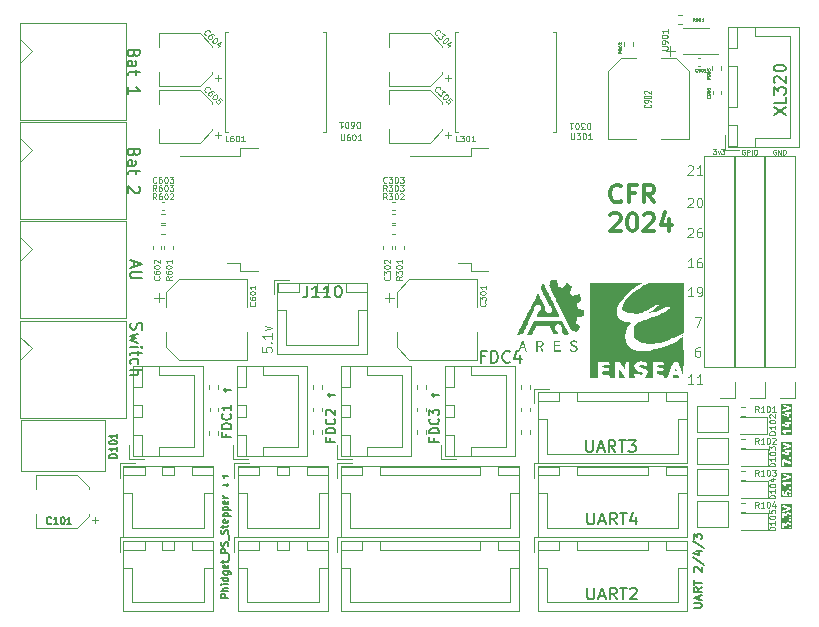
<source format=gbr>
%TF.GenerationSoftware,KiCad,Pcbnew,7.0.10-7.0.10~ubuntu22.04.1*%
%TF.CreationDate,2024-01-31T10:54:09+01:00*%
%TF.ProjectId,puissanceok,70756973-7361-46e6-9365-6f6b2e6b6963,rev?*%
%TF.SameCoordinates,Original*%
%TF.FileFunction,Legend,Top*%
%TF.FilePolarity,Positive*%
%FSLAX46Y46*%
G04 Gerber Fmt 4.6, Leading zero omitted, Abs format (unit mm)*
G04 Created by KiCad (PCBNEW 7.0.10-7.0.10~ubuntu22.04.1) date 2024-01-31 10:54:09*
%MOMM*%
%LPD*%
G01*
G04 APERTURE LIST*
%ADD10C,0.150000*%
%ADD11C,0.125000*%
%ADD12C,0.300000*%
%ADD13C,0.100000*%
%ADD14C,0.060000*%
%ADD15C,0.040000*%
%ADD16C,0.120000*%
%ADD17C,0.050000*%
G04 APERTURE END LIST*
D10*
X63618771Y-101758458D02*
X63018771Y-101758458D01*
X63018771Y-101758458D02*
X63018771Y-101529887D01*
X63018771Y-101529887D02*
X63047342Y-101472744D01*
X63047342Y-101472744D02*
X63075914Y-101444173D01*
X63075914Y-101444173D02*
X63133057Y-101415601D01*
X63133057Y-101415601D02*
X63218771Y-101415601D01*
X63218771Y-101415601D02*
X63275914Y-101444173D01*
X63275914Y-101444173D02*
X63304485Y-101472744D01*
X63304485Y-101472744D02*
X63333057Y-101529887D01*
X63333057Y-101529887D02*
X63333057Y-101758458D01*
X63618771Y-101158458D02*
X63018771Y-101158458D01*
X63618771Y-100901316D02*
X63304485Y-100901316D01*
X63304485Y-100901316D02*
X63247342Y-100929887D01*
X63247342Y-100929887D02*
X63218771Y-100987030D01*
X63218771Y-100987030D02*
X63218771Y-101072744D01*
X63218771Y-101072744D02*
X63247342Y-101129887D01*
X63247342Y-101129887D02*
X63275914Y-101158458D01*
X63618771Y-100615601D02*
X63218771Y-100615601D01*
X63018771Y-100615601D02*
X63047342Y-100644173D01*
X63047342Y-100644173D02*
X63075914Y-100615601D01*
X63075914Y-100615601D02*
X63047342Y-100587030D01*
X63047342Y-100587030D02*
X63018771Y-100615601D01*
X63018771Y-100615601D02*
X63075914Y-100615601D01*
X63618771Y-100072745D02*
X63018771Y-100072745D01*
X63590200Y-100072745D02*
X63618771Y-100129887D01*
X63618771Y-100129887D02*
X63618771Y-100244173D01*
X63618771Y-100244173D02*
X63590200Y-100301316D01*
X63590200Y-100301316D02*
X63561628Y-100329887D01*
X63561628Y-100329887D02*
X63504485Y-100358459D01*
X63504485Y-100358459D02*
X63333057Y-100358459D01*
X63333057Y-100358459D02*
X63275914Y-100329887D01*
X63275914Y-100329887D02*
X63247342Y-100301316D01*
X63247342Y-100301316D02*
X63218771Y-100244173D01*
X63218771Y-100244173D02*
X63218771Y-100129887D01*
X63218771Y-100129887D02*
X63247342Y-100072745D01*
X63218771Y-99529888D02*
X63704485Y-99529888D01*
X63704485Y-99529888D02*
X63761628Y-99558459D01*
X63761628Y-99558459D02*
X63790200Y-99587030D01*
X63790200Y-99587030D02*
X63818771Y-99644173D01*
X63818771Y-99644173D02*
X63818771Y-99729888D01*
X63818771Y-99729888D02*
X63790200Y-99787030D01*
X63590200Y-99529888D02*
X63618771Y-99587030D01*
X63618771Y-99587030D02*
X63618771Y-99701316D01*
X63618771Y-99701316D02*
X63590200Y-99758459D01*
X63590200Y-99758459D02*
X63561628Y-99787030D01*
X63561628Y-99787030D02*
X63504485Y-99815602D01*
X63504485Y-99815602D02*
X63333057Y-99815602D01*
X63333057Y-99815602D02*
X63275914Y-99787030D01*
X63275914Y-99787030D02*
X63247342Y-99758459D01*
X63247342Y-99758459D02*
X63218771Y-99701316D01*
X63218771Y-99701316D02*
X63218771Y-99587030D01*
X63218771Y-99587030D02*
X63247342Y-99529888D01*
X63590200Y-99015602D02*
X63618771Y-99072745D01*
X63618771Y-99072745D02*
X63618771Y-99187031D01*
X63618771Y-99187031D02*
X63590200Y-99244173D01*
X63590200Y-99244173D02*
X63533057Y-99272745D01*
X63533057Y-99272745D02*
X63304485Y-99272745D01*
X63304485Y-99272745D02*
X63247342Y-99244173D01*
X63247342Y-99244173D02*
X63218771Y-99187031D01*
X63218771Y-99187031D02*
X63218771Y-99072745D01*
X63218771Y-99072745D02*
X63247342Y-99015602D01*
X63247342Y-99015602D02*
X63304485Y-98987031D01*
X63304485Y-98987031D02*
X63361628Y-98987031D01*
X63361628Y-98987031D02*
X63418771Y-99272745D01*
X63218771Y-98815602D02*
X63218771Y-98587030D01*
X63018771Y-98729887D02*
X63533057Y-98729887D01*
X63533057Y-98729887D02*
X63590200Y-98701316D01*
X63590200Y-98701316D02*
X63618771Y-98644173D01*
X63618771Y-98644173D02*
X63618771Y-98587030D01*
X63675914Y-98529888D02*
X63675914Y-98072745D01*
X63618771Y-97929887D02*
X63018771Y-97929887D01*
X63018771Y-97929887D02*
X63018771Y-97701316D01*
X63018771Y-97701316D02*
X63047342Y-97644173D01*
X63047342Y-97644173D02*
X63075914Y-97615602D01*
X63075914Y-97615602D02*
X63133057Y-97587030D01*
X63133057Y-97587030D02*
X63218771Y-97587030D01*
X63218771Y-97587030D02*
X63275914Y-97615602D01*
X63275914Y-97615602D02*
X63304485Y-97644173D01*
X63304485Y-97644173D02*
X63333057Y-97701316D01*
X63333057Y-97701316D02*
X63333057Y-97929887D01*
X63590200Y-97358459D02*
X63618771Y-97272745D01*
X63618771Y-97272745D02*
X63618771Y-97129887D01*
X63618771Y-97129887D02*
X63590200Y-97072745D01*
X63590200Y-97072745D02*
X63561628Y-97044173D01*
X63561628Y-97044173D02*
X63504485Y-97015602D01*
X63504485Y-97015602D02*
X63447342Y-97015602D01*
X63447342Y-97015602D02*
X63390200Y-97044173D01*
X63390200Y-97044173D02*
X63361628Y-97072745D01*
X63361628Y-97072745D02*
X63333057Y-97129887D01*
X63333057Y-97129887D02*
X63304485Y-97244173D01*
X63304485Y-97244173D02*
X63275914Y-97301316D01*
X63275914Y-97301316D02*
X63247342Y-97329887D01*
X63247342Y-97329887D02*
X63190200Y-97358459D01*
X63190200Y-97358459D02*
X63133057Y-97358459D01*
X63133057Y-97358459D02*
X63075914Y-97329887D01*
X63075914Y-97329887D02*
X63047342Y-97301316D01*
X63047342Y-97301316D02*
X63018771Y-97244173D01*
X63018771Y-97244173D02*
X63018771Y-97101316D01*
X63018771Y-97101316D02*
X63047342Y-97015602D01*
X63675914Y-96901316D02*
X63675914Y-96444173D01*
X63590200Y-96329887D02*
X63618771Y-96244173D01*
X63618771Y-96244173D02*
X63618771Y-96101315D01*
X63618771Y-96101315D02*
X63590200Y-96044173D01*
X63590200Y-96044173D02*
X63561628Y-96015601D01*
X63561628Y-96015601D02*
X63504485Y-95987030D01*
X63504485Y-95987030D02*
X63447342Y-95987030D01*
X63447342Y-95987030D02*
X63390200Y-96015601D01*
X63390200Y-96015601D02*
X63361628Y-96044173D01*
X63361628Y-96044173D02*
X63333057Y-96101315D01*
X63333057Y-96101315D02*
X63304485Y-96215601D01*
X63304485Y-96215601D02*
X63275914Y-96272744D01*
X63275914Y-96272744D02*
X63247342Y-96301315D01*
X63247342Y-96301315D02*
X63190200Y-96329887D01*
X63190200Y-96329887D02*
X63133057Y-96329887D01*
X63133057Y-96329887D02*
X63075914Y-96301315D01*
X63075914Y-96301315D02*
X63047342Y-96272744D01*
X63047342Y-96272744D02*
X63018771Y-96215601D01*
X63018771Y-96215601D02*
X63018771Y-96072744D01*
X63018771Y-96072744D02*
X63047342Y-95987030D01*
X63218771Y-95815601D02*
X63218771Y-95587029D01*
X63018771Y-95729886D02*
X63533057Y-95729886D01*
X63533057Y-95729886D02*
X63590200Y-95701315D01*
X63590200Y-95701315D02*
X63618771Y-95644172D01*
X63618771Y-95644172D02*
X63618771Y-95587029D01*
X63590200Y-95158458D02*
X63618771Y-95215601D01*
X63618771Y-95215601D02*
X63618771Y-95329887D01*
X63618771Y-95329887D02*
X63590200Y-95387029D01*
X63590200Y-95387029D02*
X63533057Y-95415601D01*
X63533057Y-95415601D02*
X63304485Y-95415601D01*
X63304485Y-95415601D02*
X63247342Y-95387029D01*
X63247342Y-95387029D02*
X63218771Y-95329887D01*
X63218771Y-95329887D02*
X63218771Y-95215601D01*
X63218771Y-95215601D02*
X63247342Y-95158458D01*
X63247342Y-95158458D02*
X63304485Y-95129887D01*
X63304485Y-95129887D02*
X63361628Y-95129887D01*
X63361628Y-95129887D02*
X63418771Y-95415601D01*
X63218771Y-94872743D02*
X63818771Y-94872743D01*
X63247342Y-94872743D02*
X63218771Y-94815601D01*
X63218771Y-94815601D02*
X63218771Y-94701315D01*
X63218771Y-94701315D02*
X63247342Y-94644172D01*
X63247342Y-94644172D02*
X63275914Y-94615601D01*
X63275914Y-94615601D02*
X63333057Y-94587029D01*
X63333057Y-94587029D02*
X63504485Y-94587029D01*
X63504485Y-94587029D02*
X63561628Y-94615601D01*
X63561628Y-94615601D02*
X63590200Y-94644172D01*
X63590200Y-94644172D02*
X63618771Y-94701315D01*
X63618771Y-94701315D02*
X63618771Y-94815601D01*
X63618771Y-94815601D02*
X63590200Y-94872743D01*
X63218771Y-94329886D02*
X63818771Y-94329886D01*
X63247342Y-94329886D02*
X63218771Y-94272744D01*
X63218771Y-94272744D02*
X63218771Y-94158458D01*
X63218771Y-94158458D02*
X63247342Y-94101315D01*
X63247342Y-94101315D02*
X63275914Y-94072744D01*
X63275914Y-94072744D02*
X63333057Y-94044172D01*
X63333057Y-94044172D02*
X63504485Y-94044172D01*
X63504485Y-94044172D02*
X63561628Y-94072744D01*
X63561628Y-94072744D02*
X63590200Y-94101315D01*
X63590200Y-94101315D02*
X63618771Y-94158458D01*
X63618771Y-94158458D02*
X63618771Y-94272744D01*
X63618771Y-94272744D02*
X63590200Y-94329886D01*
X63590200Y-93558458D02*
X63618771Y-93615601D01*
X63618771Y-93615601D02*
X63618771Y-93729887D01*
X63618771Y-93729887D02*
X63590200Y-93787029D01*
X63590200Y-93787029D02*
X63533057Y-93815601D01*
X63533057Y-93815601D02*
X63304485Y-93815601D01*
X63304485Y-93815601D02*
X63247342Y-93787029D01*
X63247342Y-93787029D02*
X63218771Y-93729887D01*
X63218771Y-93729887D02*
X63218771Y-93615601D01*
X63218771Y-93615601D02*
X63247342Y-93558458D01*
X63247342Y-93558458D02*
X63304485Y-93529887D01*
X63304485Y-93529887D02*
X63361628Y-93529887D01*
X63361628Y-93529887D02*
X63418771Y-93815601D01*
X63618771Y-93272743D02*
X63218771Y-93272743D01*
X63333057Y-93272743D02*
X63275914Y-93244172D01*
X63275914Y-93244172D02*
X63247342Y-93215601D01*
X63247342Y-93215601D02*
X63218771Y-93158458D01*
X63218771Y-93158458D02*
X63218771Y-93101315D01*
X63161628Y-92215600D02*
X63618771Y-92215600D01*
X63504485Y-92101314D02*
X63618771Y-92215600D01*
X63618771Y-92215600D02*
X63504485Y-92329886D01*
X63618771Y-91472743D02*
X63161628Y-91472743D01*
X63275914Y-91587029D02*
X63161628Y-91472743D01*
X63161628Y-91472743D02*
X63275914Y-91358457D01*
D11*
X102534616Y-67971785D02*
X102572712Y-67933690D01*
X102572712Y-67933690D02*
X102648902Y-67895595D01*
X102648902Y-67895595D02*
X102839378Y-67895595D01*
X102839378Y-67895595D02*
X102915569Y-67933690D01*
X102915569Y-67933690D02*
X102953664Y-67971785D01*
X102953664Y-67971785D02*
X102991759Y-68047976D01*
X102991759Y-68047976D02*
X102991759Y-68124166D01*
X102991759Y-68124166D02*
X102953664Y-68238452D01*
X102953664Y-68238452D02*
X102496521Y-68695595D01*
X102496521Y-68695595D02*
X102991759Y-68695595D01*
X103486998Y-67895595D02*
X103563188Y-67895595D01*
X103563188Y-67895595D02*
X103639379Y-67933690D01*
X103639379Y-67933690D02*
X103677474Y-67971785D01*
X103677474Y-67971785D02*
X103715569Y-68047976D01*
X103715569Y-68047976D02*
X103753664Y-68200357D01*
X103753664Y-68200357D02*
X103753664Y-68390833D01*
X103753664Y-68390833D02*
X103715569Y-68543214D01*
X103715569Y-68543214D02*
X103677474Y-68619404D01*
X103677474Y-68619404D02*
X103639379Y-68657500D01*
X103639379Y-68657500D02*
X103563188Y-68695595D01*
X103563188Y-68695595D02*
X103486998Y-68695595D01*
X103486998Y-68695595D02*
X103410807Y-68657500D01*
X103410807Y-68657500D02*
X103372712Y-68619404D01*
X103372712Y-68619404D02*
X103334617Y-68543214D01*
X103334617Y-68543214D02*
X103296521Y-68390833D01*
X103296521Y-68390833D02*
X103296521Y-68200357D01*
X103296521Y-68200357D02*
X103334617Y-68047976D01*
X103334617Y-68047976D02*
X103372712Y-67971785D01*
X103372712Y-67971785D02*
X103410807Y-67933690D01*
X103410807Y-67933690D02*
X103486998Y-67895595D01*
X102991759Y-83645595D02*
X102534616Y-83645595D01*
X102763188Y-83645595D02*
X102763188Y-82845595D01*
X102763188Y-82845595D02*
X102686997Y-82959880D01*
X102686997Y-82959880D02*
X102610807Y-83036071D01*
X102610807Y-83036071D02*
X102534616Y-83074166D01*
X103753664Y-83645595D02*
X103296521Y-83645595D01*
X103525093Y-83645595D02*
X103525093Y-82845595D01*
X103525093Y-82845595D02*
X103448902Y-82959880D01*
X103448902Y-82959880D02*
X103372712Y-83036071D01*
X103372712Y-83036071D02*
X103296521Y-83074166D01*
X102991759Y-76245595D02*
X102534616Y-76245595D01*
X102763188Y-76245595D02*
X102763188Y-75445595D01*
X102763188Y-75445595D02*
X102686997Y-75559880D01*
X102686997Y-75559880D02*
X102610807Y-75636071D01*
X102610807Y-75636071D02*
X102534616Y-75674166D01*
X103372712Y-76245595D02*
X103525093Y-76245595D01*
X103525093Y-76245595D02*
X103601283Y-76207500D01*
X103601283Y-76207500D02*
X103639379Y-76169404D01*
X103639379Y-76169404D02*
X103715569Y-76055119D01*
X103715569Y-76055119D02*
X103753664Y-75902738D01*
X103753664Y-75902738D02*
X103753664Y-75597976D01*
X103753664Y-75597976D02*
X103715569Y-75521785D01*
X103715569Y-75521785D02*
X103677474Y-75483690D01*
X103677474Y-75483690D02*
X103601283Y-75445595D01*
X103601283Y-75445595D02*
X103448902Y-75445595D01*
X103448902Y-75445595D02*
X103372712Y-75483690D01*
X103372712Y-75483690D02*
X103334617Y-75521785D01*
X103334617Y-75521785D02*
X103296521Y-75597976D01*
X103296521Y-75597976D02*
X103296521Y-75788452D01*
X103296521Y-75788452D02*
X103334617Y-75864642D01*
X103334617Y-75864642D02*
X103372712Y-75902738D01*
X103372712Y-75902738D02*
X103448902Y-75940833D01*
X103448902Y-75940833D02*
X103601283Y-75940833D01*
X103601283Y-75940833D02*
X103677474Y-75902738D01*
X103677474Y-75902738D02*
X103715569Y-75864642D01*
X103715569Y-75864642D02*
X103753664Y-75788452D01*
D10*
G36*
X111379199Y-90675176D02*
G01*
X110431009Y-90675176D01*
X110431009Y-90515601D01*
X110543771Y-90515601D01*
X110561318Y-90563810D01*
X110605747Y-90589462D01*
X110656271Y-90580553D01*
X110689248Y-90541253D01*
X110693771Y-90515601D01*
X110693771Y-90229341D01*
X111189227Y-90441680D01*
X111240451Y-90444542D01*
X111281530Y-90413810D01*
X111293244Y-90363862D01*
X111270112Y-90318070D01*
X111248315Y-90303808D01*
X110648315Y-90046665D01*
X110639469Y-90046170D01*
X110631795Y-90041740D01*
X110614560Y-90044779D01*
X110597092Y-90043803D01*
X110589997Y-90049110D01*
X110581271Y-90050649D01*
X110570023Y-90064052D01*
X110556012Y-90074535D01*
X110553988Y-90083162D01*
X110548294Y-90089949D01*
X110543771Y-90115601D01*
X110543771Y-90515601D01*
X110431009Y-90515601D01*
X110431009Y-89880491D01*
X111086914Y-89880491D01*
X111091956Y-89899312D01*
X111093655Y-89918725D01*
X111096324Y-89922538D01*
X111096676Y-89924529D01*
X111099204Y-89926650D01*
X111099327Y-89926826D01*
X111100190Y-89930046D01*
X111102920Y-89931958D01*
X111108595Y-89940062D01*
X111137167Y-89968634D01*
X111154825Y-89976868D01*
X111170790Y-89988046D01*
X111177532Y-89987456D01*
X111183664Y-89990315D01*
X111202483Y-89985272D01*
X111221897Y-89983574D01*
X111229999Y-89977900D01*
X111233218Y-89977038D01*
X111235129Y-89974308D01*
X111243234Y-89968633D01*
X111271805Y-89940061D01*
X111280039Y-89922401D01*
X111291215Y-89906440D01*
X111290916Y-89903024D01*
X111292632Y-89900053D01*
X111292035Y-89896672D01*
X111293485Y-89893564D01*
X111288442Y-89874743D01*
X111286744Y-89855333D01*
X111284074Y-89851519D01*
X111283723Y-89849529D01*
X111281194Y-89847407D01*
X111281069Y-89847228D01*
X111280207Y-89844010D01*
X111277477Y-89842098D01*
X111271804Y-89833996D01*
X111243233Y-89805425D01*
X111225576Y-89797191D01*
X111209613Y-89786014D01*
X111202869Y-89786603D01*
X111196736Y-89783744D01*
X111177916Y-89788786D01*
X111158505Y-89790484D01*
X111150400Y-89796158D01*
X111147182Y-89797021D01*
X111145270Y-89799750D01*
X111137168Y-89805424D01*
X111108596Y-89833995D01*
X111100361Y-89851653D01*
X111089183Y-89867618D01*
X111089481Y-89871034D01*
X111087767Y-89874005D01*
X111088362Y-89877384D01*
X111086914Y-89880491D01*
X110431009Y-89880491D01*
X110431009Y-89502066D01*
X110516723Y-89502066D01*
X110543578Y-89545778D01*
X110566483Y-89558181D01*
X110995053Y-89701038D01*
X111000782Y-89700881D01*
X111005747Y-89703748D01*
X111025893Y-89700195D01*
X111046337Y-89699637D01*
X111050625Y-89695834D01*
X111056271Y-89694839D01*
X111069420Y-89679168D01*
X111084723Y-89665599D01*
X111085563Y-89659929D01*
X111089248Y-89655539D01*
X111093771Y-89629887D01*
X111093771Y-89419173D01*
X111218771Y-89419173D01*
X111266980Y-89401626D01*
X111292632Y-89357197D01*
X111283723Y-89306673D01*
X111244423Y-89273696D01*
X111218771Y-89269173D01*
X111093771Y-89269173D01*
X111093771Y-89258458D01*
X111076224Y-89210249D01*
X111031795Y-89184597D01*
X110981271Y-89193506D01*
X110948294Y-89232806D01*
X110943771Y-89258458D01*
X110943771Y-89269173D01*
X110818771Y-89269173D01*
X110770562Y-89286720D01*
X110744910Y-89331149D01*
X110753819Y-89381673D01*
X110793119Y-89414650D01*
X110818771Y-89419173D01*
X110943771Y-89419173D01*
X110943771Y-89525830D01*
X110613917Y-89415879D01*
X110562633Y-89417280D01*
X110524248Y-89451317D01*
X110516723Y-89502066D01*
X110431009Y-89502066D01*
X110431009Y-89126602D01*
X110544582Y-89126602D01*
X110569011Y-89171716D01*
X110616722Y-89190573D01*
X110642488Y-89186752D01*
X111242489Y-88986752D01*
X111244180Y-88985409D01*
X111246338Y-88985351D01*
X111264095Y-88969605D01*
X111282675Y-88954861D01*
X111283107Y-88952747D01*
X111284724Y-88951314D01*
X111288204Y-88927843D01*
X111292961Y-88904600D01*
X111291932Y-88902700D01*
X111292249Y-88900565D01*
X111279830Y-88880351D01*
X111268532Y-88859486D01*
X111266524Y-88858692D01*
X111265394Y-88856853D01*
X111242489Y-88844450D01*
X110642488Y-88644450D01*
X110591204Y-88645851D01*
X110552819Y-88679888D01*
X110545294Y-88730637D01*
X110572149Y-88774349D01*
X110595054Y-88786752D01*
X110981601Y-88915601D01*
X110595054Y-89044450D01*
X110554868Y-89076341D01*
X110544582Y-89126602D01*
X110431009Y-89126602D01*
X110431009Y-88558736D01*
X111379199Y-88558736D01*
X111379199Y-90675176D01*
G37*
D11*
X102991759Y-73795595D02*
X102534616Y-73795595D01*
X102763188Y-73795595D02*
X102763188Y-72995595D01*
X102763188Y-72995595D02*
X102686997Y-73109880D01*
X102686997Y-73109880D02*
X102610807Y-73186071D01*
X102610807Y-73186071D02*
X102534616Y-73224166D01*
X103677474Y-72995595D02*
X103525093Y-72995595D01*
X103525093Y-72995595D02*
X103448902Y-73033690D01*
X103448902Y-73033690D02*
X103410807Y-73071785D01*
X103410807Y-73071785D02*
X103334617Y-73186071D01*
X103334617Y-73186071D02*
X103296521Y-73338452D01*
X103296521Y-73338452D02*
X103296521Y-73643214D01*
X103296521Y-73643214D02*
X103334617Y-73719404D01*
X103334617Y-73719404D02*
X103372712Y-73757500D01*
X103372712Y-73757500D02*
X103448902Y-73795595D01*
X103448902Y-73795595D02*
X103601283Y-73795595D01*
X103601283Y-73795595D02*
X103677474Y-73757500D01*
X103677474Y-73757500D02*
X103715569Y-73719404D01*
X103715569Y-73719404D02*
X103753664Y-73643214D01*
X103753664Y-73643214D02*
X103753664Y-73452738D01*
X103753664Y-73452738D02*
X103715569Y-73376547D01*
X103715569Y-73376547D02*
X103677474Y-73338452D01*
X103677474Y-73338452D02*
X103601283Y-73300357D01*
X103601283Y-73300357D02*
X103448902Y-73300357D01*
X103448902Y-73300357D02*
X103372712Y-73338452D01*
X103372712Y-73338452D02*
X103334617Y-73376547D01*
X103334617Y-73376547D02*
X103296521Y-73452738D01*
X102534616Y-70521785D02*
X102572712Y-70483690D01*
X102572712Y-70483690D02*
X102648902Y-70445595D01*
X102648902Y-70445595D02*
X102839378Y-70445595D01*
X102839378Y-70445595D02*
X102915569Y-70483690D01*
X102915569Y-70483690D02*
X102953664Y-70521785D01*
X102953664Y-70521785D02*
X102991759Y-70597976D01*
X102991759Y-70597976D02*
X102991759Y-70674166D01*
X102991759Y-70674166D02*
X102953664Y-70788452D01*
X102953664Y-70788452D02*
X102496521Y-71245595D01*
X102496521Y-71245595D02*
X102991759Y-71245595D01*
X103677474Y-70445595D02*
X103525093Y-70445595D01*
X103525093Y-70445595D02*
X103448902Y-70483690D01*
X103448902Y-70483690D02*
X103410807Y-70521785D01*
X103410807Y-70521785D02*
X103334617Y-70636071D01*
X103334617Y-70636071D02*
X103296521Y-70788452D01*
X103296521Y-70788452D02*
X103296521Y-71093214D01*
X103296521Y-71093214D02*
X103334617Y-71169404D01*
X103334617Y-71169404D02*
X103372712Y-71207500D01*
X103372712Y-71207500D02*
X103448902Y-71245595D01*
X103448902Y-71245595D02*
X103601283Y-71245595D01*
X103601283Y-71245595D02*
X103677474Y-71207500D01*
X103677474Y-71207500D02*
X103715569Y-71169404D01*
X103715569Y-71169404D02*
X103753664Y-71093214D01*
X103753664Y-71093214D02*
X103753664Y-70902738D01*
X103753664Y-70902738D02*
X103715569Y-70826547D01*
X103715569Y-70826547D02*
X103677474Y-70788452D01*
X103677474Y-70788452D02*
X103601283Y-70750357D01*
X103601283Y-70750357D02*
X103448902Y-70750357D01*
X103448902Y-70750357D02*
X103372712Y-70788452D01*
X103372712Y-70788452D02*
X103334617Y-70826547D01*
X103334617Y-70826547D02*
X103296521Y-70902738D01*
D12*
X96911653Y-68142971D02*
X96840225Y-68214400D01*
X96840225Y-68214400D02*
X96625939Y-68285828D01*
X96625939Y-68285828D02*
X96483082Y-68285828D01*
X96483082Y-68285828D02*
X96268796Y-68214400D01*
X96268796Y-68214400D02*
X96125939Y-68071542D01*
X96125939Y-68071542D02*
X96054510Y-67928685D01*
X96054510Y-67928685D02*
X95983082Y-67642971D01*
X95983082Y-67642971D02*
X95983082Y-67428685D01*
X95983082Y-67428685D02*
X96054510Y-67142971D01*
X96054510Y-67142971D02*
X96125939Y-67000114D01*
X96125939Y-67000114D02*
X96268796Y-66857257D01*
X96268796Y-66857257D02*
X96483082Y-66785828D01*
X96483082Y-66785828D02*
X96625939Y-66785828D01*
X96625939Y-66785828D02*
X96840225Y-66857257D01*
X96840225Y-66857257D02*
X96911653Y-66928685D01*
X98054510Y-67500114D02*
X97554510Y-67500114D01*
X97554510Y-68285828D02*
X97554510Y-66785828D01*
X97554510Y-66785828D02*
X98268796Y-66785828D01*
X99697367Y-68285828D02*
X99197367Y-67571542D01*
X98840224Y-68285828D02*
X98840224Y-66785828D01*
X98840224Y-66785828D02*
X99411653Y-66785828D01*
X99411653Y-66785828D02*
X99554510Y-66857257D01*
X99554510Y-66857257D02*
X99625939Y-66928685D01*
X99625939Y-66928685D02*
X99697367Y-67071542D01*
X99697367Y-67071542D02*
X99697367Y-67285828D01*
X99697367Y-67285828D02*
X99625939Y-67428685D01*
X99625939Y-67428685D02*
X99554510Y-67500114D01*
X99554510Y-67500114D02*
X99411653Y-67571542D01*
X99411653Y-67571542D02*
X98840224Y-67571542D01*
X95983082Y-69343685D02*
X96054510Y-69272257D01*
X96054510Y-69272257D02*
X96197368Y-69200828D01*
X96197368Y-69200828D02*
X96554510Y-69200828D01*
X96554510Y-69200828D02*
X96697368Y-69272257D01*
X96697368Y-69272257D02*
X96768796Y-69343685D01*
X96768796Y-69343685D02*
X96840225Y-69486542D01*
X96840225Y-69486542D02*
X96840225Y-69629400D01*
X96840225Y-69629400D02*
X96768796Y-69843685D01*
X96768796Y-69843685D02*
X95911653Y-70700828D01*
X95911653Y-70700828D02*
X96840225Y-70700828D01*
X97768796Y-69200828D02*
X97911653Y-69200828D01*
X97911653Y-69200828D02*
X98054510Y-69272257D01*
X98054510Y-69272257D02*
X98125939Y-69343685D01*
X98125939Y-69343685D02*
X98197367Y-69486542D01*
X98197367Y-69486542D02*
X98268796Y-69772257D01*
X98268796Y-69772257D02*
X98268796Y-70129400D01*
X98268796Y-70129400D02*
X98197367Y-70415114D01*
X98197367Y-70415114D02*
X98125939Y-70557971D01*
X98125939Y-70557971D02*
X98054510Y-70629400D01*
X98054510Y-70629400D02*
X97911653Y-70700828D01*
X97911653Y-70700828D02*
X97768796Y-70700828D01*
X97768796Y-70700828D02*
X97625939Y-70629400D01*
X97625939Y-70629400D02*
X97554510Y-70557971D01*
X97554510Y-70557971D02*
X97483081Y-70415114D01*
X97483081Y-70415114D02*
X97411653Y-70129400D01*
X97411653Y-70129400D02*
X97411653Y-69772257D01*
X97411653Y-69772257D02*
X97483081Y-69486542D01*
X97483081Y-69486542D02*
X97554510Y-69343685D01*
X97554510Y-69343685D02*
X97625939Y-69272257D01*
X97625939Y-69272257D02*
X97768796Y-69200828D01*
X98840224Y-69343685D02*
X98911652Y-69272257D01*
X98911652Y-69272257D02*
X99054510Y-69200828D01*
X99054510Y-69200828D02*
X99411652Y-69200828D01*
X99411652Y-69200828D02*
X99554510Y-69272257D01*
X99554510Y-69272257D02*
X99625938Y-69343685D01*
X99625938Y-69343685D02*
X99697367Y-69486542D01*
X99697367Y-69486542D02*
X99697367Y-69629400D01*
X99697367Y-69629400D02*
X99625938Y-69843685D01*
X99625938Y-69843685D02*
X98768795Y-70700828D01*
X98768795Y-70700828D02*
X99697367Y-70700828D01*
X100983081Y-69700828D02*
X100983081Y-70700828D01*
X100625938Y-69129400D02*
X100268795Y-70200828D01*
X100268795Y-70200828D02*
X101197366Y-70200828D01*
D10*
X103016033Y-102616666D02*
X103582700Y-102616666D01*
X103582700Y-102616666D02*
X103649366Y-102583333D01*
X103649366Y-102583333D02*
X103682700Y-102549999D01*
X103682700Y-102549999D02*
X103716033Y-102483333D01*
X103716033Y-102483333D02*
X103716033Y-102349999D01*
X103716033Y-102349999D02*
X103682700Y-102283333D01*
X103682700Y-102283333D02*
X103649366Y-102249999D01*
X103649366Y-102249999D02*
X103582700Y-102216666D01*
X103582700Y-102216666D02*
X103016033Y-102216666D01*
X103516033Y-101916666D02*
X103516033Y-101583333D01*
X103716033Y-101983333D02*
X103016033Y-101750000D01*
X103016033Y-101750000D02*
X103716033Y-101516666D01*
X103716033Y-100883333D02*
X103382700Y-101116666D01*
X103716033Y-101283333D02*
X103016033Y-101283333D01*
X103016033Y-101283333D02*
X103016033Y-101016666D01*
X103016033Y-101016666D02*
X103049366Y-100950000D01*
X103049366Y-100950000D02*
X103082700Y-100916666D01*
X103082700Y-100916666D02*
X103149366Y-100883333D01*
X103149366Y-100883333D02*
X103249366Y-100883333D01*
X103249366Y-100883333D02*
X103316033Y-100916666D01*
X103316033Y-100916666D02*
X103349366Y-100950000D01*
X103349366Y-100950000D02*
X103382700Y-101016666D01*
X103382700Y-101016666D02*
X103382700Y-101283333D01*
X103016033Y-100683333D02*
X103016033Y-100283333D01*
X103716033Y-100483333D02*
X103016033Y-100483333D01*
X103082700Y-99550000D02*
X103049366Y-99516667D01*
X103049366Y-99516667D02*
X103016033Y-99450000D01*
X103016033Y-99450000D02*
X103016033Y-99283334D01*
X103016033Y-99283334D02*
X103049366Y-99216667D01*
X103049366Y-99216667D02*
X103082700Y-99183334D01*
X103082700Y-99183334D02*
X103149366Y-99150000D01*
X103149366Y-99150000D02*
X103216033Y-99150000D01*
X103216033Y-99150000D02*
X103316033Y-99183334D01*
X103316033Y-99183334D02*
X103716033Y-99583334D01*
X103716033Y-99583334D02*
X103716033Y-99150000D01*
X102982700Y-98350000D02*
X103882700Y-98950000D01*
X103249366Y-97816667D02*
X103716033Y-97816667D01*
X102982700Y-97983334D02*
X103482700Y-98150000D01*
X103482700Y-98150000D02*
X103482700Y-97716667D01*
X102982700Y-96950000D02*
X103882700Y-97550000D01*
X103016033Y-96783334D02*
X103016033Y-96350000D01*
X103016033Y-96350000D02*
X103282700Y-96583334D01*
X103282700Y-96583334D02*
X103282700Y-96483334D01*
X103282700Y-96483334D02*
X103316033Y-96416667D01*
X103316033Y-96416667D02*
X103349366Y-96383334D01*
X103349366Y-96383334D02*
X103416033Y-96350000D01*
X103416033Y-96350000D02*
X103582700Y-96350000D01*
X103582700Y-96350000D02*
X103649366Y-96383334D01*
X103649366Y-96383334D02*
X103682700Y-96416667D01*
X103682700Y-96416667D02*
X103716033Y-96483334D01*
X103716033Y-96483334D02*
X103716033Y-96683334D01*
X103716033Y-96683334D02*
X103682700Y-96750000D01*
X103682700Y-96750000D02*
X103649366Y-96783334D01*
D11*
X102534616Y-65221785D02*
X102572712Y-65183690D01*
X102572712Y-65183690D02*
X102648902Y-65145595D01*
X102648902Y-65145595D02*
X102839378Y-65145595D01*
X102839378Y-65145595D02*
X102915569Y-65183690D01*
X102915569Y-65183690D02*
X102953664Y-65221785D01*
X102953664Y-65221785D02*
X102991759Y-65297976D01*
X102991759Y-65297976D02*
X102991759Y-65374166D01*
X102991759Y-65374166D02*
X102953664Y-65488452D01*
X102953664Y-65488452D02*
X102496521Y-65945595D01*
X102496521Y-65945595D02*
X102991759Y-65945595D01*
X103753664Y-65945595D02*
X103296521Y-65945595D01*
X103525093Y-65945595D02*
X103525093Y-65145595D01*
X103525093Y-65145595D02*
X103448902Y-65259880D01*
X103448902Y-65259880D02*
X103372712Y-65336071D01*
X103372712Y-65336071D02*
X103296521Y-65374166D01*
D10*
G36*
X111379485Y-95975176D02*
G01*
X110458057Y-95975176D01*
X110458057Y-95815601D01*
X110543771Y-95815601D01*
X110561318Y-95863810D01*
X110605747Y-95889462D01*
X110656271Y-95880553D01*
X110689248Y-95841253D01*
X110693771Y-95815601D01*
X110693771Y-95609455D01*
X110797954Y-95700616D01*
X110816805Y-95707922D01*
X110834318Y-95718034D01*
X110840211Y-95716994D01*
X110845790Y-95719157D01*
X110864929Y-95712636D01*
X110884842Y-95709125D01*
X110888687Y-95704541D01*
X110894352Y-95702612D01*
X110904822Y-95685313D01*
X110917819Y-95669825D01*
X110919307Y-95661381D01*
X110920917Y-95658723D01*
X110920383Y-95655281D01*
X110922342Y-95644173D01*
X110922342Y-95576164D01*
X110937553Y-95545741D01*
X110948912Y-95534382D01*
X110979333Y-95519173D01*
X111086781Y-95519173D01*
X111117200Y-95534382D01*
X111128561Y-95545743D01*
X111143771Y-95576163D01*
X111143771Y-95712182D01*
X111128561Y-95742602D01*
X111108596Y-95762567D01*
X111086914Y-95809063D01*
X111100190Y-95858618D01*
X111142215Y-95888045D01*
X111193323Y-95883575D01*
X111214660Y-95868635D01*
X111243232Y-95840064D01*
X111243922Y-95838582D01*
X111257282Y-95820571D01*
X111285853Y-95763427D01*
X111286365Y-95758974D01*
X111289248Y-95755539D01*
X111293771Y-95729887D01*
X111293771Y-95558458D01*
X111292237Y-95554246D01*
X111293280Y-95549884D01*
X111285853Y-95524917D01*
X111257282Y-95467775D01*
X111256095Y-95466651D01*
X111243233Y-95448283D01*
X111214661Y-95419711D01*
X111213179Y-95419020D01*
X111195169Y-95405662D01*
X111138026Y-95377091D01*
X111133572Y-95376578D01*
X111130137Y-95373696D01*
X111104485Y-95369173D01*
X110961628Y-95369173D01*
X110957415Y-95370706D01*
X110953054Y-95369664D01*
X110928088Y-95377091D01*
X110870944Y-95405662D01*
X110869819Y-95406849D01*
X110851451Y-95419712D01*
X110822880Y-95448284D01*
X110822188Y-95449767D01*
X110808832Y-95467774D01*
X110793859Y-95497718D01*
X110668159Y-95387730D01*
X110649307Y-95380423D01*
X110631795Y-95370312D01*
X110625901Y-95371351D01*
X110620323Y-95369189D01*
X110601183Y-95375709D01*
X110581271Y-95379221D01*
X110577425Y-95383804D01*
X110571761Y-95385734D01*
X110561290Y-95403032D01*
X110548294Y-95418521D01*
X110546805Y-95426964D01*
X110545196Y-95429623D01*
X110545729Y-95433064D01*
X110543771Y-95444173D01*
X110543771Y-95815601D01*
X110458057Y-95815601D01*
X110458057Y-95180491D01*
X111086914Y-95180491D01*
X111091956Y-95199312D01*
X111093655Y-95218725D01*
X111096324Y-95222538D01*
X111096676Y-95224529D01*
X111099204Y-95226650D01*
X111099327Y-95226826D01*
X111100190Y-95230046D01*
X111102920Y-95231958D01*
X111108595Y-95240062D01*
X111137167Y-95268634D01*
X111154825Y-95276868D01*
X111170790Y-95288046D01*
X111177532Y-95287456D01*
X111183664Y-95290315D01*
X111202483Y-95285272D01*
X111221897Y-95283574D01*
X111229999Y-95277900D01*
X111233218Y-95277038D01*
X111235129Y-95274308D01*
X111243234Y-95268633D01*
X111271805Y-95240061D01*
X111280039Y-95222401D01*
X111291215Y-95206440D01*
X111290916Y-95203024D01*
X111292632Y-95200053D01*
X111292035Y-95196672D01*
X111293485Y-95193564D01*
X111288442Y-95174743D01*
X111286744Y-95155333D01*
X111284074Y-95151519D01*
X111283723Y-95149529D01*
X111281194Y-95147407D01*
X111281069Y-95147228D01*
X111280207Y-95144010D01*
X111277477Y-95142098D01*
X111271804Y-95133996D01*
X111243233Y-95105425D01*
X111225576Y-95097191D01*
X111209613Y-95086014D01*
X111202869Y-95086603D01*
X111196736Y-95083744D01*
X111177916Y-95088786D01*
X111158505Y-95090484D01*
X111150400Y-95096158D01*
X111147182Y-95097021D01*
X111145270Y-95099750D01*
X111137168Y-95105424D01*
X111108596Y-95133995D01*
X111100361Y-95151653D01*
X111089183Y-95167618D01*
X111089481Y-95171034D01*
X111087767Y-95174005D01*
X111088362Y-95177384D01*
X111086914Y-95180491D01*
X110458057Y-95180491D01*
X110458057Y-94958458D01*
X110543771Y-94958458D01*
X110561318Y-95006667D01*
X110605747Y-95032319D01*
X110656271Y-95023410D01*
X110689248Y-94984110D01*
X110693771Y-94958458D01*
X110693771Y-94752312D01*
X110797954Y-94843473D01*
X110816805Y-94850779D01*
X110834318Y-94860891D01*
X110840211Y-94859851D01*
X110845790Y-94862014D01*
X110864929Y-94855493D01*
X110884842Y-94851982D01*
X110888687Y-94847398D01*
X110894352Y-94845469D01*
X110904822Y-94828170D01*
X110917819Y-94812682D01*
X110919307Y-94804238D01*
X110920917Y-94801580D01*
X110920383Y-94798138D01*
X110922342Y-94787030D01*
X110922342Y-94719021D01*
X110937553Y-94688598D01*
X110948912Y-94677239D01*
X110979333Y-94662030D01*
X111086781Y-94662030D01*
X111117200Y-94677239D01*
X111128561Y-94688600D01*
X111143771Y-94719020D01*
X111143771Y-94855039D01*
X111128561Y-94885459D01*
X111108596Y-94905424D01*
X111086914Y-94951920D01*
X111100190Y-95001475D01*
X111142215Y-95030902D01*
X111193323Y-95026432D01*
X111214660Y-95011492D01*
X111243232Y-94982921D01*
X111243922Y-94981439D01*
X111257282Y-94963428D01*
X111285853Y-94906284D01*
X111286365Y-94901831D01*
X111289248Y-94898396D01*
X111293771Y-94872744D01*
X111293771Y-94701315D01*
X111292237Y-94697103D01*
X111293280Y-94692741D01*
X111285853Y-94667774D01*
X111257282Y-94610632D01*
X111256095Y-94609508D01*
X111243233Y-94591140D01*
X111214661Y-94562568D01*
X111213179Y-94561877D01*
X111195169Y-94548519D01*
X111138026Y-94519948D01*
X111133572Y-94519435D01*
X111130137Y-94516553D01*
X111104485Y-94512030D01*
X110961628Y-94512030D01*
X110957415Y-94513563D01*
X110953054Y-94512521D01*
X110928088Y-94519948D01*
X110870944Y-94548519D01*
X110869819Y-94549706D01*
X110851451Y-94562569D01*
X110822880Y-94591141D01*
X110822188Y-94592624D01*
X110808832Y-94610631D01*
X110793859Y-94640575D01*
X110668159Y-94530587D01*
X110649307Y-94523280D01*
X110631795Y-94513169D01*
X110625901Y-94514208D01*
X110620323Y-94512046D01*
X110601183Y-94518566D01*
X110581271Y-94522078D01*
X110577425Y-94526661D01*
X110571761Y-94528591D01*
X110561290Y-94545889D01*
X110548294Y-94561378D01*
X110546805Y-94569821D01*
X110545196Y-94572480D01*
X110545729Y-94575921D01*
X110543771Y-94587030D01*
X110543771Y-94958458D01*
X110458057Y-94958458D01*
X110458057Y-94426602D01*
X110544582Y-94426602D01*
X110569011Y-94471716D01*
X110616722Y-94490573D01*
X110642488Y-94486752D01*
X111242489Y-94286752D01*
X111244180Y-94285409D01*
X111246338Y-94285351D01*
X111264095Y-94269605D01*
X111282675Y-94254861D01*
X111283107Y-94252747D01*
X111284724Y-94251314D01*
X111288204Y-94227843D01*
X111292961Y-94204600D01*
X111291932Y-94202700D01*
X111292249Y-94200565D01*
X111279830Y-94180351D01*
X111268532Y-94159486D01*
X111266524Y-94158692D01*
X111265394Y-94156853D01*
X111242489Y-94144450D01*
X110642488Y-93944450D01*
X110591204Y-93945851D01*
X110552819Y-93979888D01*
X110545294Y-94030637D01*
X110572149Y-94074349D01*
X110595054Y-94086752D01*
X110981601Y-94215601D01*
X110595054Y-94344450D01*
X110554868Y-94376341D01*
X110544582Y-94426602D01*
X110458057Y-94426602D01*
X110458057Y-93858736D01*
X111379485Y-93858736D01*
X111379485Y-95975176D01*
G37*
D11*
X103525093Y-80545595D02*
X103372712Y-80545595D01*
X103372712Y-80545595D02*
X103296521Y-80583690D01*
X103296521Y-80583690D02*
X103258426Y-80621785D01*
X103258426Y-80621785D02*
X103182236Y-80736071D01*
X103182236Y-80736071D02*
X103144140Y-80888452D01*
X103144140Y-80888452D02*
X103144140Y-81193214D01*
X103144140Y-81193214D02*
X103182236Y-81269404D01*
X103182236Y-81269404D02*
X103220331Y-81307500D01*
X103220331Y-81307500D02*
X103296521Y-81345595D01*
X103296521Y-81345595D02*
X103448902Y-81345595D01*
X103448902Y-81345595D02*
X103525093Y-81307500D01*
X103525093Y-81307500D02*
X103563188Y-81269404D01*
X103563188Y-81269404D02*
X103601283Y-81193214D01*
X103601283Y-81193214D02*
X103601283Y-81002738D01*
X103601283Y-81002738D02*
X103563188Y-80926547D01*
X103563188Y-80926547D02*
X103525093Y-80888452D01*
X103525093Y-80888452D02*
X103448902Y-80850357D01*
X103448902Y-80850357D02*
X103296521Y-80850357D01*
X103296521Y-80850357D02*
X103220331Y-80888452D01*
X103220331Y-80888452D02*
X103182236Y-80926547D01*
X103182236Y-80926547D02*
X103144140Y-81002738D01*
D10*
G36*
X111379485Y-87986605D02*
G01*
X110431009Y-87986605D01*
X110431009Y-87650774D01*
X110543926Y-87650774D01*
X110550039Y-87671665D01*
X110553819Y-87693101D01*
X110557122Y-87695873D01*
X110558334Y-87700012D01*
X110577168Y-87718005D01*
X110656703Y-87771028D01*
X110699989Y-87814314D01*
X110723118Y-87860571D01*
X110760373Y-87895843D01*
X110811583Y-87898918D01*
X110852789Y-87868354D01*
X110864708Y-87818455D01*
X110857282Y-87793488D01*
X110828710Y-87736346D01*
X110827520Y-87735220D01*
X110824287Y-87730601D01*
X111143771Y-87730601D01*
X111143771Y-87827030D01*
X111161318Y-87875239D01*
X111205747Y-87900891D01*
X111256271Y-87891982D01*
X111289248Y-87852682D01*
X111293771Y-87827030D01*
X111293771Y-87484173D01*
X111276224Y-87435964D01*
X111231795Y-87410312D01*
X111181271Y-87419221D01*
X111148294Y-87458521D01*
X111143771Y-87484173D01*
X111143771Y-87580601D01*
X110618771Y-87580601D01*
X110614717Y-87582076D01*
X110610528Y-87581056D01*
X110591015Y-87590703D01*
X110570562Y-87598148D01*
X110568406Y-87601882D01*
X110564539Y-87603794D01*
X110555792Y-87623728D01*
X110544910Y-87642577D01*
X110545658Y-87646824D01*
X110543926Y-87650774D01*
X110431009Y-87650774D01*
X110431009Y-87127780D01*
X110516723Y-87127780D01*
X110543578Y-87171492D01*
X110566483Y-87183895D01*
X110995053Y-87326752D01*
X111000782Y-87326595D01*
X111005747Y-87329462D01*
X111025893Y-87325909D01*
X111046337Y-87325351D01*
X111050625Y-87321548D01*
X111056271Y-87320553D01*
X111069420Y-87304882D01*
X111084723Y-87291313D01*
X111085563Y-87285643D01*
X111089248Y-87281253D01*
X111093771Y-87255601D01*
X111093771Y-87044887D01*
X111218771Y-87044887D01*
X111266980Y-87027340D01*
X111292632Y-86982911D01*
X111283723Y-86932387D01*
X111244423Y-86899410D01*
X111218771Y-86894887D01*
X111093771Y-86894887D01*
X111093771Y-86884172D01*
X111076224Y-86835963D01*
X111031795Y-86810311D01*
X110981271Y-86819220D01*
X110948294Y-86858520D01*
X110943771Y-86884172D01*
X110943771Y-86894887D01*
X110818771Y-86894887D01*
X110770562Y-86912434D01*
X110744910Y-86956863D01*
X110753819Y-87007387D01*
X110793119Y-87040364D01*
X110818771Y-87044887D01*
X110943771Y-87044887D01*
X110943771Y-87151544D01*
X110613917Y-87041593D01*
X110562633Y-87042994D01*
X110524248Y-87077031D01*
X110516723Y-87127780D01*
X110431009Y-87127780D01*
X110431009Y-86649062D01*
X111086914Y-86649062D01*
X111091956Y-86667883D01*
X111093655Y-86687296D01*
X111096324Y-86691109D01*
X111096676Y-86693100D01*
X111099204Y-86695221D01*
X111099327Y-86695397D01*
X111100190Y-86698617D01*
X111102920Y-86700529D01*
X111108595Y-86708633D01*
X111137167Y-86737205D01*
X111154825Y-86745439D01*
X111170790Y-86756617D01*
X111177532Y-86756027D01*
X111183664Y-86758886D01*
X111202483Y-86753843D01*
X111221897Y-86752145D01*
X111229999Y-86746471D01*
X111233218Y-86745609D01*
X111235129Y-86742879D01*
X111243234Y-86737204D01*
X111271805Y-86708632D01*
X111280039Y-86690972D01*
X111291215Y-86675011D01*
X111290916Y-86671595D01*
X111292632Y-86668624D01*
X111292035Y-86665243D01*
X111293485Y-86662135D01*
X111288442Y-86643314D01*
X111286744Y-86623904D01*
X111284074Y-86620090D01*
X111283723Y-86618100D01*
X111281194Y-86615978D01*
X111281069Y-86615799D01*
X111280207Y-86612581D01*
X111277477Y-86610669D01*
X111271804Y-86602567D01*
X111243233Y-86573996D01*
X111225576Y-86565762D01*
X111209613Y-86554585D01*
X111202869Y-86555174D01*
X111196736Y-86552315D01*
X111177916Y-86557357D01*
X111158505Y-86559055D01*
X111150400Y-86564729D01*
X111147182Y-86565592D01*
X111145270Y-86568321D01*
X111137168Y-86573995D01*
X111108596Y-86602566D01*
X111100361Y-86620224D01*
X111089183Y-86636189D01*
X111089481Y-86639605D01*
X111087767Y-86642576D01*
X111088362Y-86645955D01*
X111086914Y-86649062D01*
X110431009Y-86649062D01*
X110431009Y-86270637D01*
X110516723Y-86270637D01*
X110543578Y-86314349D01*
X110566483Y-86326752D01*
X110995053Y-86469609D01*
X111000782Y-86469452D01*
X111005747Y-86472319D01*
X111025893Y-86468766D01*
X111046337Y-86468208D01*
X111050625Y-86464405D01*
X111056271Y-86463410D01*
X111069420Y-86447739D01*
X111084723Y-86434170D01*
X111085563Y-86428500D01*
X111089248Y-86424110D01*
X111093771Y-86398458D01*
X111093771Y-86187744D01*
X111218771Y-86187744D01*
X111266980Y-86170197D01*
X111292632Y-86125768D01*
X111283723Y-86075244D01*
X111244423Y-86042267D01*
X111218771Y-86037744D01*
X111093771Y-86037744D01*
X111093771Y-86027029D01*
X111076224Y-85978820D01*
X111031795Y-85953168D01*
X110981271Y-85962077D01*
X110948294Y-86001377D01*
X110943771Y-86027029D01*
X110943771Y-86037744D01*
X110818771Y-86037744D01*
X110770562Y-86055291D01*
X110744910Y-86099720D01*
X110753819Y-86150244D01*
X110793119Y-86183221D01*
X110818771Y-86187744D01*
X110943771Y-86187744D01*
X110943771Y-86294401D01*
X110613917Y-86184450D01*
X110562633Y-86185851D01*
X110524248Y-86219888D01*
X110516723Y-86270637D01*
X110431009Y-86270637D01*
X110431009Y-85895173D01*
X110544582Y-85895173D01*
X110569011Y-85940287D01*
X110616722Y-85959144D01*
X110642488Y-85955323D01*
X111242489Y-85755323D01*
X111244180Y-85753980D01*
X111246338Y-85753922D01*
X111264095Y-85738176D01*
X111282675Y-85723432D01*
X111283107Y-85721318D01*
X111284724Y-85719885D01*
X111288204Y-85696414D01*
X111292961Y-85673171D01*
X111291932Y-85671271D01*
X111292249Y-85669136D01*
X111279830Y-85648922D01*
X111268532Y-85628057D01*
X111266524Y-85627263D01*
X111265394Y-85625424D01*
X111242489Y-85613021D01*
X110642488Y-85413021D01*
X110591204Y-85414422D01*
X110552819Y-85448459D01*
X110545294Y-85499208D01*
X110572149Y-85542920D01*
X110595054Y-85555323D01*
X110981601Y-85684172D01*
X110595054Y-85813021D01*
X110554868Y-85844912D01*
X110544582Y-85895173D01*
X110431009Y-85895173D01*
X110431009Y-85327307D01*
X111379485Y-85327307D01*
X111379485Y-87986605D01*
G37*
D11*
X103106045Y-77995595D02*
X103639379Y-77995595D01*
X103639379Y-77995595D02*
X103296521Y-78795595D01*
D10*
G36*
X111379485Y-93247458D02*
G01*
X110458057Y-93247458D01*
X110458057Y-93058458D01*
X110543771Y-93058458D01*
X110549218Y-93073425D01*
X110550410Y-93089309D01*
X110557732Y-93096815D01*
X110561318Y-93106667D01*
X110575109Y-93114629D01*
X110586233Y-93126033D01*
X110603054Y-93130764D01*
X110605747Y-93132319D01*
X110607489Y-93132011D01*
X110611308Y-93133086D01*
X110897022Y-93161658D01*
X110897500Y-93161536D01*
X110897947Y-93161744D01*
X110922315Y-93155215D01*
X110946738Y-93148995D01*
X110947024Y-93148595D01*
X110947502Y-93148468D01*
X110961972Y-93127802D01*
X110976683Y-93107339D01*
X110976646Y-93106847D01*
X110976929Y-93106443D01*
X110974730Y-93081310D01*
X110972846Y-93056179D01*
X110972501Y-93055826D01*
X110972459Y-93055335D01*
X110957519Y-93033998D01*
X110937553Y-93014032D01*
X110922342Y-92983609D01*
X110922342Y-92876164D01*
X110937553Y-92845741D01*
X110948912Y-92834382D01*
X110979333Y-92819173D01*
X111086781Y-92819173D01*
X111117200Y-92834382D01*
X111128561Y-92845743D01*
X111143771Y-92876163D01*
X111143771Y-92983611D01*
X111128561Y-93014031D01*
X111108595Y-93033997D01*
X111086914Y-93080494D01*
X111100191Y-93130048D01*
X111142217Y-93159475D01*
X111193324Y-93155003D01*
X111214661Y-93140063D01*
X111243233Y-93111491D01*
X111243923Y-93110009D01*
X111257282Y-93091999D01*
X111285853Y-93034857D01*
X111286365Y-93030403D01*
X111289248Y-93026968D01*
X111293771Y-93001316D01*
X111293771Y-92858458D01*
X111292237Y-92854246D01*
X111293280Y-92849884D01*
X111285853Y-92824917D01*
X111257282Y-92767775D01*
X111256095Y-92766651D01*
X111243233Y-92748283D01*
X111214661Y-92719711D01*
X111213179Y-92719020D01*
X111195169Y-92705662D01*
X111138026Y-92677091D01*
X111133572Y-92676578D01*
X111130137Y-92673696D01*
X111104485Y-92669173D01*
X110961628Y-92669173D01*
X110957415Y-92670706D01*
X110953054Y-92669664D01*
X110928088Y-92677091D01*
X110870944Y-92705662D01*
X110869819Y-92706849D01*
X110851451Y-92719712D01*
X110822880Y-92748284D01*
X110822188Y-92749767D01*
X110808832Y-92767774D01*
X110780260Y-92824916D01*
X110779747Y-92829370D01*
X110776865Y-92832806D01*
X110772342Y-92858458D01*
X110772342Y-92998441D01*
X110693771Y-92990583D01*
X110693771Y-92772744D01*
X110676224Y-92724535D01*
X110631795Y-92698883D01*
X110581271Y-92707792D01*
X110548294Y-92747092D01*
X110543771Y-92772744D01*
X110543771Y-93058458D01*
X110458057Y-93058458D01*
X110458057Y-92480491D01*
X111086914Y-92480491D01*
X111091956Y-92499312D01*
X111093655Y-92518725D01*
X111096324Y-92522538D01*
X111096676Y-92524529D01*
X111099204Y-92526650D01*
X111099327Y-92526826D01*
X111100190Y-92530046D01*
X111102920Y-92531958D01*
X111108595Y-92540062D01*
X111137167Y-92568634D01*
X111154825Y-92576868D01*
X111170790Y-92588046D01*
X111177532Y-92587456D01*
X111183664Y-92590315D01*
X111202483Y-92585272D01*
X111221897Y-92583574D01*
X111229999Y-92577900D01*
X111233218Y-92577038D01*
X111235129Y-92574308D01*
X111243234Y-92568633D01*
X111271805Y-92540061D01*
X111280039Y-92522401D01*
X111291215Y-92506440D01*
X111290916Y-92503024D01*
X111292632Y-92500053D01*
X111292035Y-92496672D01*
X111293485Y-92493564D01*
X111288442Y-92474743D01*
X111286744Y-92455333D01*
X111284074Y-92451519D01*
X111283723Y-92449529D01*
X111281194Y-92447407D01*
X111281069Y-92447228D01*
X111280207Y-92444010D01*
X111277477Y-92442098D01*
X111271804Y-92433996D01*
X111243233Y-92405425D01*
X111225576Y-92397191D01*
X111209613Y-92386014D01*
X111202869Y-92386603D01*
X111196736Y-92383744D01*
X111177916Y-92388786D01*
X111158505Y-92390484D01*
X111150400Y-92396158D01*
X111147182Y-92397021D01*
X111145270Y-92399750D01*
X111137168Y-92405424D01*
X111108596Y-92433995D01*
X111100361Y-92451653D01*
X111089183Y-92467618D01*
X111089481Y-92471034D01*
X111087767Y-92474005D01*
X111088362Y-92477384D01*
X111086914Y-92480491D01*
X110458057Y-92480491D01*
X110458057Y-92053631D01*
X110543926Y-92053631D01*
X110550039Y-92074522D01*
X110553819Y-92095958D01*
X110557122Y-92098730D01*
X110558334Y-92102869D01*
X110577168Y-92120862D01*
X110656703Y-92173885D01*
X110699989Y-92217171D01*
X110723118Y-92263428D01*
X110760373Y-92298700D01*
X110811583Y-92301775D01*
X110852789Y-92271211D01*
X110864708Y-92221312D01*
X110857282Y-92196345D01*
X110828710Y-92139203D01*
X110827520Y-92138077D01*
X110824287Y-92133458D01*
X111143771Y-92133458D01*
X111143771Y-92229887D01*
X111161318Y-92278096D01*
X111205747Y-92303748D01*
X111256271Y-92294839D01*
X111289248Y-92255539D01*
X111293771Y-92229887D01*
X111293771Y-91887030D01*
X111276224Y-91838821D01*
X111231795Y-91813169D01*
X111181271Y-91822078D01*
X111148294Y-91861378D01*
X111143771Y-91887030D01*
X111143771Y-91983458D01*
X110618771Y-91983458D01*
X110614717Y-91984933D01*
X110610528Y-91983913D01*
X110591015Y-91993560D01*
X110570562Y-92001005D01*
X110568406Y-92004739D01*
X110564539Y-92006651D01*
X110555792Y-92026585D01*
X110544910Y-92045434D01*
X110545658Y-92049681D01*
X110543926Y-92053631D01*
X110458057Y-92053631D01*
X110458057Y-91726602D01*
X110544582Y-91726602D01*
X110569011Y-91771716D01*
X110616722Y-91790573D01*
X110642488Y-91786752D01*
X111242489Y-91586752D01*
X111244180Y-91585409D01*
X111246338Y-91585351D01*
X111264095Y-91569605D01*
X111282675Y-91554861D01*
X111283107Y-91552747D01*
X111284724Y-91551314D01*
X111288204Y-91527843D01*
X111292961Y-91504600D01*
X111291932Y-91502700D01*
X111292249Y-91500565D01*
X111279830Y-91480351D01*
X111268532Y-91459486D01*
X111266524Y-91458692D01*
X111265394Y-91456853D01*
X111242489Y-91444450D01*
X110642488Y-91244450D01*
X110591204Y-91245851D01*
X110552819Y-91279888D01*
X110545294Y-91330637D01*
X110572149Y-91374349D01*
X110595054Y-91386752D01*
X110981601Y-91515601D01*
X110595054Y-91644450D01*
X110554868Y-91676341D01*
X110544582Y-91726602D01*
X110458057Y-91726602D01*
X110458057Y-91158736D01*
X111379485Y-91158736D01*
X111379485Y-93247458D01*
G37*
D13*
X66496895Y-80562782D02*
X66496895Y-80943734D01*
X66496895Y-80943734D02*
X66877847Y-80981830D01*
X66877847Y-80981830D02*
X66839752Y-80943734D01*
X66839752Y-80943734D02*
X66801657Y-80867544D01*
X66801657Y-80867544D02*
X66801657Y-80677068D01*
X66801657Y-80677068D02*
X66839752Y-80600877D01*
X66839752Y-80600877D02*
X66877847Y-80562782D01*
X66877847Y-80562782D02*
X66954038Y-80524687D01*
X66954038Y-80524687D02*
X67144514Y-80524687D01*
X67144514Y-80524687D02*
X67220704Y-80562782D01*
X67220704Y-80562782D02*
X67258800Y-80600877D01*
X67258800Y-80600877D02*
X67296895Y-80677068D01*
X67296895Y-80677068D02*
X67296895Y-80867544D01*
X67296895Y-80867544D02*
X67258800Y-80943734D01*
X67258800Y-80943734D02*
X67220704Y-80981830D01*
X67220704Y-80181829D02*
X67258800Y-80143734D01*
X67258800Y-80143734D02*
X67296895Y-80181829D01*
X67296895Y-80181829D02*
X67258800Y-80219925D01*
X67258800Y-80219925D02*
X67220704Y-80181829D01*
X67220704Y-80181829D02*
X67296895Y-80181829D01*
X67296895Y-79381830D02*
X67296895Y-79838973D01*
X67296895Y-79610401D02*
X66496895Y-79610401D01*
X66496895Y-79610401D02*
X66611180Y-79686592D01*
X66611180Y-79686592D02*
X66687371Y-79762782D01*
X66687371Y-79762782D02*
X66725466Y-79838973D01*
X66763561Y-79115163D02*
X67296895Y-78924687D01*
X67296895Y-78924687D02*
X66763561Y-78734210D01*
D14*
X99367308Y-59997618D02*
X99395880Y-60016666D01*
X99395880Y-60016666D02*
X99424451Y-60073808D01*
X99424451Y-60073808D02*
X99424451Y-60111904D01*
X99424451Y-60111904D02*
X99395880Y-60169047D01*
X99395880Y-60169047D02*
X99338737Y-60207142D01*
X99338737Y-60207142D02*
X99281594Y-60226189D01*
X99281594Y-60226189D02*
X99167308Y-60245237D01*
X99167308Y-60245237D02*
X99081594Y-60245237D01*
X99081594Y-60245237D02*
X98967308Y-60226189D01*
X98967308Y-60226189D02*
X98910165Y-60207142D01*
X98910165Y-60207142D02*
X98853022Y-60169047D01*
X98853022Y-60169047D02*
X98824451Y-60111904D01*
X98824451Y-60111904D02*
X98824451Y-60073808D01*
X98824451Y-60073808D02*
X98853022Y-60016666D01*
X98853022Y-60016666D02*
X98881594Y-59997618D01*
X99424451Y-59807142D02*
X99424451Y-59730951D01*
X99424451Y-59730951D02*
X99395880Y-59692856D01*
X99395880Y-59692856D02*
X99367308Y-59673808D01*
X99367308Y-59673808D02*
X99281594Y-59635713D01*
X99281594Y-59635713D02*
X99167308Y-59616666D01*
X99167308Y-59616666D02*
X98938737Y-59616666D01*
X98938737Y-59616666D02*
X98881594Y-59635713D01*
X98881594Y-59635713D02*
X98853022Y-59654761D01*
X98853022Y-59654761D02*
X98824451Y-59692856D01*
X98824451Y-59692856D02*
X98824451Y-59769047D01*
X98824451Y-59769047D02*
X98853022Y-59807142D01*
X98853022Y-59807142D02*
X98881594Y-59826189D01*
X98881594Y-59826189D02*
X98938737Y-59845237D01*
X98938737Y-59845237D02*
X99081594Y-59845237D01*
X99081594Y-59845237D02*
X99138737Y-59826189D01*
X99138737Y-59826189D02*
X99167308Y-59807142D01*
X99167308Y-59807142D02*
X99195880Y-59769047D01*
X99195880Y-59769047D02*
X99195880Y-59692856D01*
X99195880Y-59692856D02*
X99167308Y-59654761D01*
X99167308Y-59654761D02*
X99138737Y-59635713D01*
X99138737Y-59635713D02*
X99081594Y-59616666D01*
X98824451Y-59369047D02*
X98824451Y-59330952D01*
X98824451Y-59330952D02*
X98853022Y-59292856D01*
X98853022Y-59292856D02*
X98881594Y-59273809D01*
X98881594Y-59273809D02*
X98938737Y-59254761D01*
X98938737Y-59254761D02*
X99053022Y-59235714D01*
X99053022Y-59235714D02*
X99195880Y-59235714D01*
X99195880Y-59235714D02*
X99310165Y-59254761D01*
X99310165Y-59254761D02*
X99367308Y-59273809D01*
X99367308Y-59273809D02*
X99395880Y-59292856D01*
X99395880Y-59292856D02*
X99424451Y-59330952D01*
X99424451Y-59330952D02*
X99424451Y-59369047D01*
X99424451Y-59369047D02*
X99395880Y-59407142D01*
X99395880Y-59407142D02*
X99367308Y-59426190D01*
X99367308Y-59426190D02*
X99310165Y-59445237D01*
X99310165Y-59445237D02*
X99195880Y-59464285D01*
X99195880Y-59464285D02*
X99053022Y-59464285D01*
X99053022Y-59464285D02*
X98938737Y-59445237D01*
X98938737Y-59445237D02*
X98881594Y-59426190D01*
X98881594Y-59426190D02*
X98853022Y-59407142D01*
X98853022Y-59407142D02*
X98824451Y-59369047D01*
X98881594Y-59083333D02*
X98853022Y-59064285D01*
X98853022Y-59064285D02*
X98824451Y-59026190D01*
X98824451Y-59026190D02*
X98824451Y-58930952D01*
X98824451Y-58930952D02*
X98853022Y-58892857D01*
X98853022Y-58892857D02*
X98881594Y-58873809D01*
X98881594Y-58873809D02*
X98938737Y-58854762D01*
X98938737Y-58854762D02*
X98995880Y-58854762D01*
X98995880Y-58854762D02*
X99081594Y-58873809D01*
X99081594Y-58873809D02*
X99424451Y-59102381D01*
X99424451Y-59102381D02*
X99424451Y-58854762D01*
D13*
X81278145Y-54130569D02*
X81244473Y-54130569D01*
X81244473Y-54130569D02*
X81177130Y-54096897D01*
X81177130Y-54096897D02*
X81143458Y-54063225D01*
X81143458Y-54063225D02*
X81109786Y-53995882D01*
X81109786Y-53995882D02*
X81109786Y-53928538D01*
X81109786Y-53928538D02*
X81126622Y-53878031D01*
X81126622Y-53878031D02*
X81177130Y-53793851D01*
X81177130Y-53793851D02*
X81227637Y-53743344D01*
X81227637Y-53743344D02*
X81311817Y-53692836D01*
X81311817Y-53692836D02*
X81362324Y-53676000D01*
X81362324Y-53676000D02*
X81429668Y-53676000D01*
X81429668Y-53676000D02*
X81497011Y-53709672D01*
X81497011Y-53709672D02*
X81530683Y-53743344D01*
X81530683Y-53743344D02*
X81564355Y-53810687D01*
X81564355Y-53810687D02*
X81564355Y-53844359D01*
X81715878Y-53928538D02*
X81934744Y-54147405D01*
X81934744Y-54147405D02*
X81682206Y-54164241D01*
X81682206Y-54164241D02*
X81732714Y-54214748D01*
X81732714Y-54214748D02*
X81749550Y-54265256D01*
X81749550Y-54265256D02*
X81749550Y-54298928D01*
X81749550Y-54298928D02*
X81732714Y-54349435D01*
X81732714Y-54349435D02*
X81648534Y-54433615D01*
X81648534Y-54433615D02*
X81598027Y-54450450D01*
X81598027Y-54450450D02*
X81564355Y-54450450D01*
X81564355Y-54450450D02*
X81513847Y-54433615D01*
X81513847Y-54433615D02*
X81412832Y-54332599D01*
X81412832Y-54332599D02*
X81395996Y-54282092D01*
X81395996Y-54282092D02*
X81395996Y-54248420D01*
X82153610Y-54366271D02*
X82187282Y-54399942D01*
X82187282Y-54399942D02*
X82204118Y-54450450D01*
X82204118Y-54450450D02*
X82204118Y-54484122D01*
X82204118Y-54484122D02*
X82187282Y-54534629D01*
X82187282Y-54534629D02*
X82136774Y-54618809D01*
X82136774Y-54618809D02*
X82052595Y-54702988D01*
X82052595Y-54702988D02*
X81968416Y-54753496D01*
X81968416Y-54753496D02*
X81917908Y-54770332D01*
X81917908Y-54770332D02*
X81884236Y-54770332D01*
X81884236Y-54770332D02*
X81833729Y-54753496D01*
X81833729Y-54753496D02*
X81800057Y-54719824D01*
X81800057Y-54719824D02*
X81783221Y-54669316D01*
X81783221Y-54669316D02*
X81783221Y-54635645D01*
X81783221Y-54635645D02*
X81800057Y-54585137D01*
X81800057Y-54585137D02*
X81850565Y-54500958D01*
X81850565Y-54500958D02*
X81934744Y-54416778D01*
X81934744Y-54416778D02*
X82018923Y-54366271D01*
X82018923Y-54366271D02*
X82069431Y-54349435D01*
X82069431Y-54349435D02*
X82103103Y-54349435D01*
X82103103Y-54349435D02*
X82153610Y-54366271D01*
X82456656Y-54905018D02*
X82220953Y-55140721D01*
X82507163Y-54686152D02*
X82170446Y-54854511D01*
X82170446Y-54854511D02*
X82389312Y-55073377D01*
X74745237Y-61473890D02*
X74745237Y-61973890D01*
X74745237Y-61973890D02*
X74626189Y-61973890D01*
X74626189Y-61973890D02*
X74554761Y-61950080D01*
X74554761Y-61950080D02*
X74507142Y-61902461D01*
X74507142Y-61902461D02*
X74483332Y-61854842D01*
X74483332Y-61854842D02*
X74459523Y-61759604D01*
X74459523Y-61759604D02*
X74459523Y-61688176D01*
X74459523Y-61688176D02*
X74483332Y-61592938D01*
X74483332Y-61592938D02*
X74507142Y-61545319D01*
X74507142Y-61545319D02*
X74554761Y-61497700D01*
X74554761Y-61497700D02*
X74626189Y-61473890D01*
X74626189Y-61473890D02*
X74745237Y-61473890D01*
X74030951Y-61973890D02*
X74126189Y-61973890D01*
X74126189Y-61973890D02*
X74173808Y-61950080D01*
X74173808Y-61950080D02*
X74197618Y-61926271D01*
X74197618Y-61926271D02*
X74245237Y-61854842D01*
X74245237Y-61854842D02*
X74269046Y-61759604D01*
X74269046Y-61759604D02*
X74269046Y-61569128D01*
X74269046Y-61569128D02*
X74245237Y-61521509D01*
X74245237Y-61521509D02*
X74221427Y-61497700D01*
X74221427Y-61497700D02*
X74173808Y-61473890D01*
X74173808Y-61473890D02*
X74078570Y-61473890D01*
X74078570Y-61473890D02*
X74030951Y-61497700D01*
X74030951Y-61497700D02*
X74007142Y-61521509D01*
X74007142Y-61521509D02*
X73983332Y-61569128D01*
X73983332Y-61569128D02*
X73983332Y-61688176D01*
X73983332Y-61688176D02*
X74007142Y-61735795D01*
X74007142Y-61735795D02*
X74030951Y-61759604D01*
X74030951Y-61759604D02*
X74078570Y-61783414D01*
X74078570Y-61783414D02*
X74173808Y-61783414D01*
X74173808Y-61783414D02*
X74221427Y-61759604D01*
X74221427Y-61759604D02*
X74245237Y-61735795D01*
X74245237Y-61735795D02*
X74269046Y-61688176D01*
X73673809Y-61973890D02*
X73626190Y-61973890D01*
X73626190Y-61973890D02*
X73578571Y-61950080D01*
X73578571Y-61950080D02*
X73554761Y-61926271D01*
X73554761Y-61926271D02*
X73530952Y-61878652D01*
X73530952Y-61878652D02*
X73507142Y-61783414D01*
X73507142Y-61783414D02*
X73507142Y-61664366D01*
X73507142Y-61664366D02*
X73530952Y-61569128D01*
X73530952Y-61569128D02*
X73554761Y-61521509D01*
X73554761Y-61521509D02*
X73578571Y-61497700D01*
X73578571Y-61497700D02*
X73626190Y-61473890D01*
X73626190Y-61473890D02*
X73673809Y-61473890D01*
X73673809Y-61473890D02*
X73721428Y-61497700D01*
X73721428Y-61497700D02*
X73745237Y-61521509D01*
X73745237Y-61521509D02*
X73769047Y-61569128D01*
X73769047Y-61569128D02*
X73792856Y-61664366D01*
X73792856Y-61664366D02*
X73792856Y-61783414D01*
X73792856Y-61783414D02*
X73769047Y-61878652D01*
X73769047Y-61878652D02*
X73745237Y-61926271D01*
X73745237Y-61926271D02*
X73721428Y-61950080D01*
X73721428Y-61950080D02*
X73673809Y-61973890D01*
X73030952Y-61473890D02*
X73316666Y-61473890D01*
X73173809Y-61473890D02*
X73173809Y-61973890D01*
X73173809Y-61973890D02*
X73221428Y-61902461D01*
X73221428Y-61902461D02*
X73269047Y-61854842D01*
X73269047Y-61854842D02*
X73316666Y-61831033D01*
D15*
X96918200Y-55490951D02*
X96794391Y-55577618D01*
X96918200Y-55639523D02*
X96658200Y-55639523D01*
X96658200Y-55639523D02*
X96658200Y-55540475D01*
X96658200Y-55540475D02*
X96670581Y-55515713D01*
X96670581Y-55515713D02*
X96682962Y-55503332D01*
X96682962Y-55503332D02*
X96707724Y-55490951D01*
X96707724Y-55490951D02*
X96744867Y-55490951D01*
X96744867Y-55490951D02*
X96769629Y-55503332D01*
X96769629Y-55503332D02*
X96782010Y-55515713D01*
X96782010Y-55515713D02*
X96794391Y-55540475D01*
X96794391Y-55540475D02*
X96794391Y-55639523D01*
X96918200Y-55367142D02*
X96918200Y-55317618D01*
X96918200Y-55317618D02*
X96905820Y-55292856D01*
X96905820Y-55292856D02*
X96893439Y-55280475D01*
X96893439Y-55280475D02*
X96856296Y-55255713D01*
X96856296Y-55255713D02*
X96806772Y-55243332D01*
X96806772Y-55243332D02*
X96707724Y-55243332D01*
X96707724Y-55243332D02*
X96682962Y-55255713D01*
X96682962Y-55255713D02*
X96670581Y-55268094D01*
X96670581Y-55268094D02*
X96658200Y-55292856D01*
X96658200Y-55292856D02*
X96658200Y-55342380D01*
X96658200Y-55342380D02*
X96670581Y-55367142D01*
X96670581Y-55367142D02*
X96682962Y-55379523D01*
X96682962Y-55379523D02*
X96707724Y-55391904D01*
X96707724Y-55391904D02*
X96769629Y-55391904D01*
X96769629Y-55391904D02*
X96794391Y-55379523D01*
X96794391Y-55379523D02*
X96806772Y-55367142D01*
X96806772Y-55367142D02*
X96819153Y-55342380D01*
X96819153Y-55342380D02*
X96819153Y-55292856D01*
X96819153Y-55292856D02*
X96806772Y-55268094D01*
X96806772Y-55268094D02*
X96794391Y-55255713D01*
X96794391Y-55255713D02*
X96769629Y-55243332D01*
X96658200Y-55082380D02*
X96658200Y-55057618D01*
X96658200Y-55057618D02*
X96670581Y-55032856D01*
X96670581Y-55032856D02*
X96682962Y-55020475D01*
X96682962Y-55020475D02*
X96707724Y-55008094D01*
X96707724Y-55008094D02*
X96757248Y-54995713D01*
X96757248Y-54995713D02*
X96819153Y-54995713D01*
X96819153Y-54995713D02*
X96868677Y-55008094D01*
X96868677Y-55008094D02*
X96893439Y-55020475D01*
X96893439Y-55020475D02*
X96905820Y-55032856D01*
X96905820Y-55032856D02*
X96918200Y-55057618D01*
X96918200Y-55057618D02*
X96918200Y-55082380D01*
X96918200Y-55082380D02*
X96905820Y-55107142D01*
X96905820Y-55107142D02*
X96893439Y-55119523D01*
X96893439Y-55119523D02*
X96868677Y-55131904D01*
X96868677Y-55131904D02*
X96819153Y-55144285D01*
X96819153Y-55144285D02*
X96757248Y-55144285D01*
X96757248Y-55144285D02*
X96707724Y-55131904D01*
X96707724Y-55131904D02*
X96682962Y-55119523D01*
X96682962Y-55119523D02*
X96670581Y-55107142D01*
X96670581Y-55107142D02*
X96658200Y-55082380D01*
X96682962Y-54896666D02*
X96670581Y-54884285D01*
X96670581Y-54884285D02*
X96658200Y-54859523D01*
X96658200Y-54859523D02*
X96658200Y-54797618D01*
X96658200Y-54797618D02*
X96670581Y-54772856D01*
X96670581Y-54772856D02*
X96682962Y-54760475D01*
X96682962Y-54760475D02*
X96707724Y-54748094D01*
X96707724Y-54748094D02*
X96732486Y-54748094D01*
X96732486Y-54748094D02*
X96769629Y-54760475D01*
X96769629Y-54760475D02*
X96918200Y-54909047D01*
X96918200Y-54909047D02*
X96918200Y-54748094D01*
D13*
X94245237Y-61573890D02*
X94245237Y-62073890D01*
X94245237Y-62073890D02*
X94126189Y-62073890D01*
X94126189Y-62073890D02*
X94054761Y-62050080D01*
X94054761Y-62050080D02*
X94007142Y-62002461D01*
X94007142Y-62002461D02*
X93983332Y-61954842D01*
X93983332Y-61954842D02*
X93959523Y-61859604D01*
X93959523Y-61859604D02*
X93959523Y-61788176D01*
X93959523Y-61788176D02*
X93983332Y-61692938D01*
X93983332Y-61692938D02*
X94007142Y-61645319D01*
X94007142Y-61645319D02*
X94054761Y-61597700D01*
X94054761Y-61597700D02*
X94126189Y-61573890D01*
X94126189Y-61573890D02*
X94245237Y-61573890D01*
X93792856Y-62073890D02*
X93483332Y-62073890D01*
X93483332Y-62073890D02*
X93649999Y-61883414D01*
X93649999Y-61883414D02*
X93578570Y-61883414D01*
X93578570Y-61883414D02*
X93530951Y-61859604D01*
X93530951Y-61859604D02*
X93507142Y-61835795D01*
X93507142Y-61835795D02*
X93483332Y-61788176D01*
X93483332Y-61788176D02*
X93483332Y-61669128D01*
X93483332Y-61669128D02*
X93507142Y-61621509D01*
X93507142Y-61621509D02*
X93530951Y-61597700D01*
X93530951Y-61597700D02*
X93578570Y-61573890D01*
X93578570Y-61573890D02*
X93721427Y-61573890D01*
X93721427Y-61573890D02*
X93769046Y-61597700D01*
X93769046Y-61597700D02*
X93792856Y-61621509D01*
X93173809Y-62073890D02*
X93126190Y-62073890D01*
X93126190Y-62073890D02*
X93078571Y-62050080D01*
X93078571Y-62050080D02*
X93054761Y-62026271D01*
X93054761Y-62026271D02*
X93030952Y-61978652D01*
X93030952Y-61978652D02*
X93007142Y-61883414D01*
X93007142Y-61883414D02*
X93007142Y-61764366D01*
X93007142Y-61764366D02*
X93030952Y-61669128D01*
X93030952Y-61669128D02*
X93054761Y-61621509D01*
X93054761Y-61621509D02*
X93078571Y-61597700D01*
X93078571Y-61597700D02*
X93126190Y-61573890D01*
X93126190Y-61573890D02*
X93173809Y-61573890D01*
X93173809Y-61573890D02*
X93221428Y-61597700D01*
X93221428Y-61597700D02*
X93245237Y-61621509D01*
X93245237Y-61621509D02*
X93269047Y-61669128D01*
X93269047Y-61669128D02*
X93292856Y-61764366D01*
X93292856Y-61764366D02*
X93292856Y-61883414D01*
X93292856Y-61883414D02*
X93269047Y-61978652D01*
X93269047Y-61978652D02*
X93245237Y-62026271D01*
X93245237Y-62026271D02*
X93221428Y-62050080D01*
X93221428Y-62050080D02*
X93173809Y-62073890D01*
X92530952Y-61573890D02*
X92816666Y-61573890D01*
X92673809Y-61573890D02*
X92673809Y-62073890D01*
X92673809Y-62073890D02*
X92721428Y-62002461D01*
X92721428Y-62002461D02*
X92769047Y-61954842D01*
X92769047Y-61954842D02*
X92816666Y-61931033D01*
X100326109Y-55357142D02*
X100730871Y-55357142D01*
X100730871Y-55357142D02*
X100778490Y-55333332D01*
X100778490Y-55333332D02*
X100802300Y-55309523D01*
X100802300Y-55309523D02*
X100826109Y-55261904D01*
X100826109Y-55261904D02*
X100826109Y-55166666D01*
X100826109Y-55166666D02*
X100802300Y-55119047D01*
X100802300Y-55119047D02*
X100778490Y-55095237D01*
X100778490Y-55095237D02*
X100730871Y-55071428D01*
X100730871Y-55071428D02*
X100326109Y-55071428D01*
X100826109Y-54809522D02*
X100826109Y-54714284D01*
X100826109Y-54714284D02*
X100802300Y-54666665D01*
X100802300Y-54666665D02*
X100778490Y-54642856D01*
X100778490Y-54642856D02*
X100707061Y-54595237D01*
X100707061Y-54595237D02*
X100611823Y-54571427D01*
X100611823Y-54571427D02*
X100421347Y-54571427D01*
X100421347Y-54571427D02*
X100373728Y-54595237D01*
X100373728Y-54595237D02*
X100349919Y-54619046D01*
X100349919Y-54619046D02*
X100326109Y-54666665D01*
X100326109Y-54666665D02*
X100326109Y-54761903D01*
X100326109Y-54761903D02*
X100349919Y-54809522D01*
X100349919Y-54809522D02*
X100373728Y-54833332D01*
X100373728Y-54833332D02*
X100421347Y-54857141D01*
X100421347Y-54857141D02*
X100540395Y-54857141D01*
X100540395Y-54857141D02*
X100588014Y-54833332D01*
X100588014Y-54833332D02*
X100611823Y-54809522D01*
X100611823Y-54809522D02*
X100635633Y-54761903D01*
X100635633Y-54761903D02*
X100635633Y-54666665D01*
X100635633Y-54666665D02*
X100611823Y-54619046D01*
X100611823Y-54619046D02*
X100588014Y-54595237D01*
X100588014Y-54595237D02*
X100540395Y-54571427D01*
X100326109Y-54261904D02*
X100326109Y-54214285D01*
X100326109Y-54214285D02*
X100349919Y-54166666D01*
X100349919Y-54166666D02*
X100373728Y-54142856D01*
X100373728Y-54142856D02*
X100421347Y-54119047D01*
X100421347Y-54119047D02*
X100516585Y-54095237D01*
X100516585Y-54095237D02*
X100635633Y-54095237D01*
X100635633Y-54095237D02*
X100730871Y-54119047D01*
X100730871Y-54119047D02*
X100778490Y-54142856D01*
X100778490Y-54142856D02*
X100802300Y-54166666D01*
X100802300Y-54166666D02*
X100826109Y-54214285D01*
X100826109Y-54214285D02*
X100826109Y-54261904D01*
X100826109Y-54261904D02*
X100802300Y-54309523D01*
X100802300Y-54309523D02*
X100778490Y-54333332D01*
X100778490Y-54333332D02*
X100730871Y-54357142D01*
X100730871Y-54357142D02*
X100635633Y-54380951D01*
X100635633Y-54380951D02*
X100516585Y-54380951D01*
X100516585Y-54380951D02*
X100421347Y-54357142D01*
X100421347Y-54357142D02*
X100373728Y-54333332D01*
X100373728Y-54333332D02*
X100349919Y-54309523D01*
X100349919Y-54309523D02*
X100326109Y-54261904D01*
X100826109Y-53619047D02*
X100826109Y-53904761D01*
X100826109Y-53761904D02*
X100326109Y-53761904D01*
X100326109Y-53761904D02*
X100397538Y-53809523D01*
X100397538Y-53809523D02*
X100445157Y-53857142D01*
X100445157Y-53857142D02*
X100468966Y-53904761D01*
X57540476Y-67326109D02*
X57373810Y-67088014D01*
X57254762Y-67326109D02*
X57254762Y-66826109D01*
X57254762Y-66826109D02*
X57445238Y-66826109D01*
X57445238Y-66826109D02*
X57492857Y-66849919D01*
X57492857Y-66849919D02*
X57516667Y-66873728D01*
X57516667Y-66873728D02*
X57540476Y-66921347D01*
X57540476Y-66921347D02*
X57540476Y-66992776D01*
X57540476Y-66992776D02*
X57516667Y-67040395D01*
X57516667Y-67040395D02*
X57492857Y-67064204D01*
X57492857Y-67064204D02*
X57445238Y-67088014D01*
X57445238Y-67088014D02*
X57254762Y-67088014D01*
X57969048Y-66826109D02*
X57873810Y-66826109D01*
X57873810Y-66826109D02*
X57826191Y-66849919D01*
X57826191Y-66849919D02*
X57802381Y-66873728D01*
X57802381Y-66873728D02*
X57754762Y-66945157D01*
X57754762Y-66945157D02*
X57730953Y-67040395D01*
X57730953Y-67040395D02*
X57730953Y-67230871D01*
X57730953Y-67230871D02*
X57754762Y-67278490D01*
X57754762Y-67278490D02*
X57778572Y-67302300D01*
X57778572Y-67302300D02*
X57826191Y-67326109D01*
X57826191Y-67326109D02*
X57921429Y-67326109D01*
X57921429Y-67326109D02*
X57969048Y-67302300D01*
X57969048Y-67302300D02*
X57992857Y-67278490D01*
X57992857Y-67278490D02*
X58016667Y-67230871D01*
X58016667Y-67230871D02*
X58016667Y-67111823D01*
X58016667Y-67111823D02*
X57992857Y-67064204D01*
X57992857Y-67064204D02*
X57969048Y-67040395D01*
X57969048Y-67040395D02*
X57921429Y-67016585D01*
X57921429Y-67016585D02*
X57826191Y-67016585D01*
X57826191Y-67016585D02*
X57778572Y-67040395D01*
X57778572Y-67040395D02*
X57754762Y-67064204D01*
X57754762Y-67064204D02*
X57730953Y-67111823D01*
X58326190Y-66826109D02*
X58373809Y-66826109D01*
X58373809Y-66826109D02*
X58421428Y-66849919D01*
X58421428Y-66849919D02*
X58445238Y-66873728D01*
X58445238Y-66873728D02*
X58469047Y-66921347D01*
X58469047Y-66921347D02*
X58492857Y-67016585D01*
X58492857Y-67016585D02*
X58492857Y-67135633D01*
X58492857Y-67135633D02*
X58469047Y-67230871D01*
X58469047Y-67230871D02*
X58445238Y-67278490D01*
X58445238Y-67278490D02*
X58421428Y-67302300D01*
X58421428Y-67302300D02*
X58373809Y-67326109D01*
X58373809Y-67326109D02*
X58326190Y-67326109D01*
X58326190Y-67326109D02*
X58278571Y-67302300D01*
X58278571Y-67302300D02*
X58254762Y-67278490D01*
X58254762Y-67278490D02*
X58230952Y-67230871D01*
X58230952Y-67230871D02*
X58207143Y-67135633D01*
X58207143Y-67135633D02*
X58207143Y-67016585D01*
X58207143Y-67016585D02*
X58230952Y-66921347D01*
X58230952Y-66921347D02*
X58254762Y-66873728D01*
X58254762Y-66873728D02*
X58278571Y-66849919D01*
X58278571Y-66849919D02*
X58326190Y-66826109D01*
X58659523Y-66826109D02*
X58969047Y-66826109D01*
X58969047Y-66826109D02*
X58802380Y-67016585D01*
X58802380Y-67016585D02*
X58873809Y-67016585D01*
X58873809Y-67016585D02*
X58921428Y-67040395D01*
X58921428Y-67040395D02*
X58945237Y-67064204D01*
X58945237Y-67064204D02*
X58969047Y-67111823D01*
X58969047Y-67111823D02*
X58969047Y-67230871D01*
X58969047Y-67230871D02*
X58945237Y-67278490D01*
X58945237Y-67278490D02*
X58921428Y-67302300D01*
X58921428Y-67302300D02*
X58873809Y-67326109D01*
X58873809Y-67326109D02*
X58730952Y-67326109D01*
X58730952Y-67326109D02*
X58683333Y-67302300D01*
X58683333Y-67302300D02*
X58659523Y-67278490D01*
X77040476Y-67326109D02*
X76873810Y-67088014D01*
X76754762Y-67326109D02*
X76754762Y-66826109D01*
X76754762Y-66826109D02*
X76945238Y-66826109D01*
X76945238Y-66826109D02*
X76992857Y-66849919D01*
X76992857Y-66849919D02*
X77016667Y-66873728D01*
X77016667Y-66873728D02*
X77040476Y-66921347D01*
X77040476Y-66921347D02*
X77040476Y-66992776D01*
X77040476Y-66992776D02*
X77016667Y-67040395D01*
X77016667Y-67040395D02*
X76992857Y-67064204D01*
X76992857Y-67064204D02*
X76945238Y-67088014D01*
X76945238Y-67088014D02*
X76754762Y-67088014D01*
X77207143Y-66826109D02*
X77516667Y-66826109D01*
X77516667Y-66826109D02*
X77350000Y-67016585D01*
X77350000Y-67016585D02*
X77421429Y-67016585D01*
X77421429Y-67016585D02*
X77469048Y-67040395D01*
X77469048Y-67040395D02*
X77492857Y-67064204D01*
X77492857Y-67064204D02*
X77516667Y-67111823D01*
X77516667Y-67111823D02*
X77516667Y-67230871D01*
X77516667Y-67230871D02*
X77492857Y-67278490D01*
X77492857Y-67278490D02*
X77469048Y-67302300D01*
X77469048Y-67302300D02*
X77421429Y-67326109D01*
X77421429Y-67326109D02*
X77278572Y-67326109D01*
X77278572Y-67326109D02*
X77230953Y-67302300D01*
X77230953Y-67302300D02*
X77207143Y-67278490D01*
X77826190Y-66826109D02*
X77873809Y-66826109D01*
X77873809Y-66826109D02*
X77921428Y-66849919D01*
X77921428Y-66849919D02*
X77945238Y-66873728D01*
X77945238Y-66873728D02*
X77969047Y-66921347D01*
X77969047Y-66921347D02*
X77992857Y-67016585D01*
X77992857Y-67016585D02*
X77992857Y-67135633D01*
X77992857Y-67135633D02*
X77969047Y-67230871D01*
X77969047Y-67230871D02*
X77945238Y-67278490D01*
X77945238Y-67278490D02*
X77921428Y-67302300D01*
X77921428Y-67302300D02*
X77873809Y-67326109D01*
X77873809Y-67326109D02*
X77826190Y-67326109D01*
X77826190Y-67326109D02*
X77778571Y-67302300D01*
X77778571Y-67302300D02*
X77754762Y-67278490D01*
X77754762Y-67278490D02*
X77730952Y-67230871D01*
X77730952Y-67230871D02*
X77707143Y-67135633D01*
X77707143Y-67135633D02*
X77707143Y-67016585D01*
X77707143Y-67016585D02*
X77730952Y-66921347D01*
X77730952Y-66921347D02*
X77754762Y-66873728D01*
X77754762Y-66873728D02*
X77778571Y-66849919D01*
X77778571Y-66849919D02*
X77826190Y-66826109D01*
X78159523Y-66826109D02*
X78469047Y-66826109D01*
X78469047Y-66826109D02*
X78302380Y-67016585D01*
X78302380Y-67016585D02*
X78373809Y-67016585D01*
X78373809Y-67016585D02*
X78421428Y-67040395D01*
X78421428Y-67040395D02*
X78445237Y-67064204D01*
X78445237Y-67064204D02*
X78469047Y-67111823D01*
X78469047Y-67111823D02*
X78469047Y-67230871D01*
X78469047Y-67230871D02*
X78445237Y-67278490D01*
X78445237Y-67278490D02*
X78421428Y-67302300D01*
X78421428Y-67302300D02*
X78373809Y-67326109D01*
X78373809Y-67326109D02*
X78230952Y-67326109D01*
X78230952Y-67326109D02*
X78183333Y-67302300D01*
X78183333Y-67302300D02*
X78159523Y-67278490D01*
X109926109Y-96045237D02*
X109426109Y-96045237D01*
X109426109Y-96045237D02*
X109426109Y-95926189D01*
X109426109Y-95926189D02*
X109449919Y-95854761D01*
X109449919Y-95854761D02*
X109497538Y-95807142D01*
X109497538Y-95807142D02*
X109545157Y-95783332D01*
X109545157Y-95783332D02*
X109640395Y-95759523D01*
X109640395Y-95759523D02*
X109711823Y-95759523D01*
X109711823Y-95759523D02*
X109807061Y-95783332D01*
X109807061Y-95783332D02*
X109854680Y-95807142D01*
X109854680Y-95807142D02*
X109902300Y-95854761D01*
X109902300Y-95854761D02*
X109926109Y-95926189D01*
X109926109Y-95926189D02*
X109926109Y-96045237D01*
X109926109Y-95283332D02*
X109926109Y-95569046D01*
X109926109Y-95426189D02*
X109426109Y-95426189D01*
X109426109Y-95426189D02*
X109497538Y-95473808D01*
X109497538Y-95473808D02*
X109545157Y-95521427D01*
X109545157Y-95521427D02*
X109568966Y-95569046D01*
X109426109Y-94973809D02*
X109426109Y-94926190D01*
X109426109Y-94926190D02*
X109449919Y-94878571D01*
X109449919Y-94878571D02*
X109473728Y-94854761D01*
X109473728Y-94854761D02*
X109521347Y-94830952D01*
X109521347Y-94830952D02*
X109616585Y-94807142D01*
X109616585Y-94807142D02*
X109735633Y-94807142D01*
X109735633Y-94807142D02*
X109830871Y-94830952D01*
X109830871Y-94830952D02*
X109878490Y-94854761D01*
X109878490Y-94854761D02*
X109902300Y-94878571D01*
X109902300Y-94878571D02*
X109926109Y-94926190D01*
X109926109Y-94926190D02*
X109926109Y-94973809D01*
X109926109Y-94973809D02*
X109902300Y-95021428D01*
X109902300Y-95021428D02*
X109878490Y-95045237D01*
X109878490Y-95045237D02*
X109830871Y-95069047D01*
X109830871Y-95069047D02*
X109735633Y-95092856D01*
X109735633Y-95092856D02*
X109616585Y-95092856D01*
X109616585Y-95092856D02*
X109521347Y-95069047D01*
X109521347Y-95069047D02*
X109473728Y-95045237D01*
X109473728Y-95045237D02*
X109449919Y-95021428D01*
X109449919Y-95021428D02*
X109426109Y-94973809D01*
X109426109Y-94354762D02*
X109426109Y-94592857D01*
X109426109Y-94592857D02*
X109664204Y-94616666D01*
X109664204Y-94616666D02*
X109640395Y-94592857D01*
X109640395Y-94592857D02*
X109616585Y-94545238D01*
X109616585Y-94545238D02*
X109616585Y-94426190D01*
X109616585Y-94426190D02*
X109640395Y-94378571D01*
X109640395Y-94378571D02*
X109664204Y-94354762D01*
X109664204Y-94354762D02*
X109711823Y-94330952D01*
X109711823Y-94330952D02*
X109830871Y-94330952D01*
X109830871Y-94330952D02*
X109878490Y-94354762D01*
X109878490Y-94354762D02*
X109902300Y-94378571D01*
X109902300Y-94378571D02*
X109926109Y-94426190D01*
X109926109Y-94426190D02*
X109926109Y-94545238D01*
X109926109Y-94545238D02*
X109902300Y-94592857D01*
X109902300Y-94592857D02*
X109878490Y-94616666D01*
D10*
X48628571Y-95462628D02*
X48599999Y-95491200D01*
X48599999Y-95491200D02*
X48514285Y-95519771D01*
X48514285Y-95519771D02*
X48457142Y-95519771D01*
X48457142Y-95519771D02*
X48371428Y-95491200D01*
X48371428Y-95491200D02*
X48314285Y-95434057D01*
X48314285Y-95434057D02*
X48285714Y-95376914D01*
X48285714Y-95376914D02*
X48257142Y-95262628D01*
X48257142Y-95262628D02*
X48257142Y-95176914D01*
X48257142Y-95176914D02*
X48285714Y-95062628D01*
X48285714Y-95062628D02*
X48314285Y-95005485D01*
X48314285Y-95005485D02*
X48371428Y-94948342D01*
X48371428Y-94948342D02*
X48457142Y-94919771D01*
X48457142Y-94919771D02*
X48514285Y-94919771D01*
X48514285Y-94919771D02*
X48599999Y-94948342D01*
X48599999Y-94948342D02*
X48628571Y-94976914D01*
X49199999Y-95519771D02*
X48857142Y-95519771D01*
X49028571Y-95519771D02*
X49028571Y-94919771D01*
X49028571Y-94919771D02*
X48971428Y-95005485D01*
X48971428Y-95005485D02*
X48914285Y-95062628D01*
X48914285Y-95062628D02*
X48857142Y-95091200D01*
X49571428Y-94919771D02*
X49628571Y-94919771D01*
X49628571Y-94919771D02*
X49685714Y-94948342D01*
X49685714Y-94948342D02*
X49714286Y-94976914D01*
X49714286Y-94976914D02*
X49742857Y-95034057D01*
X49742857Y-95034057D02*
X49771428Y-95148342D01*
X49771428Y-95148342D02*
X49771428Y-95291200D01*
X49771428Y-95291200D02*
X49742857Y-95405485D01*
X49742857Y-95405485D02*
X49714286Y-95462628D01*
X49714286Y-95462628D02*
X49685714Y-95491200D01*
X49685714Y-95491200D02*
X49628571Y-95519771D01*
X49628571Y-95519771D02*
X49571428Y-95519771D01*
X49571428Y-95519771D02*
X49514286Y-95491200D01*
X49514286Y-95491200D02*
X49485714Y-95462628D01*
X49485714Y-95462628D02*
X49457143Y-95405485D01*
X49457143Y-95405485D02*
X49428571Y-95291200D01*
X49428571Y-95291200D02*
X49428571Y-95148342D01*
X49428571Y-95148342D02*
X49457143Y-95034057D01*
X49457143Y-95034057D02*
X49485714Y-94976914D01*
X49485714Y-94976914D02*
X49514286Y-94948342D01*
X49514286Y-94948342D02*
X49571428Y-94919771D01*
X50342857Y-95519771D02*
X50000000Y-95519771D01*
X50171429Y-95519771D02*
X50171429Y-94919771D01*
X50171429Y-94919771D02*
X50114286Y-95005485D01*
X50114286Y-95005485D02*
X50057143Y-95062628D01*
X50057143Y-95062628D02*
X50000000Y-95091200D01*
X54169771Y-89914285D02*
X53569771Y-89914285D01*
X53569771Y-89914285D02*
X53569771Y-89771428D01*
X53569771Y-89771428D02*
X53598342Y-89685714D01*
X53598342Y-89685714D02*
X53655485Y-89628571D01*
X53655485Y-89628571D02*
X53712628Y-89600000D01*
X53712628Y-89600000D02*
X53826914Y-89571428D01*
X53826914Y-89571428D02*
X53912628Y-89571428D01*
X53912628Y-89571428D02*
X54026914Y-89600000D01*
X54026914Y-89600000D02*
X54084057Y-89628571D01*
X54084057Y-89628571D02*
X54141200Y-89685714D01*
X54141200Y-89685714D02*
X54169771Y-89771428D01*
X54169771Y-89771428D02*
X54169771Y-89914285D01*
X54169771Y-89000000D02*
X54169771Y-89342857D01*
X54169771Y-89171428D02*
X53569771Y-89171428D01*
X53569771Y-89171428D02*
X53655485Y-89228571D01*
X53655485Y-89228571D02*
X53712628Y-89285714D01*
X53712628Y-89285714D02*
X53741200Y-89342857D01*
X53569771Y-88628571D02*
X53569771Y-88571428D01*
X53569771Y-88571428D02*
X53598342Y-88514285D01*
X53598342Y-88514285D02*
X53626914Y-88485714D01*
X53626914Y-88485714D02*
X53684057Y-88457142D01*
X53684057Y-88457142D02*
X53798342Y-88428571D01*
X53798342Y-88428571D02*
X53941200Y-88428571D01*
X53941200Y-88428571D02*
X54055485Y-88457142D01*
X54055485Y-88457142D02*
X54112628Y-88485714D01*
X54112628Y-88485714D02*
X54141200Y-88514285D01*
X54141200Y-88514285D02*
X54169771Y-88571428D01*
X54169771Y-88571428D02*
X54169771Y-88628571D01*
X54169771Y-88628571D02*
X54141200Y-88685714D01*
X54141200Y-88685714D02*
X54112628Y-88714285D01*
X54112628Y-88714285D02*
X54055485Y-88742856D01*
X54055485Y-88742856D02*
X53941200Y-88771428D01*
X53941200Y-88771428D02*
X53798342Y-88771428D01*
X53798342Y-88771428D02*
X53684057Y-88742856D01*
X53684057Y-88742856D02*
X53626914Y-88714285D01*
X53626914Y-88714285D02*
X53598342Y-88685714D01*
X53598342Y-88685714D02*
X53569771Y-88628571D01*
X54169771Y-87857142D02*
X54169771Y-88199999D01*
X54169771Y-88028570D02*
X53569771Y-88028570D01*
X53569771Y-88028570D02*
X53655485Y-88085713D01*
X53655485Y-88085713D02*
X53712628Y-88142856D01*
X53712628Y-88142856D02*
X53741200Y-88199999D01*
D13*
X57778490Y-74559523D02*
X57802300Y-74583332D01*
X57802300Y-74583332D02*
X57826109Y-74654761D01*
X57826109Y-74654761D02*
X57826109Y-74702380D01*
X57826109Y-74702380D02*
X57802300Y-74773808D01*
X57802300Y-74773808D02*
X57754680Y-74821427D01*
X57754680Y-74821427D02*
X57707061Y-74845237D01*
X57707061Y-74845237D02*
X57611823Y-74869046D01*
X57611823Y-74869046D02*
X57540395Y-74869046D01*
X57540395Y-74869046D02*
X57445157Y-74845237D01*
X57445157Y-74845237D02*
X57397538Y-74821427D01*
X57397538Y-74821427D02*
X57349919Y-74773808D01*
X57349919Y-74773808D02*
X57326109Y-74702380D01*
X57326109Y-74702380D02*
X57326109Y-74654761D01*
X57326109Y-74654761D02*
X57349919Y-74583332D01*
X57349919Y-74583332D02*
X57373728Y-74559523D01*
X57326109Y-74130951D02*
X57326109Y-74226189D01*
X57326109Y-74226189D02*
X57349919Y-74273808D01*
X57349919Y-74273808D02*
X57373728Y-74297618D01*
X57373728Y-74297618D02*
X57445157Y-74345237D01*
X57445157Y-74345237D02*
X57540395Y-74369046D01*
X57540395Y-74369046D02*
X57730871Y-74369046D01*
X57730871Y-74369046D02*
X57778490Y-74345237D01*
X57778490Y-74345237D02*
X57802300Y-74321427D01*
X57802300Y-74321427D02*
X57826109Y-74273808D01*
X57826109Y-74273808D02*
X57826109Y-74178570D01*
X57826109Y-74178570D02*
X57802300Y-74130951D01*
X57802300Y-74130951D02*
X57778490Y-74107142D01*
X57778490Y-74107142D02*
X57730871Y-74083332D01*
X57730871Y-74083332D02*
X57611823Y-74083332D01*
X57611823Y-74083332D02*
X57564204Y-74107142D01*
X57564204Y-74107142D02*
X57540395Y-74130951D01*
X57540395Y-74130951D02*
X57516585Y-74178570D01*
X57516585Y-74178570D02*
X57516585Y-74273808D01*
X57516585Y-74273808D02*
X57540395Y-74321427D01*
X57540395Y-74321427D02*
X57564204Y-74345237D01*
X57564204Y-74345237D02*
X57611823Y-74369046D01*
X57326109Y-73773809D02*
X57326109Y-73726190D01*
X57326109Y-73726190D02*
X57349919Y-73678571D01*
X57349919Y-73678571D02*
X57373728Y-73654761D01*
X57373728Y-73654761D02*
X57421347Y-73630952D01*
X57421347Y-73630952D02*
X57516585Y-73607142D01*
X57516585Y-73607142D02*
X57635633Y-73607142D01*
X57635633Y-73607142D02*
X57730871Y-73630952D01*
X57730871Y-73630952D02*
X57778490Y-73654761D01*
X57778490Y-73654761D02*
X57802300Y-73678571D01*
X57802300Y-73678571D02*
X57826109Y-73726190D01*
X57826109Y-73726190D02*
X57826109Y-73773809D01*
X57826109Y-73773809D02*
X57802300Y-73821428D01*
X57802300Y-73821428D02*
X57778490Y-73845237D01*
X57778490Y-73845237D02*
X57730871Y-73869047D01*
X57730871Y-73869047D02*
X57635633Y-73892856D01*
X57635633Y-73892856D02*
X57516585Y-73892856D01*
X57516585Y-73892856D02*
X57421347Y-73869047D01*
X57421347Y-73869047D02*
X57373728Y-73845237D01*
X57373728Y-73845237D02*
X57349919Y-73821428D01*
X57349919Y-73821428D02*
X57326109Y-73773809D01*
X57373728Y-73416666D02*
X57349919Y-73392857D01*
X57349919Y-73392857D02*
X57326109Y-73345238D01*
X57326109Y-73345238D02*
X57326109Y-73226190D01*
X57326109Y-73226190D02*
X57349919Y-73178571D01*
X57349919Y-73178571D02*
X57373728Y-73154762D01*
X57373728Y-73154762D02*
X57421347Y-73130952D01*
X57421347Y-73130952D02*
X57468966Y-73130952D01*
X57468966Y-73130952D02*
X57540395Y-73154762D01*
X57540395Y-73154762D02*
X57826109Y-73440476D01*
X57826109Y-73440476D02*
X57826109Y-73130952D01*
D15*
X109995237Y-63852015D02*
X109957142Y-63832967D01*
X109957142Y-63832967D02*
X109899999Y-63832967D01*
X109899999Y-63832967D02*
X109842856Y-63852015D01*
X109842856Y-63852015D02*
X109804761Y-63890110D01*
X109804761Y-63890110D02*
X109785714Y-63928205D01*
X109785714Y-63928205D02*
X109766666Y-64004396D01*
X109766666Y-64004396D02*
X109766666Y-64061539D01*
X109766666Y-64061539D02*
X109785714Y-64137729D01*
X109785714Y-64137729D02*
X109804761Y-64175824D01*
X109804761Y-64175824D02*
X109842856Y-64213920D01*
X109842856Y-64213920D02*
X109899999Y-64232967D01*
X109899999Y-64232967D02*
X109938095Y-64232967D01*
X109938095Y-64232967D02*
X109995237Y-64213920D01*
X109995237Y-64213920D02*
X110014285Y-64194872D01*
X110014285Y-64194872D02*
X110014285Y-64061539D01*
X110014285Y-64061539D02*
X109938095Y-64061539D01*
X110185714Y-64232967D02*
X110185714Y-63832967D01*
X110185714Y-63832967D02*
X110414285Y-64232967D01*
X110414285Y-64232967D02*
X110414285Y-63832967D01*
X110604762Y-64232967D02*
X110604762Y-63832967D01*
X110604762Y-63832967D02*
X110700000Y-63832967D01*
X110700000Y-63832967D02*
X110757143Y-63852015D01*
X110757143Y-63852015D02*
X110795238Y-63890110D01*
X110795238Y-63890110D02*
X110814285Y-63928205D01*
X110814285Y-63928205D02*
X110833333Y-64004396D01*
X110833333Y-64004396D02*
X110833333Y-64061539D01*
X110833333Y-64061539D02*
X110814285Y-64137729D01*
X110814285Y-64137729D02*
X110795238Y-64175824D01*
X110795238Y-64175824D02*
X110757143Y-64213920D01*
X110757143Y-64213920D02*
X110700000Y-64232967D01*
X110700000Y-64232967D02*
X110604762Y-64232967D01*
D13*
X109926109Y-93345237D02*
X109426109Y-93345237D01*
X109426109Y-93345237D02*
X109426109Y-93226189D01*
X109426109Y-93226189D02*
X109449919Y-93154761D01*
X109449919Y-93154761D02*
X109497538Y-93107142D01*
X109497538Y-93107142D02*
X109545157Y-93083332D01*
X109545157Y-93083332D02*
X109640395Y-93059523D01*
X109640395Y-93059523D02*
X109711823Y-93059523D01*
X109711823Y-93059523D02*
X109807061Y-93083332D01*
X109807061Y-93083332D02*
X109854680Y-93107142D01*
X109854680Y-93107142D02*
X109902300Y-93154761D01*
X109902300Y-93154761D02*
X109926109Y-93226189D01*
X109926109Y-93226189D02*
X109926109Y-93345237D01*
X109926109Y-92583332D02*
X109926109Y-92869046D01*
X109926109Y-92726189D02*
X109426109Y-92726189D01*
X109426109Y-92726189D02*
X109497538Y-92773808D01*
X109497538Y-92773808D02*
X109545157Y-92821427D01*
X109545157Y-92821427D02*
X109568966Y-92869046D01*
X109426109Y-92273809D02*
X109426109Y-92226190D01*
X109426109Y-92226190D02*
X109449919Y-92178571D01*
X109449919Y-92178571D02*
X109473728Y-92154761D01*
X109473728Y-92154761D02*
X109521347Y-92130952D01*
X109521347Y-92130952D02*
X109616585Y-92107142D01*
X109616585Y-92107142D02*
X109735633Y-92107142D01*
X109735633Y-92107142D02*
X109830871Y-92130952D01*
X109830871Y-92130952D02*
X109878490Y-92154761D01*
X109878490Y-92154761D02*
X109902300Y-92178571D01*
X109902300Y-92178571D02*
X109926109Y-92226190D01*
X109926109Y-92226190D02*
X109926109Y-92273809D01*
X109926109Y-92273809D02*
X109902300Y-92321428D01*
X109902300Y-92321428D02*
X109878490Y-92345237D01*
X109878490Y-92345237D02*
X109830871Y-92369047D01*
X109830871Y-92369047D02*
X109735633Y-92392856D01*
X109735633Y-92392856D02*
X109616585Y-92392856D01*
X109616585Y-92392856D02*
X109521347Y-92369047D01*
X109521347Y-92369047D02*
X109473728Y-92345237D01*
X109473728Y-92345237D02*
X109449919Y-92321428D01*
X109449919Y-92321428D02*
X109426109Y-92273809D01*
X109592776Y-91678571D02*
X109926109Y-91678571D01*
X109402300Y-91797619D02*
X109759442Y-91916666D01*
X109759442Y-91916666D02*
X109759442Y-91607143D01*
D10*
X55648990Y-64076190D02*
X55601371Y-64219047D01*
X55601371Y-64219047D02*
X55553752Y-64266666D01*
X55553752Y-64266666D02*
X55458514Y-64314285D01*
X55458514Y-64314285D02*
X55315657Y-64314285D01*
X55315657Y-64314285D02*
X55220419Y-64266666D01*
X55220419Y-64266666D02*
X55172800Y-64219047D01*
X55172800Y-64219047D02*
X55125180Y-64123809D01*
X55125180Y-64123809D02*
X55125180Y-63742857D01*
X55125180Y-63742857D02*
X56125180Y-63742857D01*
X56125180Y-63742857D02*
X56125180Y-64076190D01*
X56125180Y-64076190D02*
X56077561Y-64171428D01*
X56077561Y-64171428D02*
X56029942Y-64219047D01*
X56029942Y-64219047D02*
X55934704Y-64266666D01*
X55934704Y-64266666D02*
X55839466Y-64266666D01*
X55839466Y-64266666D02*
X55744228Y-64219047D01*
X55744228Y-64219047D02*
X55696609Y-64171428D01*
X55696609Y-64171428D02*
X55648990Y-64076190D01*
X55648990Y-64076190D02*
X55648990Y-63742857D01*
X55125180Y-65171428D02*
X55648990Y-65171428D01*
X55648990Y-65171428D02*
X55744228Y-65123809D01*
X55744228Y-65123809D02*
X55791847Y-65028571D01*
X55791847Y-65028571D02*
X55791847Y-64838095D01*
X55791847Y-64838095D02*
X55744228Y-64742857D01*
X55172800Y-65171428D02*
X55125180Y-65076190D01*
X55125180Y-65076190D02*
X55125180Y-64838095D01*
X55125180Y-64838095D02*
X55172800Y-64742857D01*
X55172800Y-64742857D02*
X55268038Y-64695238D01*
X55268038Y-64695238D02*
X55363276Y-64695238D01*
X55363276Y-64695238D02*
X55458514Y-64742857D01*
X55458514Y-64742857D02*
X55506133Y-64838095D01*
X55506133Y-64838095D02*
X55506133Y-65076190D01*
X55506133Y-65076190D02*
X55553752Y-65171428D01*
X55791847Y-65504762D02*
X55791847Y-65885714D01*
X56125180Y-65647619D02*
X55268038Y-65647619D01*
X55268038Y-65647619D02*
X55172800Y-65695238D01*
X55172800Y-65695238D02*
X55125180Y-65790476D01*
X55125180Y-65790476D02*
X55125180Y-65885714D01*
X56029942Y-66933334D02*
X56077561Y-66980953D01*
X56077561Y-66980953D02*
X56125180Y-67076191D01*
X56125180Y-67076191D02*
X56125180Y-67314286D01*
X56125180Y-67314286D02*
X56077561Y-67409524D01*
X56077561Y-67409524D02*
X56029942Y-67457143D01*
X56029942Y-67457143D02*
X55934704Y-67504762D01*
X55934704Y-67504762D02*
X55839466Y-67504762D01*
X55839466Y-67504762D02*
X55696609Y-67457143D01*
X55696609Y-67457143D02*
X55125180Y-66885715D01*
X55125180Y-66885715D02*
X55125180Y-67504762D01*
D13*
X63640476Y-63126109D02*
X63402381Y-63126109D01*
X63402381Y-63126109D02*
X63402381Y-62626109D01*
X64021429Y-62626109D02*
X63926191Y-62626109D01*
X63926191Y-62626109D02*
X63878572Y-62649919D01*
X63878572Y-62649919D02*
X63854762Y-62673728D01*
X63854762Y-62673728D02*
X63807143Y-62745157D01*
X63807143Y-62745157D02*
X63783334Y-62840395D01*
X63783334Y-62840395D02*
X63783334Y-63030871D01*
X63783334Y-63030871D02*
X63807143Y-63078490D01*
X63807143Y-63078490D02*
X63830953Y-63102300D01*
X63830953Y-63102300D02*
X63878572Y-63126109D01*
X63878572Y-63126109D02*
X63973810Y-63126109D01*
X63973810Y-63126109D02*
X64021429Y-63102300D01*
X64021429Y-63102300D02*
X64045238Y-63078490D01*
X64045238Y-63078490D02*
X64069048Y-63030871D01*
X64069048Y-63030871D02*
X64069048Y-62911823D01*
X64069048Y-62911823D02*
X64045238Y-62864204D01*
X64045238Y-62864204D02*
X64021429Y-62840395D01*
X64021429Y-62840395D02*
X63973810Y-62816585D01*
X63973810Y-62816585D02*
X63878572Y-62816585D01*
X63878572Y-62816585D02*
X63830953Y-62840395D01*
X63830953Y-62840395D02*
X63807143Y-62864204D01*
X63807143Y-62864204D02*
X63783334Y-62911823D01*
X64378571Y-62626109D02*
X64426190Y-62626109D01*
X64426190Y-62626109D02*
X64473809Y-62649919D01*
X64473809Y-62649919D02*
X64497619Y-62673728D01*
X64497619Y-62673728D02*
X64521428Y-62721347D01*
X64521428Y-62721347D02*
X64545238Y-62816585D01*
X64545238Y-62816585D02*
X64545238Y-62935633D01*
X64545238Y-62935633D02*
X64521428Y-63030871D01*
X64521428Y-63030871D02*
X64497619Y-63078490D01*
X64497619Y-63078490D02*
X64473809Y-63102300D01*
X64473809Y-63102300D02*
X64426190Y-63126109D01*
X64426190Y-63126109D02*
X64378571Y-63126109D01*
X64378571Y-63126109D02*
X64330952Y-63102300D01*
X64330952Y-63102300D02*
X64307143Y-63078490D01*
X64307143Y-63078490D02*
X64283333Y-63030871D01*
X64283333Y-63030871D02*
X64259524Y-62935633D01*
X64259524Y-62935633D02*
X64259524Y-62816585D01*
X64259524Y-62816585D02*
X64283333Y-62721347D01*
X64283333Y-62721347D02*
X64307143Y-62673728D01*
X64307143Y-62673728D02*
X64330952Y-62649919D01*
X64330952Y-62649919D02*
X64378571Y-62626109D01*
X65021428Y-63126109D02*
X64735714Y-63126109D01*
X64878571Y-63126109D02*
X64878571Y-62626109D01*
X64878571Y-62626109D02*
X64830952Y-62697538D01*
X64830952Y-62697538D02*
X64783333Y-62745157D01*
X64783333Y-62745157D02*
X64735714Y-62768966D01*
D10*
X70314285Y-75329819D02*
X70314285Y-76044104D01*
X70314285Y-76044104D02*
X70266666Y-76186961D01*
X70266666Y-76186961D02*
X70171428Y-76282200D01*
X70171428Y-76282200D02*
X70028571Y-76329819D01*
X70028571Y-76329819D02*
X69933333Y-76329819D01*
X71314285Y-76329819D02*
X70742857Y-76329819D01*
X71028571Y-76329819D02*
X71028571Y-75329819D01*
X71028571Y-75329819D02*
X70933333Y-75472676D01*
X70933333Y-75472676D02*
X70838095Y-75567914D01*
X70838095Y-75567914D02*
X70742857Y-75615533D01*
X72266666Y-76329819D02*
X71695238Y-76329819D01*
X71980952Y-76329819D02*
X71980952Y-75329819D01*
X71980952Y-75329819D02*
X71885714Y-75472676D01*
X71885714Y-75472676D02*
X71790476Y-75567914D01*
X71790476Y-75567914D02*
X71695238Y-75615533D01*
X72885714Y-75329819D02*
X72980952Y-75329819D01*
X72980952Y-75329819D02*
X73076190Y-75377438D01*
X73076190Y-75377438D02*
X73123809Y-75425057D01*
X73123809Y-75425057D02*
X73171428Y-75520295D01*
X73171428Y-75520295D02*
X73219047Y-75710771D01*
X73219047Y-75710771D02*
X73219047Y-75948866D01*
X73219047Y-75948866D02*
X73171428Y-76139342D01*
X73171428Y-76139342D02*
X73123809Y-76234580D01*
X73123809Y-76234580D02*
X73076190Y-76282200D01*
X73076190Y-76282200D02*
X72980952Y-76329819D01*
X72980952Y-76329819D02*
X72885714Y-76329819D01*
X72885714Y-76329819D02*
X72790476Y-76282200D01*
X72790476Y-76282200D02*
X72742857Y-76234580D01*
X72742857Y-76234580D02*
X72695238Y-76139342D01*
X72695238Y-76139342D02*
X72647619Y-75948866D01*
X72647619Y-75948866D02*
X72647619Y-75710771D01*
X72647619Y-75710771D02*
X72695238Y-75520295D01*
X72695238Y-75520295D02*
X72742857Y-75425057D01*
X72742857Y-75425057D02*
X72790476Y-75377438D01*
X72790476Y-75377438D02*
X72885714Y-75329819D01*
X94028571Y-100904819D02*
X94028571Y-101714342D01*
X94028571Y-101714342D02*
X94076190Y-101809580D01*
X94076190Y-101809580D02*
X94123809Y-101857200D01*
X94123809Y-101857200D02*
X94219047Y-101904819D01*
X94219047Y-101904819D02*
X94409523Y-101904819D01*
X94409523Y-101904819D02*
X94504761Y-101857200D01*
X94504761Y-101857200D02*
X94552380Y-101809580D01*
X94552380Y-101809580D02*
X94599999Y-101714342D01*
X94599999Y-101714342D02*
X94599999Y-100904819D01*
X95028571Y-101619104D02*
X95504761Y-101619104D01*
X94933333Y-101904819D02*
X95266666Y-100904819D01*
X95266666Y-100904819D02*
X95599999Y-101904819D01*
X96504761Y-101904819D02*
X96171428Y-101428628D01*
X95933333Y-101904819D02*
X95933333Y-100904819D01*
X95933333Y-100904819D02*
X96314285Y-100904819D01*
X96314285Y-100904819D02*
X96409523Y-100952438D01*
X96409523Y-100952438D02*
X96457142Y-101000057D01*
X96457142Y-101000057D02*
X96504761Y-101095295D01*
X96504761Y-101095295D02*
X96504761Y-101238152D01*
X96504761Y-101238152D02*
X96457142Y-101333390D01*
X96457142Y-101333390D02*
X96409523Y-101381009D01*
X96409523Y-101381009D02*
X96314285Y-101428628D01*
X96314285Y-101428628D02*
X95933333Y-101428628D01*
X96790476Y-100904819D02*
X97361904Y-100904819D01*
X97076190Y-101904819D02*
X97076190Y-100904819D01*
X97647619Y-101000057D02*
X97695238Y-100952438D01*
X97695238Y-100952438D02*
X97790476Y-100904819D01*
X97790476Y-100904819D02*
X98028571Y-100904819D01*
X98028571Y-100904819D02*
X98123809Y-100952438D01*
X98123809Y-100952438D02*
X98171428Y-101000057D01*
X98171428Y-101000057D02*
X98219047Y-101095295D01*
X98219047Y-101095295D02*
X98219047Y-101190533D01*
X98219047Y-101190533D02*
X98171428Y-101333390D01*
X98171428Y-101333390D02*
X97600000Y-101904819D01*
X97600000Y-101904819D02*
X98219047Y-101904819D01*
D13*
X77278490Y-74559523D02*
X77302300Y-74583332D01*
X77302300Y-74583332D02*
X77326109Y-74654761D01*
X77326109Y-74654761D02*
X77326109Y-74702380D01*
X77326109Y-74702380D02*
X77302300Y-74773808D01*
X77302300Y-74773808D02*
X77254680Y-74821427D01*
X77254680Y-74821427D02*
X77207061Y-74845237D01*
X77207061Y-74845237D02*
X77111823Y-74869046D01*
X77111823Y-74869046D02*
X77040395Y-74869046D01*
X77040395Y-74869046D02*
X76945157Y-74845237D01*
X76945157Y-74845237D02*
X76897538Y-74821427D01*
X76897538Y-74821427D02*
X76849919Y-74773808D01*
X76849919Y-74773808D02*
X76826109Y-74702380D01*
X76826109Y-74702380D02*
X76826109Y-74654761D01*
X76826109Y-74654761D02*
X76849919Y-74583332D01*
X76849919Y-74583332D02*
X76873728Y-74559523D01*
X76826109Y-74392856D02*
X76826109Y-74083332D01*
X76826109Y-74083332D02*
X77016585Y-74249999D01*
X77016585Y-74249999D02*
X77016585Y-74178570D01*
X77016585Y-74178570D02*
X77040395Y-74130951D01*
X77040395Y-74130951D02*
X77064204Y-74107142D01*
X77064204Y-74107142D02*
X77111823Y-74083332D01*
X77111823Y-74083332D02*
X77230871Y-74083332D01*
X77230871Y-74083332D02*
X77278490Y-74107142D01*
X77278490Y-74107142D02*
X77302300Y-74130951D01*
X77302300Y-74130951D02*
X77326109Y-74178570D01*
X77326109Y-74178570D02*
X77326109Y-74321427D01*
X77326109Y-74321427D02*
X77302300Y-74369046D01*
X77302300Y-74369046D02*
X77278490Y-74392856D01*
X76826109Y-73773809D02*
X76826109Y-73726190D01*
X76826109Y-73726190D02*
X76849919Y-73678571D01*
X76849919Y-73678571D02*
X76873728Y-73654761D01*
X76873728Y-73654761D02*
X76921347Y-73630952D01*
X76921347Y-73630952D02*
X77016585Y-73607142D01*
X77016585Y-73607142D02*
X77135633Y-73607142D01*
X77135633Y-73607142D02*
X77230871Y-73630952D01*
X77230871Y-73630952D02*
X77278490Y-73654761D01*
X77278490Y-73654761D02*
X77302300Y-73678571D01*
X77302300Y-73678571D02*
X77326109Y-73726190D01*
X77326109Y-73726190D02*
X77326109Y-73773809D01*
X77326109Y-73773809D02*
X77302300Y-73821428D01*
X77302300Y-73821428D02*
X77278490Y-73845237D01*
X77278490Y-73845237D02*
X77230871Y-73869047D01*
X77230871Y-73869047D02*
X77135633Y-73892856D01*
X77135633Y-73892856D02*
X77016585Y-73892856D01*
X77016585Y-73892856D02*
X76921347Y-73869047D01*
X76921347Y-73869047D02*
X76873728Y-73845237D01*
X76873728Y-73845237D02*
X76849919Y-73821428D01*
X76849919Y-73821428D02*
X76826109Y-73773809D01*
X76873728Y-73416666D02*
X76849919Y-73392857D01*
X76849919Y-73392857D02*
X76826109Y-73345238D01*
X76826109Y-73345238D02*
X76826109Y-73226190D01*
X76826109Y-73226190D02*
X76849919Y-73178571D01*
X76849919Y-73178571D02*
X76873728Y-73154762D01*
X76873728Y-73154762D02*
X76921347Y-73130952D01*
X76921347Y-73130952D02*
X76968966Y-73130952D01*
X76968966Y-73130952D02*
X77040395Y-73154762D01*
X77040395Y-73154762D02*
X77326109Y-73440476D01*
X77326109Y-73440476D02*
X77326109Y-73130952D01*
D15*
X104418200Y-57690951D02*
X104294391Y-57777618D01*
X104418200Y-57839523D02*
X104158200Y-57839523D01*
X104158200Y-57839523D02*
X104158200Y-57740475D01*
X104158200Y-57740475D02*
X104170581Y-57715713D01*
X104170581Y-57715713D02*
X104182962Y-57703332D01*
X104182962Y-57703332D02*
X104207724Y-57690951D01*
X104207724Y-57690951D02*
X104244867Y-57690951D01*
X104244867Y-57690951D02*
X104269629Y-57703332D01*
X104269629Y-57703332D02*
X104282010Y-57715713D01*
X104282010Y-57715713D02*
X104294391Y-57740475D01*
X104294391Y-57740475D02*
X104294391Y-57839523D01*
X104418200Y-57567142D02*
X104418200Y-57517618D01*
X104418200Y-57517618D02*
X104405820Y-57492856D01*
X104405820Y-57492856D02*
X104393439Y-57480475D01*
X104393439Y-57480475D02*
X104356296Y-57455713D01*
X104356296Y-57455713D02*
X104306772Y-57443332D01*
X104306772Y-57443332D02*
X104207724Y-57443332D01*
X104207724Y-57443332D02*
X104182962Y-57455713D01*
X104182962Y-57455713D02*
X104170581Y-57468094D01*
X104170581Y-57468094D02*
X104158200Y-57492856D01*
X104158200Y-57492856D02*
X104158200Y-57542380D01*
X104158200Y-57542380D02*
X104170581Y-57567142D01*
X104170581Y-57567142D02*
X104182962Y-57579523D01*
X104182962Y-57579523D02*
X104207724Y-57591904D01*
X104207724Y-57591904D02*
X104269629Y-57591904D01*
X104269629Y-57591904D02*
X104294391Y-57579523D01*
X104294391Y-57579523D02*
X104306772Y-57567142D01*
X104306772Y-57567142D02*
X104319153Y-57542380D01*
X104319153Y-57542380D02*
X104319153Y-57492856D01*
X104319153Y-57492856D02*
X104306772Y-57468094D01*
X104306772Y-57468094D02*
X104294391Y-57455713D01*
X104294391Y-57455713D02*
X104269629Y-57443332D01*
X104158200Y-57282380D02*
X104158200Y-57257618D01*
X104158200Y-57257618D02*
X104170581Y-57232856D01*
X104170581Y-57232856D02*
X104182962Y-57220475D01*
X104182962Y-57220475D02*
X104207724Y-57208094D01*
X104207724Y-57208094D02*
X104257248Y-57195713D01*
X104257248Y-57195713D02*
X104319153Y-57195713D01*
X104319153Y-57195713D02*
X104368677Y-57208094D01*
X104368677Y-57208094D02*
X104393439Y-57220475D01*
X104393439Y-57220475D02*
X104405820Y-57232856D01*
X104405820Y-57232856D02*
X104418200Y-57257618D01*
X104418200Y-57257618D02*
X104418200Y-57282380D01*
X104418200Y-57282380D02*
X104405820Y-57307142D01*
X104405820Y-57307142D02*
X104393439Y-57319523D01*
X104393439Y-57319523D02*
X104368677Y-57331904D01*
X104368677Y-57331904D02*
X104319153Y-57344285D01*
X104319153Y-57344285D02*
X104257248Y-57344285D01*
X104257248Y-57344285D02*
X104207724Y-57331904D01*
X104207724Y-57331904D02*
X104182962Y-57319523D01*
X104182962Y-57319523D02*
X104170581Y-57307142D01*
X104170581Y-57307142D02*
X104158200Y-57282380D01*
X104158200Y-57109047D02*
X104158200Y-56948094D01*
X104158200Y-56948094D02*
X104257248Y-57034761D01*
X104257248Y-57034761D02*
X104257248Y-56997618D01*
X104257248Y-56997618D02*
X104269629Y-56972856D01*
X104269629Y-56972856D02*
X104282010Y-56960475D01*
X104282010Y-56960475D02*
X104306772Y-56948094D01*
X104306772Y-56948094D02*
X104368677Y-56948094D01*
X104368677Y-56948094D02*
X104393439Y-56960475D01*
X104393439Y-56960475D02*
X104405820Y-56972856D01*
X104405820Y-56972856D02*
X104418200Y-56997618D01*
X104418200Y-56997618D02*
X104418200Y-57071904D01*
X104418200Y-57071904D02*
X104405820Y-57096666D01*
X104405820Y-57096666D02*
X104393439Y-57109047D01*
D10*
X55392800Y-78485714D02*
X55345180Y-78628571D01*
X55345180Y-78628571D02*
X55345180Y-78866666D01*
X55345180Y-78866666D02*
X55392800Y-78961904D01*
X55392800Y-78961904D02*
X55440419Y-79009523D01*
X55440419Y-79009523D02*
X55535657Y-79057142D01*
X55535657Y-79057142D02*
X55630895Y-79057142D01*
X55630895Y-79057142D02*
X55726133Y-79009523D01*
X55726133Y-79009523D02*
X55773752Y-78961904D01*
X55773752Y-78961904D02*
X55821371Y-78866666D01*
X55821371Y-78866666D02*
X55868990Y-78676190D01*
X55868990Y-78676190D02*
X55916609Y-78580952D01*
X55916609Y-78580952D02*
X55964228Y-78533333D01*
X55964228Y-78533333D02*
X56059466Y-78485714D01*
X56059466Y-78485714D02*
X56154704Y-78485714D01*
X56154704Y-78485714D02*
X56249942Y-78533333D01*
X56249942Y-78533333D02*
X56297561Y-78580952D01*
X56297561Y-78580952D02*
X56345180Y-78676190D01*
X56345180Y-78676190D02*
X56345180Y-78914285D01*
X56345180Y-78914285D02*
X56297561Y-79057142D01*
X56011847Y-79390476D02*
X55345180Y-79580952D01*
X55345180Y-79580952D02*
X55821371Y-79771428D01*
X55821371Y-79771428D02*
X55345180Y-79961904D01*
X55345180Y-79961904D02*
X56011847Y-80152380D01*
X55345180Y-80533333D02*
X56011847Y-80533333D01*
X56345180Y-80533333D02*
X56297561Y-80485714D01*
X56297561Y-80485714D02*
X56249942Y-80533333D01*
X56249942Y-80533333D02*
X56297561Y-80580952D01*
X56297561Y-80580952D02*
X56345180Y-80533333D01*
X56345180Y-80533333D02*
X56249942Y-80533333D01*
X56011847Y-80866666D02*
X56011847Y-81247618D01*
X56345180Y-81009523D02*
X55488038Y-81009523D01*
X55488038Y-81009523D02*
X55392800Y-81057142D01*
X55392800Y-81057142D02*
X55345180Y-81152380D01*
X55345180Y-81152380D02*
X55345180Y-81247618D01*
X55392800Y-82009523D02*
X55345180Y-81914285D01*
X55345180Y-81914285D02*
X55345180Y-81723809D01*
X55345180Y-81723809D02*
X55392800Y-81628571D01*
X55392800Y-81628571D02*
X55440419Y-81580952D01*
X55440419Y-81580952D02*
X55535657Y-81533333D01*
X55535657Y-81533333D02*
X55821371Y-81533333D01*
X55821371Y-81533333D02*
X55916609Y-81580952D01*
X55916609Y-81580952D02*
X55964228Y-81628571D01*
X55964228Y-81628571D02*
X56011847Y-81723809D01*
X56011847Y-81723809D02*
X56011847Y-81914285D01*
X56011847Y-81914285D02*
X55964228Y-82009523D01*
X55345180Y-82438095D02*
X56345180Y-82438095D01*
X55345180Y-82866666D02*
X55868990Y-82866666D01*
X55868990Y-82866666D02*
X55964228Y-82819047D01*
X55964228Y-82819047D02*
X56011847Y-82723809D01*
X56011847Y-82723809D02*
X56011847Y-82580952D01*
X56011847Y-82580952D02*
X55964228Y-82485714D01*
X55964228Y-82485714D02*
X55916609Y-82438095D01*
D13*
X81278145Y-58930569D02*
X81244473Y-58930569D01*
X81244473Y-58930569D02*
X81177130Y-58896897D01*
X81177130Y-58896897D02*
X81143458Y-58863225D01*
X81143458Y-58863225D02*
X81109786Y-58795882D01*
X81109786Y-58795882D02*
X81109786Y-58728538D01*
X81109786Y-58728538D02*
X81126622Y-58678031D01*
X81126622Y-58678031D02*
X81177130Y-58593851D01*
X81177130Y-58593851D02*
X81227637Y-58543344D01*
X81227637Y-58543344D02*
X81311817Y-58492836D01*
X81311817Y-58492836D02*
X81362324Y-58476000D01*
X81362324Y-58476000D02*
X81429668Y-58476000D01*
X81429668Y-58476000D02*
X81497011Y-58509672D01*
X81497011Y-58509672D02*
X81530683Y-58543344D01*
X81530683Y-58543344D02*
X81564355Y-58610687D01*
X81564355Y-58610687D02*
X81564355Y-58644359D01*
X81715878Y-58728538D02*
X81934744Y-58947405D01*
X81934744Y-58947405D02*
X81682206Y-58964241D01*
X81682206Y-58964241D02*
X81732714Y-59014748D01*
X81732714Y-59014748D02*
X81749550Y-59065256D01*
X81749550Y-59065256D02*
X81749550Y-59098928D01*
X81749550Y-59098928D02*
X81732714Y-59149435D01*
X81732714Y-59149435D02*
X81648534Y-59233615D01*
X81648534Y-59233615D02*
X81598027Y-59250450D01*
X81598027Y-59250450D02*
X81564355Y-59250450D01*
X81564355Y-59250450D02*
X81513847Y-59233615D01*
X81513847Y-59233615D02*
X81412832Y-59132599D01*
X81412832Y-59132599D02*
X81395996Y-59082092D01*
X81395996Y-59082092D02*
X81395996Y-59048420D01*
X82153610Y-59166271D02*
X82187282Y-59199942D01*
X82187282Y-59199942D02*
X82204118Y-59250450D01*
X82204118Y-59250450D02*
X82204118Y-59284122D01*
X82204118Y-59284122D02*
X82187282Y-59334629D01*
X82187282Y-59334629D02*
X82136774Y-59418809D01*
X82136774Y-59418809D02*
X82052595Y-59502988D01*
X82052595Y-59502988D02*
X81968416Y-59553496D01*
X81968416Y-59553496D02*
X81917908Y-59570332D01*
X81917908Y-59570332D02*
X81884236Y-59570332D01*
X81884236Y-59570332D02*
X81833729Y-59553496D01*
X81833729Y-59553496D02*
X81800057Y-59519824D01*
X81800057Y-59519824D02*
X81783221Y-59469316D01*
X81783221Y-59469316D02*
X81783221Y-59435645D01*
X81783221Y-59435645D02*
X81800057Y-59385137D01*
X81800057Y-59385137D02*
X81850565Y-59300958D01*
X81850565Y-59300958D02*
X81934744Y-59216778D01*
X81934744Y-59216778D02*
X82018923Y-59166271D01*
X82018923Y-59166271D02*
X82069431Y-59149435D01*
X82069431Y-59149435D02*
X82103103Y-59149435D01*
X82103103Y-59149435D02*
X82153610Y-59166271D01*
X82591343Y-59604003D02*
X82422984Y-59435644D01*
X82422984Y-59435644D02*
X82237789Y-59587167D01*
X82237789Y-59587167D02*
X82271461Y-59587167D01*
X82271461Y-59587167D02*
X82321969Y-59604003D01*
X82321969Y-59604003D02*
X82406148Y-59688182D01*
X82406148Y-59688182D02*
X82422984Y-59738690D01*
X82422984Y-59738690D02*
X82422984Y-59772362D01*
X82422984Y-59772362D02*
X82406148Y-59822869D01*
X82406148Y-59822869D02*
X82321969Y-59907049D01*
X82321969Y-59907049D02*
X82271461Y-59923885D01*
X82271461Y-59923885D02*
X82237789Y-59923885D01*
X82237789Y-59923885D02*
X82187282Y-59907049D01*
X82187282Y-59907049D02*
X82103102Y-59822869D01*
X82103102Y-59822869D02*
X82086266Y-59772362D01*
X82086266Y-59772362D02*
X82086266Y-59738690D01*
X77040476Y-66578490D02*
X77016667Y-66602300D01*
X77016667Y-66602300D02*
X76945238Y-66626109D01*
X76945238Y-66626109D02*
X76897619Y-66626109D01*
X76897619Y-66626109D02*
X76826191Y-66602300D01*
X76826191Y-66602300D02*
X76778572Y-66554680D01*
X76778572Y-66554680D02*
X76754762Y-66507061D01*
X76754762Y-66507061D02*
X76730953Y-66411823D01*
X76730953Y-66411823D02*
X76730953Y-66340395D01*
X76730953Y-66340395D02*
X76754762Y-66245157D01*
X76754762Y-66245157D02*
X76778572Y-66197538D01*
X76778572Y-66197538D02*
X76826191Y-66149919D01*
X76826191Y-66149919D02*
X76897619Y-66126109D01*
X76897619Y-66126109D02*
X76945238Y-66126109D01*
X76945238Y-66126109D02*
X77016667Y-66149919D01*
X77016667Y-66149919D02*
X77040476Y-66173728D01*
X77207143Y-66126109D02*
X77516667Y-66126109D01*
X77516667Y-66126109D02*
X77350000Y-66316585D01*
X77350000Y-66316585D02*
X77421429Y-66316585D01*
X77421429Y-66316585D02*
X77469048Y-66340395D01*
X77469048Y-66340395D02*
X77492857Y-66364204D01*
X77492857Y-66364204D02*
X77516667Y-66411823D01*
X77516667Y-66411823D02*
X77516667Y-66530871D01*
X77516667Y-66530871D02*
X77492857Y-66578490D01*
X77492857Y-66578490D02*
X77469048Y-66602300D01*
X77469048Y-66602300D02*
X77421429Y-66626109D01*
X77421429Y-66626109D02*
X77278572Y-66626109D01*
X77278572Y-66626109D02*
X77230953Y-66602300D01*
X77230953Y-66602300D02*
X77207143Y-66578490D01*
X77826190Y-66126109D02*
X77873809Y-66126109D01*
X77873809Y-66126109D02*
X77921428Y-66149919D01*
X77921428Y-66149919D02*
X77945238Y-66173728D01*
X77945238Y-66173728D02*
X77969047Y-66221347D01*
X77969047Y-66221347D02*
X77992857Y-66316585D01*
X77992857Y-66316585D02*
X77992857Y-66435633D01*
X77992857Y-66435633D02*
X77969047Y-66530871D01*
X77969047Y-66530871D02*
X77945238Y-66578490D01*
X77945238Y-66578490D02*
X77921428Y-66602300D01*
X77921428Y-66602300D02*
X77873809Y-66626109D01*
X77873809Y-66626109D02*
X77826190Y-66626109D01*
X77826190Y-66626109D02*
X77778571Y-66602300D01*
X77778571Y-66602300D02*
X77754762Y-66578490D01*
X77754762Y-66578490D02*
X77730952Y-66530871D01*
X77730952Y-66530871D02*
X77707143Y-66435633D01*
X77707143Y-66435633D02*
X77707143Y-66316585D01*
X77707143Y-66316585D02*
X77730952Y-66221347D01*
X77730952Y-66221347D02*
X77754762Y-66173728D01*
X77754762Y-66173728D02*
X77778571Y-66149919D01*
X77778571Y-66149919D02*
X77826190Y-66126109D01*
X78159523Y-66126109D02*
X78469047Y-66126109D01*
X78469047Y-66126109D02*
X78302380Y-66316585D01*
X78302380Y-66316585D02*
X78373809Y-66316585D01*
X78373809Y-66316585D02*
X78421428Y-66340395D01*
X78421428Y-66340395D02*
X78445237Y-66364204D01*
X78445237Y-66364204D02*
X78469047Y-66411823D01*
X78469047Y-66411823D02*
X78469047Y-66530871D01*
X78469047Y-66530871D02*
X78445237Y-66578490D01*
X78445237Y-66578490D02*
X78421428Y-66602300D01*
X78421428Y-66602300D02*
X78373809Y-66626109D01*
X78373809Y-66626109D02*
X78230952Y-66626109D01*
X78230952Y-66626109D02*
X78183333Y-66602300D01*
X78183333Y-66602300D02*
X78159523Y-66578490D01*
D10*
X94028571Y-94554819D02*
X94028571Y-95364342D01*
X94028571Y-95364342D02*
X94076190Y-95459580D01*
X94076190Y-95459580D02*
X94123809Y-95507200D01*
X94123809Y-95507200D02*
X94219047Y-95554819D01*
X94219047Y-95554819D02*
X94409523Y-95554819D01*
X94409523Y-95554819D02*
X94504761Y-95507200D01*
X94504761Y-95507200D02*
X94552380Y-95459580D01*
X94552380Y-95459580D02*
X94599999Y-95364342D01*
X94599999Y-95364342D02*
X94599999Y-94554819D01*
X95028571Y-95269104D02*
X95504761Y-95269104D01*
X94933333Y-95554819D02*
X95266666Y-94554819D01*
X95266666Y-94554819D02*
X95599999Y-95554819D01*
X96504761Y-95554819D02*
X96171428Y-95078628D01*
X95933333Y-95554819D02*
X95933333Y-94554819D01*
X95933333Y-94554819D02*
X96314285Y-94554819D01*
X96314285Y-94554819D02*
X96409523Y-94602438D01*
X96409523Y-94602438D02*
X96457142Y-94650057D01*
X96457142Y-94650057D02*
X96504761Y-94745295D01*
X96504761Y-94745295D02*
X96504761Y-94888152D01*
X96504761Y-94888152D02*
X96457142Y-94983390D01*
X96457142Y-94983390D02*
X96409523Y-95031009D01*
X96409523Y-95031009D02*
X96314285Y-95078628D01*
X96314285Y-95078628D02*
X95933333Y-95078628D01*
X96790476Y-94554819D02*
X97361904Y-94554819D01*
X97076190Y-95554819D02*
X97076190Y-94554819D01*
X98123809Y-94888152D02*
X98123809Y-95554819D01*
X97885714Y-94507200D02*
X97647619Y-95221485D01*
X97647619Y-95221485D02*
X98266666Y-95221485D01*
D13*
X83140476Y-63126109D02*
X82902381Y-63126109D01*
X82902381Y-63126109D02*
X82902381Y-62626109D01*
X83259524Y-62626109D02*
X83569048Y-62626109D01*
X83569048Y-62626109D02*
X83402381Y-62816585D01*
X83402381Y-62816585D02*
X83473810Y-62816585D01*
X83473810Y-62816585D02*
X83521429Y-62840395D01*
X83521429Y-62840395D02*
X83545238Y-62864204D01*
X83545238Y-62864204D02*
X83569048Y-62911823D01*
X83569048Y-62911823D02*
X83569048Y-63030871D01*
X83569048Y-63030871D02*
X83545238Y-63078490D01*
X83545238Y-63078490D02*
X83521429Y-63102300D01*
X83521429Y-63102300D02*
X83473810Y-63126109D01*
X83473810Y-63126109D02*
X83330953Y-63126109D01*
X83330953Y-63126109D02*
X83283334Y-63102300D01*
X83283334Y-63102300D02*
X83259524Y-63078490D01*
X83878571Y-62626109D02*
X83926190Y-62626109D01*
X83926190Y-62626109D02*
X83973809Y-62649919D01*
X83973809Y-62649919D02*
X83997619Y-62673728D01*
X83997619Y-62673728D02*
X84021428Y-62721347D01*
X84021428Y-62721347D02*
X84045238Y-62816585D01*
X84045238Y-62816585D02*
X84045238Y-62935633D01*
X84045238Y-62935633D02*
X84021428Y-63030871D01*
X84021428Y-63030871D02*
X83997619Y-63078490D01*
X83997619Y-63078490D02*
X83973809Y-63102300D01*
X83973809Y-63102300D02*
X83926190Y-63126109D01*
X83926190Y-63126109D02*
X83878571Y-63126109D01*
X83878571Y-63126109D02*
X83830952Y-63102300D01*
X83830952Y-63102300D02*
X83807143Y-63078490D01*
X83807143Y-63078490D02*
X83783333Y-63030871D01*
X83783333Y-63030871D02*
X83759524Y-62935633D01*
X83759524Y-62935633D02*
X83759524Y-62816585D01*
X83759524Y-62816585D02*
X83783333Y-62721347D01*
X83783333Y-62721347D02*
X83807143Y-62673728D01*
X83807143Y-62673728D02*
X83830952Y-62649919D01*
X83830952Y-62649919D02*
X83878571Y-62626109D01*
X84521428Y-63126109D02*
X84235714Y-63126109D01*
X84378571Y-63126109D02*
X84378571Y-62626109D01*
X84378571Y-62626109D02*
X84330952Y-62697538D01*
X84330952Y-62697538D02*
X84283333Y-62745157D01*
X84283333Y-62745157D02*
X84235714Y-62768966D01*
X65878490Y-76759523D02*
X65902300Y-76783332D01*
X65902300Y-76783332D02*
X65926109Y-76854761D01*
X65926109Y-76854761D02*
X65926109Y-76902380D01*
X65926109Y-76902380D02*
X65902300Y-76973808D01*
X65902300Y-76973808D02*
X65854680Y-77021427D01*
X65854680Y-77021427D02*
X65807061Y-77045237D01*
X65807061Y-77045237D02*
X65711823Y-77069046D01*
X65711823Y-77069046D02*
X65640395Y-77069046D01*
X65640395Y-77069046D02*
X65545157Y-77045237D01*
X65545157Y-77045237D02*
X65497538Y-77021427D01*
X65497538Y-77021427D02*
X65449919Y-76973808D01*
X65449919Y-76973808D02*
X65426109Y-76902380D01*
X65426109Y-76902380D02*
X65426109Y-76854761D01*
X65426109Y-76854761D02*
X65449919Y-76783332D01*
X65449919Y-76783332D02*
X65473728Y-76759523D01*
X65426109Y-76330951D02*
X65426109Y-76426189D01*
X65426109Y-76426189D02*
X65449919Y-76473808D01*
X65449919Y-76473808D02*
X65473728Y-76497618D01*
X65473728Y-76497618D02*
X65545157Y-76545237D01*
X65545157Y-76545237D02*
X65640395Y-76569046D01*
X65640395Y-76569046D02*
X65830871Y-76569046D01*
X65830871Y-76569046D02*
X65878490Y-76545237D01*
X65878490Y-76545237D02*
X65902300Y-76521427D01*
X65902300Y-76521427D02*
X65926109Y-76473808D01*
X65926109Y-76473808D02*
X65926109Y-76378570D01*
X65926109Y-76378570D02*
X65902300Y-76330951D01*
X65902300Y-76330951D02*
X65878490Y-76307142D01*
X65878490Y-76307142D02*
X65830871Y-76283332D01*
X65830871Y-76283332D02*
X65711823Y-76283332D01*
X65711823Y-76283332D02*
X65664204Y-76307142D01*
X65664204Y-76307142D02*
X65640395Y-76330951D01*
X65640395Y-76330951D02*
X65616585Y-76378570D01*
X65616585Y-76378570D02*
X65616585Y-76473808D01*
X65616585Y-76473808D02*
X65640395Y-76521427D01*
X65640395Y-76521427D02*
X65664204Y-76545237D01*
X65664204Y-76545237D02*
X65711823Y-76569046D01*
X65426109Y-75973809D02*
X65426109Y-75926190D01*
X65426109Y-75926190D02*
X65449919Y-75878571D01*
X65449919Y-75878571D02*
X65473728Y-75854761D01*
X65473728Y-75854761D02*
X65521347Y-75830952D01*
X65521347Y-75830952D02*
X65616585Y-75807142D01*
X65616585Y-75807142D02*
X65735633Y-75807142D01*
X65735633Y-75807142D02*
X65830871Y-75830952D01*
X65830871Y-75830952D02*
X65878490Y-75854761D01*
X65878490Y-75854761D02*
X65902300Y-75878571D01*
X65902300Y-75878571D02*
X65926109Y-75926190D01*
X65926109Y-75926190D02*
X65926109Y-75973809D01*
X65926109Y-75973809D02*
X65902300Y-76021428D01*
X65902300Y-76021428D02*
X65878490Y-76045237D01*
X65878490Y-76045237D02*
X65830871Y-76069047D01*
X65830871Y-76069047D02*
X65735633Y-76092856D01*
X65735633Y-76092856D02*
X65616585Y-76092856D01*
X65616585Y-76092856D02*
X65521347Y-76069047D01*
X65521347Y-76069047D02*
X65473728Y-76045237D01*
X65473728Y-76045237D02*
X65449919Y-76021428D01*
X65449919Y-76021428D02*
X65426109Y-75973809D01*
X65926109Y-75330952D02*
X65926109Y-75616666D01*
X65926109Y-75473809D02*
X65426109Y-75473809D01*
X65426109Y-75473809D02*
X65497538Y-75521428D01*
X65497538Y-75521428D02*
X65545157Y-75569047D01*
X65545157Y-75569047D02*
X65568966Y-75616666D01*
X57540476Y-66578490D02*
X57516667Y-66602300D01*
X57516667Y-66602300D02*
X57445238Y-66626109D01*
X57445238Y-66626109D02*
X57397619Y-66626109D01*
X57397619Y-66626109D02*
X57326191Y-66602300D01*
X57326191Y-66602300D02*
X57278572Y-66554680D01*
X57278572Y-66554680D02*
X57254762Y-66507061D01*
X57254762Y-66507061D02*
X57230953Y-66411823D01*
X57230953Y-66411823D02*
X57230953Y-66340395D01*
X57230953Y-66340395D02*
X57254762Y-66245157D01*
X57254762Y-66245157D02*
X57278572Y-66197538D01*
X57278572Y-66197538D02*
X57326191Y-66149919D01*
X57326191Y-66149919D02*
X57397619Y-66126109D01*
X57397619Y-66126109D02*
X57445238Y-66126109D01*
X57445238Y-66126109D02*
X57516667Y-66149919D01*
X57516667Y-66149919D02*
X57540476Y-66173728D01*
X57969048Y-66126109D02*
X57873810Y-66126109D01*
X57873810Y-66126109D02*
X57826191Y-66149919D01*
X57826191Y-66149919D02*
X57802381Y-66173728D01*
X57802381Y-66173728D02*
X57754762Y-66245157D01*
X57754762Y-66245157D02*
X57730953Y-66340395D01*
X57730953Y-66340395D02*
X57730953Y-66530871D01*
X57730953Y-66530871D02*
X57754762Y-66578490D01*
X57754762Y-66578490D02*
X57778572Y-66602300D01*
X57778572Y-66602300D02*
X57826191Y-66626109D01*
X57826191Y-66626109D02*
X57921429Y-66626109D01*
X57921429Y-66626109D02*
X57969048Y-66602300D01*
X57969048Y-66602300D02*
X57992857Y-66578490D01*
X57992857Y-66578490D02*
X58016667Y-66530871D01*
X58016667Y-66530871D02*
X58016667Y-66411823D01*
X58016667Y-66411823D02*
X57992857Y-66364204D01*
X57992857Y-66364204D02*
X57969048Y-66340395D01*
X57969048Y-66340395D02*
X57921429Y-66316585D01*
X57921429Y-66316585D02*
X57826191Y-66316585D01*
X57826191Y-66316585D02*
X57778572Y-66340395D01*
X57778572Y-66340395D02*
X57754762Y-66364204D01*
X57754762Y-66364204D02*
X57730953Y-66411823D01*
X58326190Y-66126109D02*
X58373809Y-66126109D01*
X58373809Y-66126109D02*
X58421428Y-66149919D01*
X58421428Y-66149919D02*
X58445238Y-66173728D01*
X58445238Y-66173728D02*
X58469047Y-66221347D01*
X58469047Y-66221347D02*
X58492857Y-66316585D01*
X58492857Y-66316585D02*
X58492857Y-66435633D01*
X58492857Y-66435633D02*
X58469047Y-66530871D01*
X58469047Y-66530871D02*
X58445238Y-66578490D01*
X58445238Y-66578490D02*
X58421428Y-66602300D01*
X58421428Y-66602300D02*
X58373809Y-66626109D01*
X58373809Y-66626109D02*
X58326190Y-66626109D01*
X58326190Y-66626109D02*
X58278571Y-66602300D01*
X58278571Y-66602300D02*
X58254762Y-66578490D01*
X58254762Y-66578490D02*
X58230952Y-66530871D01*
X58230952Y-66530871D02*
X58207143Y-66435633D01*
X58207143Y-66435633D02*
X58207143Y-66316585D01*
X58207143Y-66316585D02*
X58230952Y-66221347D01*
X58230952Y-66221347D02*
X58254762Y-66173728D01*
X58254762Y-66173728D02*
X58278571Y-66149919D01*
X58278571Y-66149919D02*
X58326190Y-66126109D01*
X58659523Y-66126109D02*
X58969047Y-66126109D01*
X58969047Y-66126109D02*
X58802380Y-66316585D01*
X58802380Y-66316585D02*
X58873809Y-66316585D01*
X58873809Y-66316585D02*
X58921428Y-66340395D01*
X58921428Y-66340395D02*
X58945237Y-66364204D01*
X58945237Y-66364204D02*
X58969047Y-66411823D01*
X58969047Y-66411823D02*
X58969047Y-66530871D01*
X58969047Y-66530871D02*
X58945237Y-66578490D01*
X58945237Y-66578490D02*
X58921428Y-66602300D01*
X58921428Y-66602300D02*
X58873809Y-66626109D01*
X58873809Y-66626109D02*
X58730952Y-66626109D01*
X58730952Y-66626109D02*
X58683333Y-66602300D01*
X58683333Y-66602300D02*
X58659523Y-66578490D01*
D15*
X104673809Y-63782967D02*
X104921428Y-63782967D01*
X104921428Y-63782967D02*
X104788095Y-63935348D01*
X104788095Y-63935348D02*
X104845238Y-63935348D01*
X104845238Y-63935348D02*
X104883333Y-63954396D01*
X104883333Y-63954396D02*
X104902381Y-63973443D01*
X104902381Y-63973443D02*
X104921428Y-64011539D01*
X104921428Y-64011539D02*
X104921428Y-64106777D01*
X104921428Y-64106777D02*
X104902381Y-64144872D01*
X104902381Y-64144872D02*
X104883333Y-64163920D01*
X104883333Y-64163920D02*
X104845238Y-64182967D01*
X104845238Y-64182967D02*
X104730952Y-64182967D01*
X104730952Y-64182967D02*
X104692857Y-64163920D01*
X104692857Y-64163920D02*
X104673809Y-64144872D01*
X105054761Y-63916300D02*
X105149999Y-64182967D01*
X105149999Y-64182967D02*
X105245238Y-63916300D01*
X105359523Y-63782967D02*
X105607142Y-63782967D01*
X105607142Y-63782967D02*
X105473809Y-63935348D01*
X105473809Y-63935348D02*
X105530952Y-63935348D01*
X105530952Y-63935348D02*
X105569047Y-63954396D01*
X105569047Y-63954396D02*
X105588095Y-63973443D01*
X105588095Y-63973443D02*
X105607142Y-64011539D01*
X105607142Y-64011539D02*
X105607142Y-64106777D01*
X105607142Y-64106777D02*
X105588095Y-64144872D01*
X105588095Y-64144872D02*
X105569047Y-64163920D01*
X105569047Y-64163920D02*
X105530952Y-64182967D01*
X105530952Y-64182967D02*
X105416666Y-64182967D01*
X105416666Y-64182967D02*
X105378571Y-64163920D01*
X105378571Y-64163920D02*
X105359523Y-64144872D01*
D13*
X73142857Y-62526109D02*
X73142857Y-62930871D01*
X73142857Y-62930871D02*
X73166667Y-62978490D01*
X73166667Y-62978490D02*
X73190476Y-63002300D01*
X73190476Y-63002300D02*
X73238095Y-63026109D01*
X73238095Y-63026109D02*
X73333333Y-63026109D01*
X73333333Y-63026109D02*
X73380952Y-63002300D01*
X73380952Y-63002300D02*
X73404762Y-62978490D01*
X73404762Y-62978490D02*
X73428571Y-62930871D01*
X73428571Y-62930871D02*
X73428571Y-62526109D01*
X73880953Y-62526109D02*
X73785715Y-62526109D01*
X73785715Y-62526109D02*
X73738096Y-62549919D01*
X73738096Y-62549919D02*
X73714286Y-62573728D01*
X73714286Y-62573728D02*
X73666667Y-62645157D01*
X73666667Y-62645157D02*
X73642858Y-62740395D01*
X73642858Y-62740395D02*
X73642858Y-62930871D01*
X73642858Y-62930871D02*
X73666667Y-62978490D01*
X73666667Y-62978490D02*
X73690477Y-63002300D01*
X73690477Y-63002300D02*
X73738096Y-63026109D01*
X73738096Y-63026109D02*
X73833334Y-63026109D01*
X73833334Y-63026109D02*
X73880953Y-63002300D01*
X73880953Y-63002300D02*
X73904762Y-62978490D01*
X73904762Y-62978490D02*
X73928572Y-62930871D01*
X73928572Y-62930871D02*
X73928572Y-62811823D01*
X73928572Y-62811823D02*
X73904762Y-62764204D01*
X73904762Y-62764204D02*
X73880953Y-62740395D01*
X73880953Y-62740395D02*
X73833334Y-62716585D01*
X73833334Y-62716585D02*
X73738096Y-62716585D01*
X73738096Y-62716585D02*
X73690477Y-62740395D01*
X73690477Y-62740395D02*
X73666667Y-62764204D01*
X73666667Y-62764204D02*
X73642858Y-62811823D01*
X74238095Y-62526109D02*
X74285714Y-62526109D01*
X74285714Y-62526109D02*
X74333333Y-62549919D01*
X74333333Y-62549919D02*
X74357143Y-62573728D01*
X74357143Y-62573728D02*
X74380952Y-62621347D01*
X74380952Y-62621347D02*
X74404762Y-62716585D01*
X74404762Y-62716585D02*
X74404762Y-62835633D01*
X74404762Y-62835633D02*
X74380952Y-62930871D01*
X74380952Y-62930871D02*
X74357143Y-62978490D01*
X74357143Y-62978490D02*
X74333333Y-63002300D01*
X74333333Y-63002300D02*
X74285714Y-63026109D01*
X74285714Y-63026109D02*
X74238095Y-63026109D01*
X74238095Y-63026109D02*
X74190476Y-63002300D01*
X74190476Y-63002300D02*
X74166667Y-62978490D01*
X74166667Y-62978490D02*
X74142857Y-62930871D01*
X74142857Y-62930871D02*
X74119048Y-62835633D01*
X74119048Y-62835633D02*
X74119048Y-62716585D01*
X74119048Y-62716585D02*
X74142857Y-62621347D01*
X74142857Y-62621347D02*
X74166667Y-62573728D01*
X74166667Y-62573728D02*
X74190476Y-62549919D01*
X74190476Y-62549919D02*
X74238095Y-62526109D01*
X74880952Y-63026109D02*
X74595238Y-63026109D01*
X74738095Y-63026109D02*
X74738095Y-62526109D01*
X74738095Y-62526109D02*
X74690476Y-62597538D01*
X74690476Y-62597538D02*
X74642857Y-62645157D01*
X74642857Y-62645157D02*
X74595238Y-62668966D01*
D10*
X109804819Y-60916666D02*
X110804819Y-60250000D01*
X109804819Y-60250000D02*
X110804819Y-60916666D01*
X110804819Y-59392857D02*
X110804819Y-59869047D01*
X110804819Y-59869047D02*
X109804819Y-59869047D01*
X109804819Y-59154761D02*
X109804819Y-58535714D01*
X109804819Y-58535714D02*
X110185771Y-58869047D01*
X110185771Y-58869047D02*
X110185771Y-58726190D01*
X110185771Y-58726190D02*
X110233390Y-58630952D01*
X110233390Y-58630952D02*
X110281009Y-58583333D01*
X110281009Y-58583333D02*
X110376247Y-58535714D01*
X110376247Y-58535714D02*
X110614342Y-58535714D01*
X110614342Y-58535714D02*
X110709580Y-58583333D01*
X110709580Y-58583333D02*
X110757200Y-58630952D01*
X110757200Y-58630952D02*
X110804819Y-58726190D01*
X110804819Y-58726190D02*
X110804819Y-59011904D01*
X110804819Y-59011904D02*
X110757200Y-59107142D01*
X110757200Y-59107142D02*
X110709580Y-59154761D01*
X109900057Y-58154761D02*
X109852438Y-58107142D01*
X109852438Y-58107142D02*
X109804819Y-58011904D01*
X109804819Y-58011904D02*
X109804819Y-57773809D01*
X109804819Y-57773809D02*
X109852438Y-57678571D01*
X109852438Y-57678571D02*
X109900057Y-57630952D01*
X109900057Y-57630952D02*
X109995295Y-57583333D01*
X109995295Y-57583333D02*
X110090533Y-57583333D01*
X110090533Y-57583333D02*
X110233390Y-57630952D01*
X110233390Y-57630952D02*
X110804819Y-58202380D01*
X110804819Y-58202380D02*
X110804819Y-57583333D01*
X109804819Y-56964285D02*
X109804819Y-56869047D01*
X109804819Y-56869047D02*
X109852438Y-56773809D01*
X109852438Y-56773809D02*
X109900057Y-56726190D01*
X109900057Y-56726190D02*
X109995295Y-56678571D01*
X109995295Y-56678571D02*
X110185771Y-56630952D01*
X110185771Y-56630952D02*
X110423866Y-56630952D01*
X110423866Y-56630952D02*
X110614342Y-56678571D01*
X110614342Y-56678571D02*
X110709580Y-56726190D01*
X110709580Y-56726190D02*
X110757200Y-56773809D01*
X110757200Y-56773809D02*
X110804819Y-56869047D01*
X110804819Y-56869047D02*
X110804819Y-56964285D01*
X110804819Y-56964285D02*
X110757200Y-57059523D01*
X110757200Y-57059523D02*
X110709580Y-57107142D01*
X110709580Y-57107142D02*
X110614342Y-57154761D01*
X110614342Y-57154761D02*
X110423866Y-57202380D01*
X110423866Y-57202380D02*
X110185771Y-57202380D01*
X110185771Y-57202380D02*
X109995295Y-57154761D01*
X109995295Y-57154761D02*
X109900057Y-57107142D01*
X109900057Y-57107142D02*
X109852438Y-57059523D01*
X109852438Y-57059523D02*
X109804819Y-56964285D01*
D13*
X108540476Y-91426109D02*
X108373810Y-91188014D01*
X108254762Y-91426109D02*
X108254762Y-90926109D01*
X108254762Y-90926109D02*
X108445238Y-90926109D01*
X108445238Y-90926109D02*
X108492857Y-90949919D01*
X108492857Y-90949919D02*
X108516667Y-90973728D01*
X108516667Y-90973728D02*
X108540476Y-91021347D01*
X108540476Y-91021347D02*
X108540476Y-91092776D01*
X108540476Y-91092776D02*
X108516667Y-91140395D01*
X108516667Y-91140395D02*
X108492857Y-91164204D01*
X108492857Y-91164204D02*
X108445238Y-91188014D01*
X108445238Y-91188014D02*
X108254762Y-91188014D01*
X109016667Y-91426109D02*
X108730953Y-91426109D01*
X108873810Y-91426109D02*
X108873810Y-90926109D01*
X108873810Y-90926109D02*
X108826191Y-90997538D01*
X108826191Y-90997538D02*
X108778572Y-91045157D01*
X108778572Y-91045157D02*
X108730953Y-91068966D01*
X109326190Y-90926109D02*
X109373809Y-90926109D01*
X109373809Y-90926109D02*
X109421428Y-90949919D01*
X109421428Y-90949919D02*
X109445238Y-90973728D01*
X109445238Y-90973728D02*
X109469047Y-91021347D01*
X109469047Y-91021347D02*
X109492857Y-91116585D01*
X109492857Y-91116585D02*
X109492857Y-91235633D01*
X109492857Y-91235633D02*
X109469047Y-91330871D01*
X109469047Y-91330871D02*
X109445238Y-91378490D01*
X109445238Y-91378490D02*
X109421428Y-91402300D01*
X109421428Y-91402300D02*
X109373809Y-91426109D01*
X109373809Y-91426109D02*
X109326190Y-91426109D01*
X109326190Y-91426109D02*
X109278571Y-91402300D01*
X109278571Y-91402300D02*
X109254762Y-91378490D01*
X109254762Y-91378490D02*
X109230952Y-91330871D01*
X109230952Y-91330871D02*
X109207143Y-91235633D01*
X109207143Y-91235633D02*
X109207143Y-91116585D01*
X109207143Y-91116585D02*
X109230952Y-91021347D01*
X109230952Y-91021347D02*
X109254762Y-90973728D01*
X109254762Y-90973728D02*
X109278571Y-90949919D01*
X109278571Y-90949919D02*
X109326190Y-90926109D01*
X109659523Y-90926109D02*
X109969047Y-90926109D01*
X109969047Y-90926109D02*
X109802380Y-91116585D01*
X109802380Y-91116585D02*
X109873809Y-91116585D01*
X109873809Y-91116585D02*
X109921428Y-91140395D01*
X109921428Y-91140395D02*
X109945237Y-91164204D01*
X109945237Y-91164204D02*
X109969047Y-91211823D01*
X109969047Y-91211823D02*
X109969047Y-91330871D01*
X109969047Y-91330871D02*
X109945237Y-91378490D01*
X109945237Y-91378490D02*
X109921428Y-91402300D01*
X109921428Y-91402300D02*
X109873809Y-91426109D01*
X109873809Y-91426109D02*
X109730952Y-91426109D01*
X109730952Y-91426109D02*
X109683333Y-91402300D01*
X109683333Y-91402300D02*
X109659523Y-91378490D01*
X77040476Y-68026109D02*
X76873810Y-67788014D01*
X76754762Y-68026109D02*
X76754762Y-67526109D01*
X76754762Y-67526109D02*
X76945238Y-67526109D01*
X76945238Y-67526109D02*
X76992857Y-67549919D01*
X76992857Y-67549919D02*
X77016667Y-67573728D01*
X77016667Y-67573728D02*
X77040476Y-67621347D01*
X77040476Y-67621347D02*
X77040476Y-67692776D01*
X77040476Y-67692776D02*
X77016667Y-67740395D01*
X77016667Y-67740395D02*
X76992857Y-67764204D01*
X76992857Y-67764204D02*
X76945238Y-67788014D01*
X76945238Y-67788014D02*
X76754762Y-67788014D01*
X77207143Y-67526109D02*
X77516667Y-67526109D01*
X77516667Y-67526109D02*
X77350000Y-67716585D01*
X77350000Y-67716585D02*
X77421429Y-67716585D01*
X77421429Y-67716585D02*
X77469048Y-67740395D01*
X77469048Y-67740395D02*
X77492857Y-67764204D01*
X77492857Y-67764204D02*
X77516667Y-67811823D01*
X77516667Y-67811823D02*
X77516667Y-67930871D01*
X77516667Y-67930871D02*
X77492857Y-67978490D01*
X77492857Y-67978490D02*
X77469048Y-68002300D01*
X77469048Y-68002300D02*
X77421429Y-68026109D01*
X77421429Y-68026109D02*
X77278572Y-68026109D01*
X77278572Y-68026109D02*
X77230953Y-68002300D01*
X77230953Y-68002300D02*
X77207143Y-67978490D01*
X77826190Y-67526109D02*
X77873809Y-67526109D01*
X77873809Y-67526109D02*
X77921428Y-67549919D01*
X77921428Y-67549919D02*
X77945238Y-67573728D01*
X77945238Y-67573728D02*
X77969047Y-67621347D01*
X77969047Y-67621347D02*
X77992857Y-67716585D01*
X77992857Y-67716585D02*
X77992857Y-67835633D01*
X77992857Y-67835633D02*
X77969047Y-67930871D01*
X77969047Y-67930871D02*
X77945238Y-67978490D01*
X77945238Y-67978490D02*
X77921428Y-68002300D01*
X77921428Y-68002300D02*
X77873809Y-68026109D01*
X77873809Y-68026109D02*
X77826190Y-68026109D01*
X77826190Y-68026109D02*
X77778571Y-68002300D01*
X77778571Y-68002300D02*
X77754762Y-67978490D01*
X77754762Y-67978490D02*
X77730952Y-67930871D01*
X77730952Y-67930871D02*
X77707143Y-67835633D01*
X77707143Y-67835633D02*
X77707143Y-67716585D01*
X77707143Y-67716585D02*
X77730952Y-67621347D01*
X77730952Y-67621347D02*
X77754762Y-67573728D01*
X77754762Y-67573728D02*
X77778571Y-67549919D01*
X77778571Y-67549919D02*
X77826190Y-67526109D01*
X78183333Y-67573728D02*
X78207142Y-67549919D01*
X78207142Y-67549919D02*
X78254761Y-67526109D01*
X78254761Y-67526109D02*
X78373809Y-67526109D01*
X78373809Y-67526109D02*
X78421428Y-67549919D01*
X78421428Y-67549919D02*
X78445237Y-67573728D01*
X78445237Y-67573728D02*
X78469047Y-67621347D01*
X78469047Y-67621347D02*
X78469047Y-67668966D01*
X78469047Y-67668966D02*
X78445237Y-67740395D01*
X78445237Y-67740395D02*
X78159523Y-68026109D01*
X78159523Y-68026109D02*
X78469047Y-68026109D01*
D10*
X93928571Y-88404819D02*
X93928571Y-89214342D01*
X93928571Y-89214342D02*
X93976190Y-89309580D01*
X93976190Y-89309580D02*
X94023809Y-89357200D01*
X94023809Y-89357200D02*
X94119047Y-89404819D01*
X94119047Y-89404819D02*
X94309523Y-89404819D01*
X94309523Y-89404819D02*
X94404761Y-89357200D01*
X94404761Y-89357200D02*
X94452380Y-89309580D01*
X94452380Y-89309580D02*
X94499999Y-89214342D01*
X94499999Y-89214342D02*
X94499999Y-88404819D01*
X94928571Y-89119104D02*
X95404761Y-89119104D01*
X94833333Y-89404819D02*
X95166666Y-88404819D01*
X95166666Y-88404819D02*
X95499999Y-89404819D01*
X96404761Y-89404819D02*
X96071428Y-88928628D01*
X95833333Y-89404819D02*
X95833333Y-88404819D01*
X95833333Y-88404819D02*
X96214285Y-88404819D01*
X96214285Y-88404819D02*
X96309523Y-88452438D01*
X96309523Y-88452438D02*
X96357142Y-88500057D01*
X96357142Y-88500057D02*
X96404761Y-88595295D01*
X96404761Y-88595295D02*
X96404761Y-88738152D01*
X96404761Y-88738152D02*
X96357142Y-88833390D01*
X96357142Y-88833390D02*
X96309523Y-88881009D01*
X96309523Y-88881009D02*
X96214285Y-88928628D01*
X96214285Y-88928628D02*
X95833333Y-88928628D01*
X96690476Y-88404819D02*
X97261904Y-88404819D01*
X96976190Y-89404819D02*
X96976190Y-88404819D01*
X97500000Y-88404819D02*
X98119047Y-88404819D01*
X98119047Y-88404819D02*
X97785714Y-88785771D01*
X97785714Y-88785771D02*
X97928571Y-88785771D01*
X97928571Y-88785771D02*
X98023809Y-88833390D01*
X98023809Y-88833390D02*
X98071428Y-88881009D01*
X98071428Y-88881009D02*
X98119047Y-88976247D01*
X98119047Y-88976247D02*
X98119047Y-89214342D01*
X98119047Y-89214342D02*
X98071428Y-89309580D01*
X98071428Y-89309580D02*
X98023809Y-89357200D01*
X98023809Y-89357200D02*
X97928571Y-89404819D01*
X97928571Y-89404819D02*
X97642857Y-89404819D01*
X97642857Y-89404819D02*
X97547619Y-89357200D01*
X97547619Y-89357200D02*
X97500000Y-89309580D01*
D15*
X104389765Y-59279761D02*
X104401670Y-59291665D01*
X104401670Y-59291665D02*
X104413574Y-59327380D01*
X104413574Y-59327380D02*
X104413574Y-59351189D01*
X104413574Y-59351189D02*
X104401670Y-59386903D01*
X104401670Y-59386903D02*
X104377860Y-59410713D01*
X104377860Y-59410713D02*
X104354050Y-59422618D01*
X104354050Y-59422618D02*
X104306431Y-59434522D01*
X104306431Y-59434522D02*
X104270717Y-59434522D01*
X104270717Y-59434522D02*
X104223098Y-59422618D01*
X104223098Y-59422618D02*
X104199289Y-59410713D01*
X104199289Y-59410713D02*
X104175479Y-59386903D01*
X104175479Y-59386903D02*
X104163574Y-59351189D01*
X104163574Y-59351189D02*
X104163574Y-59327380D01*
X104163574Y-59327380D02*
X104175479Y-59291665D01*
X104175479Y-59291665D02*
X104187384Y-59279761D01*
X104413574Y-59160713D02*
X104413574Y-59113094D01*
X104413574Y-59113094D02*
X104401670Y-59089284D01*
X104401670Y-59089284D02*
X104389765Y-59077380D01*
X104389765Y-59077380D02*
X104354050Y-59053570D01*
X104354050Y-59053570D02*
X104306431Y-59041665D01*
X104306431Y-59041665D02*
X104211193Y-59041665D01*
X104211193Y-59041665D02*
X104187384Y-59053570D01*
X104187384Y-59053570D02*
X104175479Y-59065475D01*
X104175479Y-59065475D02*
X104163574Y-59089284D01*
X104163574Y-59089284D02*
X104163574Y-59136903D01*
X104163574Y-59136903D02*
X104175479Y-59160713D01*
X104175479Y-59160713D02*
X104187384Y-59172618D01*
X104187384Y-59172618D02*
X104211193Y-59184522D01*
X104211193Y-59184522D02*
X104270717Y-59184522D01*
X104270717Y-59184522D02*
X104294527Y-59172618D01*
X104294527Y-59172618D02*
X104306431Y-59160713D01*
X104306431Y-59160713D02*
X104318336Y-59136903D01*
X104318336Y-59136903D02*
X104318336Y-59089284D01*
X104318336Y-59089284D02*
X104306431Y-59065475D01*
X104306431Y-59065475D02*
X104294527Y-59053570D01*
X104294527Y-59053570D02*
X104270717Y-59041665D01*
X104163574Y-58886904D02*
X104163574Y-58863094D01*
X104163574Y-58863094D02*
X104175479Y-58839285D01*
X104175479Y-58839285D02*
X104187384Y-58827380D01*
X104187384Y-58827380D02*
X104211193Y-58815475D01*
X104211193Y-58815475D02*
X104258812Y-58803570D01*
X104258812Y-58803570D02*
X104318336Y-58803570D01*
X104318336Y-58803570D02*
X104365955Y-58815475D01*
X104365955Y-58815475D02*
X104389765Y-58827380D01*
X104389765Y-58827380D02*
X104401670Y-58839285D01*
X104401670Y-58839285D02*
X104413574Y-58863094D01*
X104413574Y-58863094D02*
X104413574Y-58886904D01*
X104413574Y-58886904D02*
X104401670Y-58910713D01*
X104401670Y-58910713D02*
X104389765Y-58922618D01*
X104389765Y-58922618D02*
X104365955Y-58934523D01*
X104365955Y-58934523D02*
X104318336Y-58946427D01*
X104318336Y-58946427D02*
X104258812Y-58946427D01*
X104258812Y-58946427D02*
X104211193Y-58934523D01*
X104211193Y-58934523D02*
X104187384Y-58922618D01*
X104187384Y-58922618D02*
X104175479Y-58910713D01*
X104175479Y-58910713D02*
X104163574Y-58886904D01*
X104163574Y-58720237D02*
X104163574Y-58565475D01*
X104163574Y-58565475D02*
X104258812Y-58648809D01*
X104258812Y-58648809D02*
X104258812Y-58613094D01*
X104258812Y-58613094D02*
X104270717Y-58589285D01*
X104270717Y-58589285D02*
X104282622Y-58577380D01*
X104282622Y-58577380D02*
X104306431Y-58565475D01*
X104306431Y-58565475D02*
X104365955Y-58565475D01*
X104365955Y-58565475D02*
X104389765Y-58577380D01*
X104389765Y-58577380D02*
X104401670Y-58589285D01*
X104401670Y-58589285D02*
X104413574Y-58613094D01*
X104413574Y-58613094D02*
X104413574Y-58684523D01*
X104413574Y-58684523D02*
X104401670Y-58708332D01*
X104401670Y-58708332D02*
X104389765Y-58720237D01*
D13*
X108540476Y-88726109D02*
X108373810Y-88488014D01*
X108254762Y-88726109D02*
X108254762Y-88226109D01*
X108254762Y-88226109D02*
X108445238Y-88226109D01*
X108445238Y-88226109D02*
X108492857Y-88249919D01*
X108492857Y-88249919D02*
X108516667Y-88273728D01*
X108516667Y-88273728D02*
X108540476Y-88321347D01*
X108540476Y-88321347D02*
X108540476Y-88392776D01*
X108540476Y-88392776D02*
X108516667Y-88440395D01*
X108516667Y-88440395D02*
X108492857Y-88464204D01*
X108492857Y-88464204D02*
X108445238Y-88488014D01*
X108445238Y-88488014D02*
X108254762Y-88488014D01*
X109016667Y-88726109D02*
X108730953Y-88726109D01*
X108873810Y-88726109D02*
X108873810Y-88226109D01*
X108873810Y-88226109D02*
X108826191Y-88297538D01*
X108826191Y-88297538D02*
X108778572Y-88345157D01*
X108778572Y-88345157D02*
X108730953Y-88368966D01*
X109326190Y-88226109D02*
X109373809Y-88226109D01*
X109373809Y-88226109D02*
X109421428Y-88249919D01*
X109421428Y-88249919D02*
X109445238Y-88273728D01*
X109445238Y-88273728D02*
X109469047Y-88321347D01*
X109469047Y-88321347D02*
X109492857Y-88416585D01*
X109492857Y-88416585D02*
X109492857Y-88535633D01*
X109492857Y-88535633D02*
X109469047Y-88630871D01*
X109469047Y-88630871D02*
X109445238Y-88678490D01*
X109445238Y-88678490D02*
X109421428Y-88702300D01*
X109421428Y-88702300D02*
X109373809Y-88726109D01*
X109373809Y-88726109D02*
X109326190Y-88726109D01*
X109326190Y-88726109D02*
X109278571Y-88702300D01*
X109278571Y-88702300D02*
X109254762Y-88678490D01*
X109254762Y-88678490D02*
X109230952Y-88630871D01*
X109230952Y-88630871D02*
X109207143Y-88535633D01*
X109207143Y-88535633D02*
X109207143Y-88416585D01*
X109207143Y-88416585D02*
X109230952Y-88321347D01*
X109230952Y-88321347D02*
X109254762Y-88273728D01*
X109254762Y-88273728D02*
X109278571Y-88249919D01*
X109278571Y-88249919D02*
X109326190Y-88226109D01*
X109683333Y-88273728D02*
X109707142Y-88249919D01*
X109707142Y-88249919D02*
X109754761Y-88226109D01*
X109754761Y-88226109D02*
X109873809Y-88226109D01*
X109873809Y-88226109D02*
X109921428Y-88249919D01*
X109921428Y-88249919D02*
X109945237Y-88273728D01*
X109945237Y-88273728D02*
X109969047Y-88321347D01*
X109969047Y-88321347D02*
X109969047Y-88368966D01*
X109969047Y-88368966D02*
X109945237Y-88440395D01*
X109945237Y-88440395D02*
X109659523Y-88726109D01*
X109659523Y-88726109D02*
X109969047Y-88726109D01*
D10*
X55620895Y-73238095D02*
X55620895Y-73714285D01*
X55335180Y-73142857D02*
X56335180Y-73476190D01*
X56335180Y-73476190D02*
X55335180Y-73809523D01*
X56335180Y-74142857D02*
X55525657Y-74142857D01*
X55525657Y-74142857D02*
X55430419Y-74190476D01*
X55430419Y-74190476D02*
X55382800Y-74238095D01*
X55382800Y-74238095D02*
X55335180Y-74333333D01*
X55335180Y-74333333D02*
X55335180Y-74523809D01*
X55335180Y-74523809D02*
X55382800Y-74619047D01*
X55382800Y-74619047D02*
X55430419Y-74666666D01*
X55430419Y-74666666D02*
X55525657Y-74714285D01*
X55525657Y-74714285D02*
X56335180Y-74714285D01*
X55648990Y-55676190D02*
X55601371Y-55819047D01*
X55601371Y-55819047D02*
X55553752Y-55866666D01*
X55553752Y-55866666D02*
X55458514Y-55914285D01*
X55458514Y-55914285D02*
X55315657Y-55914285D01*
X55315657Y-55914285D02*
X55220419Y-55866666D01*
X55220419Y-55866666D02*
X55172800Y-55819047D01*
X55172800Y-55819047D02*
X55125180Y-55723809D01*
X55125180Y-55723809D02*
X55125180Y-55342857D01*
X55125180Y-55342857D02*
X56125180Y-55342857D01*
X56125180Y-55342857D02*
X56125180Y-55676190D01*
X56125180Y-55676190D02*
X56077561Y-55771428D01*
X56077561Y-55771428D02*
X56029942Y-55819047D01*
X56029942Y-55819047D02*
X55934704Y-55866666D01*
X55934704Y-55866666D02*
X55839466Y-55866666D01*
X55839466Y-55866666D02*
X55744228Y-55819047D01*
X55744228Y-55819047D02*
X55696609Y-55771428D01*
X55696609Y-55771428D02*
X55648990Y-55676190D01*
X55648990Y-55676190D02*
X55648990Y-55342857D01*
X55125180Y-56771428D02*
X55648990Y-56771428D01*
X55648990Y-56771428D02*
X55744228Y-56723809D01*
X55744228Y-56723809D02*
X55791847Y-56628571D01*
X55791847Y-56628571D02*
X55791847Y-56438095D01*
X55791847Y-56438095D02*
X55744228Y-56342857D01*
X55172800Y-56771428D02*
X55125180Y-56676190D01*
X55125180Y-56676190D02*
X55125180Y-56438095D01*
X55125180Y-56438095D02*
X55172800Y-56342857D01*
X55172800Y-56342857D02*
X55268038Y-56295238D01*
X55268038Y-56295238D02*
X55363276Y-56295238D01*
X55363276Y-56295238D02*
X55458514Y-56342857D01*
X55458514Y-56342857D02*
X55506133Y-56438095D01*
X55506133Y-56438095D02*
X55506133Y-56676190D01*
X55506133Y-56676190D02*
X55553752Y-56771428D01*
X55791847Y-57104762D02*
X55791847Y-57485714D01*
X56125180Y-57247619D02*
X55268038Y-57247619D01*
X55268038Y-57247619D02*
X55172800Y-57295238D01*
X55172800Y-57295238D02*
X55125180Y-57390476D01*
X55125180Y-57390476D02*
X55125180Y-57485714D01*
X55125180Y-59104762D02*
X55125180Y-58533334D01*
X55125180Y-58819048D02*
X56125180Y-58819048D01*
X56125180Y-58819048D02*
X55982323Y-58723810D01*
X55982323Y-58723810D02*
X55887085Y-58628572D01*
X55887085Y-58628572D02*
X55839466Y-58533334D01*
D13*
X57540476Y-68026109D02*
X57373810Y-67788014D01*
X57254762Y-68026109D02*
X57254762Y-67526109D01*
X57254762Y-67526109D02*
X57445238Y-67526109D01*
X57445238Y-67526109D02*
X57492857Y-67549919D01*
X57492857Y-67549919D02*
X57516667Y-67573728D01*
X57516667Y-67573728D02*
X57540476Y-67621347D01*
X57540476Y-67621347D02*
X57540476Y-67692776D01*
X57540476Y-67692776D02*
X57516667Y-67740395D01*
X57516667Y-67740395D02*
X57492857Y-67764204D01*
X57492857Y-67764204D02*
X57445238Y-67788014D01*
X57445238Y-67788014D02*
X57254762Y-67788014D01*
X57969048Y-67526109D02*
X57873810Y-67526109D01*
X57873810Y-67526109D02*
X57826191Y-67549919D01*
X57826191Y-67549919D02*
X57802381Y-67573728D01*
X57802381Y-67573728D02*
X57754762Y-67645157D01*
X57754762Y-67645157D02*
X57730953Y-67740395D01*
X57730953Y-67740395D02*
X57730953Y-67930871D01*
X57730953Y-67930871D02*
X57754762Y-67978490D01*
X57754762Y-67978490D02*
X57778572Y-68002300D01*
X57778572Y-68002300D02*
X57826191Y-68026109D01*
X57826191Y-68026109D02*
X57921429Y-68026109D01*
X57921429Y-68026109D02*
X57969048Y-68002300D01*
X57969048Y-68002300D02*
X57992857Y-67978490D01*
X57992857Y-67978490D02*
X58016667Y-67930871D01*
X58016667Y-67930871D02*
X58016667Y-67811823D01*
X58016667Y-67811823D02*
X57992857Y-67764204D01*
X57992857Y-67764204D02*
X57969048Y-67740395D01*
X57969048Y-67740395D02*
X57921429Y-67716585D01*
X57921429Y-67716585D02*
X57826191Y-67716585D01*
X57826191Y-67716585D02*
X57778572Y-67740395D01*
X57778572Y-67740395D02*
X57754762Y-67764204D01*
X57754762Y-67764204D02*
X57730953Y-67811823D01*
X58326190Y-67526109D02*
X58373809Y-67526109D01*
X58373809Y-67526109D02*
X58421428Y-67549919D01*
X58421428Y-67549919D02*
X58445238Y-67573728D01*
X58445238Y-67573728D02*
X58469047Y-67621347D01*
X58469047Y-67621347D02*
X58492857Y-67716585D01*
X58492857Y-67716585D02*
X58492857Y-67835633D01*
X58492857Y-67835633D02*
X58469047Y-67930871D01*
X58469047Y-67930871D02*
X58445238Y-67978490D01*
X58445238Y-67978490D02*
X58421428Y-68002300D01*
X58421428Y-68002300D02*
X58373809Y-68026109D01*
X58373809Y-68026109D02*
X58326190Y-68026109D01*
X58326190Y-68026109D02*
X58278571Y-68002300D01*
X58278571Y-68002300D02*
X58254762Y-67978490D01*
X58254762Y-67978490D02*
X58230952Y-67930871D01*
X58230952Y-67930871D02*
X58207143Y-67835633D01*
X58207143Y-67835633D02*
X58207143Y-67716585D01*
X58207143Y-67716585D02*
X58230952Y-67621347D01*
X58230952Y-67621347D02*
X58254762Y-67573728D01*
X58254762Y-67573728D02*
X58278571Y-67549919D01*
X58278571Y-67549919D02*
X58326190Y-67526109D01*
X58683333Y-67573728D02*
X58707142Y-67549919D01*
X58707142Y-67549919D02*
X58754761Y-67526109D01*
X58754761Y-67526109D02*
X58873809Y-67526109D01*
X58873809Y-67526109D02*
X58921428Y-67549919D01*
X58921428Y-67549919D02*
X58945237Y-67573728D01*
X58945237Y-67573728D02*
X58969047Y-67621347D01*
X58969047Y-67621347D02*
X58969047Y-67668966D01*
X58969047Y-67668966D02*
X58945237Y-67740395D01*
X58945237Y-67740395D02*
X58659523Y-68026109D01*
X58659523Y-68026109D02*
X58969047Y-68026109D01*
X78326109Y-74559523D02*
X78088014Y-74726189D01*
X78326109Y-74845237D02*
X77826109Y-74845237D01*
X77826109Y-74845237D02*
X77826109Y-74654761D01*
X77826109Y-74654761D02*
X77849919Y-74607142D01*
X77849919Y-74607142D02*
X77873728Y-74583332D01*
X77873728Y-74583332D02*
X77921347Y-74559523D01*
X77921347Y-74559523D02*
X77992776Y-74559523D01*
X77992776Y-74559523D02*
X78040395Y-74583332D01*
X78040395Y-74583332D02*
X78064204Y-74607142D01*
X78064204Y-74607142D02*
X78088014Y-74654761D01*
X78088014Y-74654761D02*
X78088014Y-74845237D01*
X77826109Y-74392856D02*
X77826109Y-74083332D01*
X77826109Y-74083332D02*
X78016585Y-74249999D01*
X78016585Y-74249999D02*
X78016585Y-74178570D01*
X78016585Y-74178570D02*
X78040395Y-74130951D01*
X78040395Y-74130951D02*
X78064204Y-74107142D01*
X78064204Y-74107142D02*
X78111823Y-74083332D01*
X78111823Y-74083332D02*
X78230871Y-74083332D01*
X78230871Y-74083332D02*
X78278490Y-74107142D01*
X78278490Y-74107142D02*
X78302300Y-74130951D01*
X78302300Y-74130951D02*
X78326109Y-74178570D01*
X78326109Y-74178570D02*
X78326109Y-74321427D01*
X78326109Y-74321427D02*
X78302300Y-74369046D01*
X78302300Y-74369046D02*
X78278490Y-74392856D01*
X77826109Y-73773809D02*
X77826109Y-73726190D01*
X77826109Y-73726190D02*
X77849919Y-73678571D01*
X77849919Y-73678571D02*
X77873728Y-73654761D01*
X77873728Y-73654761D02*
X77921347Y-73630952D01*
X77921347Y-73630952D02*
X78016585Y-73607142D01*
X78016585Y-73607142D02*
X78135633Y-73607142D01*
X78135633Y-73607142D02*
X78230871Y-73630952D01*
X78230871Y-73630952D02*
X78278490Y-73654761D01*
X78278490Y-73654761D02*
X78302300Y-73678571D01*
X78302300Y-73678571D02*
X78326109Y-73726190D01*
X78326109Y-73726190D02*
X78326109Y-73773809D01*
X78326109Y-73773809D02*
X78302300Y-73821428D01*
X78302300Y-73821428D02*
X78278490Y-73845237D01*
X78278490Y-73845237D02*
X78230871Y-73869047D01*
X78230871Y-73869047D02*
X78135633Y-73892856D01*
X78135633Y-73892856D02*
X78016585Y-73892856D01*
X78016585Y-73892856D02*
X77921347Y-73869047D01*
X77921347Y-73869047D02*
X77873728Y-73845237D01*
X77873728Y-73845237D02*
X77849919Y-73821428D01*
X77849919Y-73821428D02*
X77826109Y-73773809D01*
X78326109Y-73130952D02*
X78326109Y-73416666D01*
X78326109Y-73273809D02*
X77826109Y-73273809D01*
X77826109Y-73273809D02*
X77897538Y-73321428D01*
X77897538Y-73321428D02*
X77945157Y-73369047D01*
X77945157Y-73369047D02*
X77968966Y-73416666D01*
D10*
X85366666Y-81331009D02*
X85033333Y-81331009D01*
X85033333Y-81854819D02*
X85033333Y-80854819D01*
X85033333Y-80854819D02*
X85509523Y-80854819D01*
X85890476Y-81854819D02*
X85890476Y-80854819D01*
X85890476Y-80854819D02*
X86128571Y-80854819D01*
X86128571Y-80854819D02*
X86271428Y-80902438D01*
X86271428Y-80902438D02*
X86366666Y-80997676D01*
X86366666Y-80997676D02*
X86414285Y-81092914D01*
X86414285Y-81092914D02*
X86461904Y-81283390D01*
X86461904Y-81283390D02*
X86461904Y-81426247D01*
X86461904Y-81426247D02*
X86414285Y-81616723D01*
X86414285Y-81616723D02*
X86366666Y-81711961D01*
X86366666Y-81711961D02*
X86271428Y-81807200D01*
X86271428Y-81807200D02*
X86128571Y-81854819D01*
X86128571Y-81854819D02*
X85890476Y-81854819D01*
X87461904Y-81759580D02*
X87414285Y-81807200D01*
X87414285Y-81807200D02*
X87271428Y-81854819D01*
X87271428Y-81854819D02*
X87176190Y-81854819D01*
X87176190Y-81854819D02*
X87033333Y-81807200D01*
X87033333Y-81807200D02*
X86938095Y-81711961D01*
X86938095Y-81711961D02*
X86890476Y-81616723D01*
X86890476Y-81616723D02*
X86842857Y-81426247D01*
X86842857Y-81426247D02*
X86842857Y-81283390D01*
X86842857Y-81283390D02*
X86890476Y-81092914D01*
X86890476Y-81092914D02*
X86938095Y-80997676D01*
X86938095Y-80997676D02*
X87033333Y-80902438D01*
X87033333Y-80902438D02*
X87176190Y-80854819D01*
X87176190Y-80854819D02*
X87271428Y-80854819D01*
X87271428Y-80854819D02*
X87414285Y-80902438D01*
X87414285Y-80902438D02*
X87461904Y-80950057D01*
X88319047Y-81188152D02*
X88319047Y-81854819D01*
X88080952Y-80807200D02*
X87842857Y-81521485D01*
X87842857Y-81521485D02*
X88461904Y-81521485D01*
D13*
X61778145Y-58930569D02*
X61744473Y-58930569D01*
X61744473Y-58930569D02*
X61677130Y-58896897D01*
X61677130Y-58896897D02*
X61643458Y-58863225D01*
X61643458Y-58863225D02*
X61609786Y-58795882D01*
X61609786Y-58795882D02*
X61609786Y-58728538D01*
X61609786Y-58728538D02*
X61626622Y-58678031D01*
X61626622Y-58678031D02*
X61677130Y-58593851D01*
X61677130Y-58593851D02*
X61727637Y-58543344D01*
X61727637Y-58543344D02*
X61811817Y-58492836D01*
X61811817Y-58492836D02*
X61862324Y-58476000D01*
X61862324Y-58476000D02*
X61929668Y-58476000D01*
X61929668Y-58476000D02*
X61997011Y-58509672D01*
X61997011Y-58509672D02*
X62030683Y-58543344D01*
X62030683Y-58543344D02*
X62064355Y-58610687D01*
X62064355Y-58610687D02*
X62064355Y-58644359D01*
X62401073Y-58913733D02*
X62333729Y-58846389D01*
X62333729Y-58846389D02*
X62283221Y-58829553D01*
X62283221Y-58829553D02*
X62249550Y-58829553D01*
X62249550Y-58829553D02*
X62165370Y-58846389D01*
X62165370Y-58846389D02*
X62081191Y-58896897D01*
X62081191Y-58896897D02*
X61946504Y-59031584D01*
X61946504Y-59031584D02*
X61929668Y-59082092D01*
X61929668Y-59082092D02*
X61929668Y-59115763D01*
X61929668Y-59115763D02*
X61946504Y-59166271D01*
X61946504Y-59166271D02*
X62013847Y-59233615D01*
X62013847Y-59233615D02*
X62064355Y-59250450D01*
X62064355Y-59250450D02*
X62098027Y-59250450D01*
X62098027Y-59250450D02*
X62148534Y-59233615D01*
X62148534Y-59233615D02*
X62232714Y-59149435D01*
X62232714Y-59149435D02*
X62249550Y-59098928D01*
X62249550Y-59098928D02*
X62249550Y-59065256D01*
X62249550Y-59065256D02*
X62232714Y-59014748D01*
X62232714Y-59014748D02*
X62165370Y-58947405D01*
X62165370Y-58947405D02*
X62114863Y-58930569D01*
X62114863Y-58930569D02*
X62081191Y-58930569D01*
X62081191Y-58930569D02*
X62030683Y-58947405D01*
X62653610Y-59166271D02*
X62687282Y-59199942D01*
X62687282Y-59199942D02*
X62704118Y-59250450D01*
X62704118Y-59250450D02*
X62704118Y-59284122D01*
X62704118Y-59284122D02*
X62687282Y-59334629D01*
X62687282Y-59334629D02*
X62636774Y-59418809D01*
X62636774Y-59418809D02*
X62552595Y-59502988D01*
X62552595Y-59502988D02*
X62468416Y-59553496D01*
X62468416Y-59553496D02*
X62417908Y-59570332D01*
X62417908Y-59570332D02*
X62384236Y-59570332D01*
X62384236Y-59570332D02*
X62333729Y-59553496D01*
X62333729Y-59553496D02*
X62300057Y-59519824D01*
X62300057Y-59519824D02*
X62283221Y-59469316D01*
X62283221Y-59469316D02*
X62283221Y-59435645D01*
X62283221Y-59435645D02*
X62300057Y-59385137D01*
X62300057Y-59385137D02*
X62350565Y-59300958D01*
X62350565Y-59300958D02*
X62434744Y-59216778D01*
X62434744Y-59216778D02*
X62518923Y-59166271D01*
X62518923Y-59166271D02*
X62569431Y-59149435D01*
X62569431Y-59149435D02*
X62603103Y-59149435D01*
X62603103Y-59149435D02*
X62653610Y-59166271D01*
X63091343Y-59604003D02*
X62922984Y-59435644D01*
X62922984Y-59435644D02*
X62737789Y-59587167D01*
X62737789Y-59587167D02*
X62771461Y-59587167D01*
X62771461Y-59587167D02*
X62821969Y-59604003D01*
X62821969Y-59604003D02*
X62906148Y-59688182D01*
X62906148Y-59688182D02*
X62922984Y-59738690D01*
X62922984Y-59738690D02*
X62922984Y-59772362D01*
X62922984Y-59772362D02*
X62906148Y-59822869D01*
X62906148Y-59822869D02*
X62821969Y-59907049D01*
X62821969Y-59907049D02*
X62771461Y-59923885D01*
X62771461Y-59923885D02*
X62737789Y-59923885D01*
X62737789Y-59923885D02*
X62687282Y-59907049D01*
X62687282Y-59907049D02*
X62603102Y-59822869D01*
X62603102Y-59822869D02*
X62586266Y-59772362D01*
X62586266Y-59772362D02*
X62586266Y-59738690D01*
X61778145Y-54130569D02*
X61744473Y-54130569D01*
X61744473Y-54130569D02*
X61677130Y-54096897D01*
X61677130Y-54096897D02*
X61643458Y-54063225D01*
X61643458Y-54063225D02*
X61609786Y-53995882D01*
X61609786Y-53995882D02*
X61609786Y-53928538D01*
X61609786Y-53928538D02*
X61626622Y-53878031D01*
X61626622Y-53878031D02*
X61677130Y-53793851D01*
X61677130Y-53793851D02*
X61727637Y-53743344D01*
X61727637Y-53743344D02*
X61811817Y-53692836D01*
X61811817Y-53692836D02*
X61862324Y-53676000D01*
X61862324Y-53676000D02*
X61929668Y-53676000D01*
X61929668Y-53676000D02*
X61997011Y-53709672D01*
X61997011Y-53709672D02*
X62030683Y-53743344D01*
X62030683Y-53743344D02*
X62064355Y-53810687D01*
X62064355Y-53810687D02*
X62064355Y-53844359D01*
X62401073Y-54113733D02*
X62333729Y-54046389D01*
X62333729Y-54046389D02*
X62283221Y-54029553D01*
X62283221Y-54029553D02*
X62249550Y-54029553D01*
X62249550Y-54029553D02*
X62165370Y-54046389D01*
X62165370Y-54046389D02*
X62081191Y-54096897D01*
X62081191Y-54096897D02*
X61946504Y-54231584D01*
X61946504Y-54231584D02*
X61929668Y-54282092D01*
X61929668Y-54282092D02*
X61929668Y-54315763D01*
X61929668Y-54315763D02*
X61946504Y-54366271D01*
X61946504Y-54366271D02*
X62013847Y-54433615D01*
X62013847Y-54433615D02*
X62064355Y-54450450D01*
X62064355Y-54450450D02*
X62098027Y-54450450D01*
X62098027Y-54450450D02*
X62148534Y-54433615D01*
X62148534Y-54433615D02*
X62232714Y-54349435D01*
X62232714Y-54349435D02*
X62249550Y-54298928D01*
X62249550Y-54298928D02*
X62249550Y-54265256D01*
X62249550Y-54265256D02*
X62232714Y-54214748D01*
X62232714Y-54214748D02*
X62165370Y-54147405D01*
X62165370Y-54147405D02*
X62114863Y-54130569D01*
X62114863Y-54130569D02*
X62081191Y-54130569D01*
X62081191Y-54130569D02*
X62030683Y-54147405D01*
X62653610Y-54366271D02*
X62687282Y-54399942D01*
X62687282Y-54399942D02*
X62704118Y-54450450D01*
X62704118Y-54450450D02*
X62704118Y-54484122D01*
X62704118Y-54484122D02*
X62687282Y-54534629D01*
X62687282Y-54534629D02*
X62636774Y-54618809D01*
X62636774Y-54618809D02*
X62552595Y-54702988D01*
X62552595Y-54702988D02*
X62468416Y-54753496D01*
X62468416Y-54753496D02*
X62417908Y-54770332D01*
X62417908Y-54770332D02*
X62384236Y-54770332D01*
X62384236Y-54770332D02*
X62333729Y-54753496D01*
X62333729Y-54753496D02*
X62300057Y-54719824D01*
X62300057Y-54719824D02*
X62283221Y-54669316D01*
X62283221Y-54669316D02*
X62283221Y-54635645D01*
X62283221Y-54635645D02*
X62300057Y-54585137D01*
X62300057Y-54585137D02*
X62350565Y-54500958D01*
X62350565Y-54500958D02*
X62434744Y-54416778D01*
X62434744Y-54416778D02*
X62518923Y-54366271D01*
X62518923Y-54366271D02*
X62569431Y-54349435D01*
X62569431Y-54349435D02*
X62603103Y-54349435D01*
X62603103Y-54349435D02*
X62653610Y-54366271D01*
X62956656Y-54905018D02*
X62720953Y-55140721D01*
X63007163Y-54686152D02*
X62670446Y-54854511D01*
X62670446Y-54854511D02*
X62889312Y-55073377D01*
X58826109Y-74559523D02*
X58588014Y-74726189D01*
X58826109Y-74845237D02*
X58326109Y-74845237D01*
X58326109Y-74845237D02*
X58326109Y-74654761D01*
X58326109Y-74654761D02*
X58349919Y-74607142D01*
X58349919Y-74607142D02*
X58373728Y-74583332D01*
X58373728Y-74583332D02*
X58421347Y-74559523D01*
X58421347Y-74559523D02*
X58492776Y-74559523D01*
X58492776Y-74559523D02*
X58540395Y-74583332D01*
X58540395Y-74583332D02*
X58564204Y-74607142D01*
X58564204Y-74607142D02*
X58588014Y-74654761D01*
X58588014Y-74654761D02*
X58588014Y-74845237D01*
X58326109Y-74130951D02*
X58326109Y-74226189D01*
X58326109Y-74226189D02*
X58349919Y-74273808D01*
X58349919Y-74273808D02*
X58373728Y-74297618D01*
X58373728Y-74297618D02*
X58445157Y-74345237D01*
X58445157Y-74345237D02*
X58540395Y-74369046D01*
X58540395Y-74369046D02*
X58730871Y-74369046D01*
X58730871Y-74369046D02*
X58778490Y-74345237D01*
X58778490Y-74345237D02*
X58802300Y-74321427D01*
X58802300Y-74321427D02*
X58826109Y-74273808D01*
X58826109Y-74273808D02*
X58826109Y-74178570D01*
X58826109Y-74178570D02*
X58802300Y-74130951D01*
X58802300Y-74130951D02*
X58778490Y-74107142D01*
X58778490Y-74107142D02*
X58730871Y-74083332D01*
X58730871Y-74083332D02*
X58611823Y-74083332D01*
X58611823Y-74083332D02*
X58564204Y-74107142D01*
X58564204Y-74107142D02*
X58540395Y-74130951D01*
X58540395Y-74130951D02*
X58516585Y-74178570D01*
X58516585Y-74178570D02*
X58516585Y-74273808D01*
X58516585Y-74273808D02*
X58540395Y-74321427D01*
X58540395Y-74321427D02*
X58564204Y-74345237D01*
X58564204Y-74345237D02*
X58611823Y-74369046D01*
X58326109Y-73773809D02*
X58326109Y-73726190D01*
X58326109Y-73726190D02*
X58349919Y-73678571D01*
X58349919Y-73678571D02*
X58373728Y-73654761D01*
X58373728Y-73654761D02*
X58421347Y-73630952D01*
X58421347Y-73630952D02*
X58516585Y-73607142D01*
X58516585Y-73607142D02*
X58635633Y-73607142D01*
X58635633Y-73607142D02*
X58730871Y-73630952D01*
X58730871Y-73630952D02*
X58778490Y-73654761D01*
X58778490Y-73654761D02*
X58802300Y-73678571D01*
X58802300Y-73678571D02*
X58826109Y-73726190D01*
X58826109Y-73726190D02*
X58826109Y-73773809D01*
X58826109Y-73773809D02*
X58802300Y-73821428D01*
X58802300Y-73821428D02*
X58778490Y-73845237D01*
X58778490Y-73845237D02*
X58730871Y-73869047D01*
X58730871Y-73869047D02*
X58635633Y-73892856D01*
X58635633Y-73892856D02*
X58516585Y-73892856D01*
X58516585Y-73892856D02*
X58421347Y-73869047D01*
X58421347Y-73869047D02*
X58373728Y-73845237D01*
X58373728Y-73845237D02*
X58349919Y-73821428D01*
X58349919Y-73821428D02*
X58326109Y-73773809D01*
X58826109Y-73130952D02*
X58826109Y-73416666D01*
X58826109Y-73273809D02*
X58326109Y-73273809D01*
X58326109Y-73273809D02*
X58397538Y-73321428D01*
X58397538Y-73321428D02*
X58445157Y-73369047D01*
X58445157Y-73369047D02*
X58468966Y-73416666D01*
X109926109Y-87945237D02*
X109426109Y-87945237D01*
X109426109Y-87945237D02*
X109426109Y-87826189D01*
X109426109Y-87826189D02*
X109449919Y-87754761D01*
X109449919Y-87754761D02*
X109497538Y-87707142D01*
X109497538Y-87707142D02*
X109545157Y-87683332D01*
X109545157Y-87683332D02*
X109640395Y-87659523D01*
X109640395Y-87659523D02*
X109711823Y-87659523D01*
X109711823Y-87659523D02*
X109807061Y-87683332D01*
X109807061Y-87683332D02*
X109854680Y-87707142D01*
X109854680Y-87707142D02*
X109902300Y-87754761D01*
X109902300Y-87754761D02*
X109926109Y-87826189D01*
X109926109Y-87826189D02*
X109926109Y-87945237D01*
X109926109Y-87183332D02*
X109926109Y-87469046D01*
X109926109Y-87326189D02*
X109426109Y-87326189D01*
X109426109Y-87326189D02*
X109497538Y-87373808D01*
X109497538Y-87373808D02*
X109545157Y-87421427D01*
X109545157Y-87421427D02*
X109568966Y-87469046D01*
X109426109Y-86873809D02*
X109426109Y-86826190D01*
X109426109Y-86826190D02*
X109449919Y-86778571D01*
X109449919Y-86778571D02*
X109473728Y-86754761D01*
X109473728Y-86754761D02*
X109521347Y-86730952D01*
X109521347Y-86730952D02*
X109616585Y-86707142D01*
X109616585Y-86707142D02*
X109735633Y-86707142D01*
X109735633Y-86707142D02*
X109830871Y-86730952D01*
X109830871Y-86730952D02*
X109878490Y-86754761D01*
X109878490Y-86754761D02*
X109902300Y-86778571D01*
X109902300Y-86778571D02*
X109926109Y-86826190D01*
X109926109Y-86826190D02*
X109926109Y-86873809D01*
X109926109Y-86873809D02*
X109902300Y-86921428D01*
X109902300Y-86921428D02*
X109878490Y-86945237D01*
X109878490Y-86945237D02*
X109830871Y-86969047D01*
X109830871Y-86969047D02*
X109735633Y-86992856D01*
X109735633Y-86992856D02*
X109616585Y-86992856D01*
X109616585Y-86992856D02*
X109521347Y-86969047D01*
X109521347Y-86969047D02*
X109473728Y-86945237D01*
X109473728Y-86945237D02*
X109449919Y-86921428D01*
X109449919Y-86921428D02*
X109426109Y-86873809D01*
X109473728Y-86516666D02*
X109449919Y-86492857D01*
X109449919Y-86492857D02*
X109426109Y-86445238D01*
X109426109Y-86445238D02*
X109426109Y-86326190D01*
X109426109Y-86326190D02*
X109449919Y-86278571D01*
X109449919Y-86278571D02*
X109473728Y-86254762D01*
X109473728Y-86254762D02*
X109521347Y-86230952D01*
X109521347Y-86230952D02*
X109568966Y-86230952D01*
X109568966Y-86230952D02*
X109640395Y-86254762D01*
X109640395Y-86254762D02*
X109926109Y-86540476D01*
X109926109Y-86540476D02*
X109926109Y-86230952D01*
X108540476Y-94126109D02*
X108373810Y-93888014D01*
X108254762Y-94126109D02*
X108254762Y-93626109D01*
X108254762Y-93626109D02*
X108445238Y-93626109D01*
X108445238Y-93626109D02*
X108492857Y-93649919D01*
X108492857Y-93649919D02*
X108516667Y-93673728D01*
X108516667Y-93673728D02*
X108540476Y-93721347D01*
X108540476Y-93721347D02*
X108540476Y-93792776D01*
X108540476Y-93792776D02*
X108516667Y-93840395D01*
X108516667Y-93840395D02*
X108492857Y-93864204D01*
X108492857Y-93864204D02*
X108445238Y-93888014D01*
X108445238Y-93888014D02*
X108254762Y-93888014D01*
X109016667Y-94126109D02*
X108730953Y-94126109D01*
X108873810Y-94126109D02*
X108873810Y-93626109D01*
X108873810Y-93626109D02*
X108826191Y-93697538D01*
X108826191Y-93697538D02*
X108778572Y-93745157D01*
X108778572Y-93745157D02*
X108730953Y-93768966D01*
X109326190Y-93626109D02*
X109373809Y-93626109D01*
X109373809Y-93626109D02*
X109421428Y-93649919D01*
X109421428Y-93649919D02*
X109445238Y-93673728D01*
X109445238Y-93673728D02*
X109469047Y-93721347D01*
X109469047Y-93721347D02*
X109492857Y-93816585D01*
X109492857Y-93816585D02*
X109492857Y-93935633D01*
X109492857Y-93935633D02*
X109469047Y-94030871D01*
X109469047Y-94030871D02*
X109445238Y-94078490D01*
X109445238Y-94078490D02*
X109421428Y-94102300D01*
X109421428Y-94102300D02*
X109373809Y-94126109D01*
X109373809Y-94126109D02*
X109326190Y-94126109D01*
X109326190Y-94126109D02*
X109278571Y-94102300D01*
X109278571Y-94102300D02*
X109254762Y-94078490D01*
X109254762Y-94078490D02*
X109230952Y-94030871D01*
X109230952Y-94030871D02*
X109207143Y-93935633D01*
X109207143Y-93935633D02*
X109207143Y-93816585D01*
X109207143Y-93816585D02*
X109230952Y-93721347D01*
X109230952Y-93721347D02*
X109254762Y-93673728D01*
X109254762Y-93673728D02*
X109278571Y-93649919D01*
X109278571Y-93649919D02*
X109326190Y-93626109D01*
X109921428Y-93792776D02*
X109921428Y-94126109D01*
X109802380Y-93602300D02*
X109683333Y-93959442D01*
X109683333Y-93959442D02*
X109992856Y-93959442D01*
X85378490Y-76759523D02*
X85402300Y-76783332D01*
X85402300Y-76783332D02*
X85426109Y-76854761D01*
X85426109Y-76854761D02*
X85426109Y-76902380D01*
X85426109Y-76902380D02*
X85402300Y-76973808D01*
X85402300Y-76973808D02*
X85354680Y-77021427D01*
X85354680Y-77021427D02*
X85307061Y-77045237D01*
X85307061Y-77045237D02*
X85211823Y-77069046D01*
X85211823Y-77069046D02*
X85140395Y-77069046D01*
X85140395Y-77069046D02*
X85045157Y-77045237D01*
X85045157Y-77045237D02*
X84997538Y-77021427D01*
X84997538Y-77021427D02*
X84949919Y-76973808D01*
X84949919Y-76973808D02*
X84926109Y-76902380D01*
X84926109Y-76902380D02*
X84926109Y-76854761D01*
X84926109Y-76854761D02*
X84949919Y-76783332D01*
X84949919Y-76783332D02*
X84973728Y-76759523D01*
X84926109Y-76592856D02*
X84926109Y-76283332D01*
X84926109Y-76283332D02*
X85116585Y-76449999D01*
X85116585Y-76449999D02*
X85116585Y-76378570D01*
X85116585Y-76378570D02*
X85140395Y-76330951D01*
X85140395Y-76330951D02*
X85164204Y-76307142D01*
X85164204Y-76307142D02*
X85211823Y-76283332D01*
X85211823Y-76283332D02*
X85330871Y-76283332D01*
X85330871Y-76283332D02*
X85378490Y-76307142D01*
X85378490Y-76307142D02*
X85402300Y-76330951D01*
X85402300Y-76330951D02*
X85426109Y-76378570D01*
X85426109Y-76378570D02*
X85426109Y-76521427D01*
X85426109Y-76521427D02*
X85402300Y-76569046D01*
X85402300Y-76569046D02*
X85378490Y-76592856D01*
X84926109Y-75973809D02*
X84926109Y-75926190D01*
X84926109Y-75926190D02*
X84949919Y-75878571D01*
X84949919Y-75878571D02*
X84973728Y-75854761D01*
X84973728Y-75854761D02*
X85021347Y-75830952D01*
X85021347Y-75830952D02*
X85116585Y-75807142D01*
X85116585Y-75807142D02*
X85235633Y-75807142D01*
X85235633Y-75807142D02*
X85330871Y-75830952D01*
X85330871Y-75830952D02*
X85378490Y-75854761D01*
X85378490Y-75854761D02*
X85402300Y-75878571D01*
X85402300Y-75878571D02*
X85426109Y-75926190D01*
X85426109Y-75926190D02*
X85426109Y-75973809D01*
X85426109Y-75973809D02*
X85402300Y-76021428D01*
X85402300Y-76021428D02*
X85378490Y-76045237D01*
X85378490Y-76045237D02*
X85330871Y-76069047D01*
X85330871Y-76069047D02*
X85235633Y-76092856D01*
X85235633Y-76092856D02*
X85116585Y-76092856D01*
X85116585Y-76092856D02*
X85021347Y-76069047D01*
X85021347Y-76069047D02*
X84973728Y-76045237D01*
X84973728Y-76045237D02*
X84949919Y-76021428D01*
X84949919Y-76021428D02*
X84926109Y-75973809D01*
X85426109Y-75330952D02*
X85426109Y-75616666D01*
X85426109Y-75473809D02*
X84926109Y-75473809D01*
X84926109Y-75473809D02*
X84997538Y-75521428D01*
X84997538Y-75521428D02*
X85045157Y-75569047D01*
X85045157Y-75569047D02*
X85068966Y-75616666D01*
X92642857Y-62426109D02*
X92642857Y-62830871D01*
X92642857Y-62830871D02*
X92666667Y-62878490D01*
X92666667Y-62878490D02*
X92690476Y-62902300D01*
X92690476Y-62902300D02*
X92738095Y-62926109D01*
X92738095Y-62926109D02*
X92833333Y-62926109D01*
X92833333Y-62926109D02*
X92880952Y-62902300D01*
X92880952Y-62902300D02*
X92904762Y-62878490D01*
X92904762Y-62878490D02*
X92928571Y-62830871D01*
X92928571Y-62830871D02*
X92928571Y-62426109D01*
X93119048Y-62426109D02*
X93428572Y-62426109D01*
X93428572Y-62426109D02*
X93261905Y-62616585D01*
X93261905Y-62616585D02*
X93333334Y-62616585D01*
X93333334Y-62616585D02*
X93380953Y-62640395D01*
X93380953Y-62640395D02*
X93404762Y-62664204D01*
X93404762Y-62664204D02*
X93428572Y-62711823D01*
X93428572Y-62711823D02*
X93428572Y-62830871D01*
X93428572Y-62830871D02*
X93404762Y-62878490D01*
X93404762Y-62878490D02*
X93380953Y-62902300D01*
X93380953Y-62902300D02*
X93333334Y-62926109D01*
X93333334Y-62926109D02*
X93190477Y-62926109D01*
X93190477Y-62926109D02*
X93142858Y-62902300D01*
X93142858Y-62902300D02*
X93119048Y-62878490D01*
X93738095Y-62426109D02*
X93785714Y-62426109D01*
X93785714Y-62426109D02*
X93833333Y-62449919D01*
X93833333Y-62449919D02*
X93857143Y-62473728D01*
X93857143Y-62473728D02*
X93880952Y-62521347D01*
X93880952Y-62521347D02*
X93904762Y-62616585D01*
X93904762Y-62616585D02*
X93904762Y-62735633D01*
X93904762Y-62735633D02*
X93880952Y-62830871D01*
X93880952Y-62830871D02*
X93857143Y-62878490D01*
X93857143Y-62878490D02*
X93833333Y-62902300D01*
X93833333Y-62902300D02*
X93785714Y-62926109D01*
X93785714Y-62926109D02*
X93738095Y-62926109D01*
X93738095Y-62926109D02*
X93690476Y-62902300D01*
X93690476Y-62902300D02*
X93666667Y-62878490D01*
X93666667Y-62878490D02*
X93642857Y-62830871D01*
X93642857Y-62830871D02*
X93619048Y-62735633D01*
X93619048Y-62735633D02*
X93619048Y-62616585D01*
X93619048Y-62616585D02*
X93642857Y-62521347D01*
X93642857Y-62521347D02*
X93666667Y-62473728D01*
X93666667Y-62473728D02*
X93690476Y-62449919D01*
X93690476Y-62449919D02*
X93738095Y-62426109D01*
X94380952Y-62926109D02*
X94095238Y-62926109D01*
X94238095Y-62926109D02*
X94238095Y-62426109D01*
X94238095Y-62426109D02*
X94190476Y-62497538D01*
X94190476Y-62497538D02*
X94142857Y-62545157D01*
X94142857Y-62545157D02*
X94095238Y-62568966D01*
X109926109Y-90645237D02*
X109426109Y-90645237D01*
X109426109Y-90645237D02*
X109426109Y-90526189D01*
X109426109Y-90526189D02*
X109449919Y-90454761D01*
X109449919Y-90454761D02*
X109497538Y-90407142D01*
X109497538Y-90407142D02*
X109545157Y-90383332D01*
X109545157Y-90383332D02*
X109640395Y-90359523D01*
X109640395Y-90359523D02*
X109711823Y-90359523D01*
X109711823Y-90359523D02*
X109807061Y-90383332D01*
X109807061Y-90383332D02*
X109854680Y-90407142D01*
X109854680Y-90407142D02*
X109902300Y-90454761D01*
X109902300Y-90454761D02*
X109926109Y-90526189D01*
X109926109Y-90526189D02*
X109926109Y-90645237D01*
X109926109Y-89883332D02*
X109926109Y-90169046D01*
X109926109Y-90026189D02*
X109426109Y-90026189D01*
X109426109Y-90026189D02*
X109497538Y-90073808D01*
X109497538Y-90073808D02*
X109545157Y-90121427D01*
X109545157Y-90121427D02*
X109568966Y-90169046D01*
X109426109Y-89573809D02*
X109426109Y-89526190D01*
X109426109Y-89526190D02*
X109449919Y-89478571D01*
X109449919Y-89478571D02*
X109473728Y-89454761D01*
X109473728Y-89454761D02*
X109521347Y-89430952D01*
X109521347Y-89430952D02*
X109616585Y-89407142D01*
X109616585Y-89407142D02*
X109735633Y-89407142D01*
X109735633Y-89407142D02*
X109830871Y-89430952D01*
X109830871Y-89430952D02*
X109878490Y-89454761D01*
X109878490Y-89454761D02*
X109902300Y-89478571D01*
X109902300Y-89478571D02*
X109926109Y-89526190D01*
X109926109Y-89526190D02*
X109926109Y-89573809D01*
X109926109Y-89573809D02*
X109902300Y-89621428D01*
X109902300Y-89621428D02*
X109878490Y-89645237D01*
X109878490Y-89645237D02*
X109830871Y-89669047D01*
X109830871Y-89669047D02*
X109735633Y-89692856D01*
X109735633Y-89692856D02*
X109616585Y-89692856D01*
X109616585Y-89692856D02*
X109521347Y-89669047D01*
X109521347Y-89669047D02*
X109473728Y-89645237D01*
X109473728Y-89645237D02*
X109449919Y-89621428D01*
X109449919Y-89621428D02*
X109426109Y-89573809D01*
X109426109Y-89240476D02*
X109426109Y-88930952D01*
X109426109Y-88930952D02*
X109616585Y-89097619D01*
X109616585Y-89097619D02*
X109616585Y-89026190D01*
X109616585Y-89026190D02*
X109640395Y-88978571D01*
X109640395Y-88978571D02*
X109664204Y-88954762D01*
X109664204Y-88954762D02*
X109711823Y-88930952D01*
X109711823Y-88930952D02*
X109830871Y-88930952D01*
X109830871Y-88930952D02*
X109878490Y-88954762D01*
X109878490Y-88954762D02*
X109902300Y-88978571D01*
X109902300Y-88978571D02*
X109926109Y-89026190D01*
X109926109Y-89026190D02*
X109926109Y-89169047D01*
X109926109Y-89169047D02*
X109902300Y-89216666D01*
X109902300Y-89216666D02*
X109878490Y-89240476D01*
D10*
X81043247Y-88266666D02*
X81043247Y-88533332D01*
X81462295Y-88533332D02*
X80662295Y-88533332D01*
X80662295Y-88533332D02*
X80662295Y-88152380D01*
X81462295Y-87847618D02*
X80662295Y-87847618D01*
X80662295Y-87847618D02*
X80662295Y-87657142D01*
X80662295Y-87657142D02*
X80700390Y-87542856D01*
X80700390Y-87542856D02*
X80776580Y-87466666D01*
X80776580Y-87466666D02*
X80852771Y-87428571D01*
X80852771Y-87428571D02*
X81005152Y-87390475D01*
X81005152Y-87390475D02*
X81119438Y-87390475D01*
X81119438Y-87390475D02*
X81271819Y-87428571D01*
X81271819Y-87428571D02*
X81348009Y-87466666D01*
X81348009Y-87466666D02*
X81424200Y-87542856D01*
X81424200Y-87542856D02*
X81462295Y-87657142D01*
X81462295Y-87657142D02*
X81462295Y-87847618D01*
X81386104Y-86590475D02*
X81424200Y-86628571D01*
X81424200Y-86628571D02*
X81462295Y-86742856D01*
X81462295Y-86742856D02*
X81462295Y-86819047D01*
X81462295Y-86819047D02*
X81424200Y-86933333D01*
X81424200Y-86933333D02*
X81348009Y-87009523D01*
X81348009Y-87009523D02*
X81271819Y-87047618D01*
X81271819Y-87047618D02*
X81119438Y-87085714D01*
X81119438Y-87085714D02*
X81005152Y-87085714D01*
X81005152Y-87085714D02*
X80852771Y-87047618D01*
X80852771Y-87047618D02*
X80776580Y-87009523D01*
X80776580Y-87009523D02*
X80700390Y-86933333D01*
X80700390Y-86933333D02*
X80662295Y-86819047D01*
X80662295Y-86819047D02*
X80662295Y-86742856D01*
X80662295Y-86742856D02*
X80700390Y-86628571D01*
X80700390Y-86628571D02*
X80738485Y-86590475D01*
X80662295Y-86323809D02*
X80662295Y-85828571D01*
X80662295Y-85828571D02*
X80967057Y-86095237D01*
X80967057Y-86095237D02*
X80967057Y-85980952D01*
X80967057Y-85980952D02*
X81005152Y-85904761D01*
X81005152Y-85904761D02*
X81043247Y-85866666D01*
X81043247Y-85866666D02*
X81119438Y-85828571D01*
X81119438Y-85828571D02*
X81309914Y-85828571D01*
X81309914Y-85828571D02*
X81386104Y-85866666D01*
X81386104Y-85866666D02*
X81424200Y-85904761D01*
X81424200Y-85904761D02*
X81462295Y-85980952D01*
X81462295Y-85980952D02*
X81462295Y-86209523D01*
X81462295Y-86209523D02*
X81424200Y-86285714D01*
X81424200Y-86285714D02*
X81386104Y-86323809D01*
X81462295Y-84571427D02*
X80852771Y-84571427D01*
X81005152Y-84723808D02*
X80852771Y-84571427D01*
X80852771Y-84571427D02*
X81005152Y-84419046D01*
D15*
X103320238Y-57189765D02*
X103308334Y-57201670D01*
X103308334Y-57201670D02*
X103272619Y-57213574D01*
X103272619Y-57213574D02*
X103248810Y-57213574D01*
X103248810Y-57213574D02*
X103213096Y-57201670D01*
X103213096Y-57201670D02*
X103189286Y-57177860D01*
X103189286Y-57177860D02*
X103177381Y-57154050D01*
X103177381Y-57154050D02*
X103165477Y-57106431D01*
X103165477Y-57106431D02*
X103165477Y-57070717D01*
X103165477Y-57070717D02*
X103177381Y-57023098D01*
X103177381Y-57023098D02*
X103189286Y-56999289D01*
X103189286Y-56999289D02*
X103213096Y-56975479D01*
X103213096Y-56975479D02*
X103248810Y-56963574D01*
X103248810Y-56963574D02*
X103272619Y-56963574D01*
X103272619Y-56963574D02*
X103308334Y-56975479D01*
X103308334Y-56975479D02*
X103320238Y-56987384D01*
X103439286Y-57213574D02*
X103486905Y-57213574D01*
X103486905Y-57213574D02*
X103510715Y-57201670D01*
X103510715Y-57201670D02*
X103522619Y-57189765D01*
X103522619Y-57189765D02*
X103546429Y-57154050D01*
X103546429Y-57154050D02*
X103558334Y-57106431D01*
X103558334Y-57106431D02*
X103558334Y-57011193D01*
X103558334Y-57011193D02*
X103546429Y-56987384D01*
X103546429Y-56987384D02*
X103534524Y-56975479D01*
X103534524Y-56975479D02*
X103510715Y-56963574D01*
X103510715Y-56963574D02*
X103463096Y-56963574D01*
X103463096Y-56963574D02*
X103439286Y-56975479D01*
X103439286Y-56975479D02*
X103427381Y-56987384D01*
X103427381Y-56987384D02*
X103415477Y-57011193D01*
X103415477Y-57011193D02*
X103415477Y-57070717D01*
X103415477Y-57070717D02*
X103427381Y-57094527D01*
X103427381Y-57094527D02*
X103439286Y-57106431D01*
X103439286Y-57106431D02*
X103463096Y-57118336D01*
X103463096Y-57118336D02*
X103510715Y-57118336D01*
X103510715Y-57118336D02*
X103534524Y-57106431D01*
X103534524Y-57106431D02*
X103546429Y-57094527D01*
X103546429Y-57094527D02*
X103558334Y-57070717D01*
X103713095Y-56963574D02*
X103736905Y-56963574D01*
X103736905Y-56963574D02*
X103760714Y-56975479D01*
X103760714Y-56975479D02*
X103772619Y-56987384D01*
X103772619Y-56987384D02*
X103784524Y-57011193D01*
X103784524Y-57011193D02*
X103796429Y-57058812D01*
X103796429Y-57058812D02*
X103796429Y-57118336D01*
X103796429Y-57118336D02*
X103784524Y-57165955D01*
X103784524Y-57165955D02*
X103772619Y-57189765D01*
X103772619Y-57189765D02*
X103760714Y-57201670D01*
X103760714Y-57201670D02*
X103736905Y-57213574D01*
X103736905Y-57213574D02*
X103713095Y-57213574D01*
X103713095Y-57213574D02*
X103689286Y-57201670D01*
X103689286Y-57201670D02*
X103677381Y-57189765D01*
X103677381Y-57189765D02*
X103665476Y-57165955D01*
X103665476Y-57165955D02*
X103653572Y-57118336D01*
X103653572Y-57118336D02*
X103653572Y-57058812D01*
X103653572Y-57058812D02*
X103665476Y-57011193D01*
X103665476Y-57011193D02*
X103677381Y-56987384D01*
X103677381Y-56987384D02*
X103689286Y-56975479D01*
X103689286Y-56975479D02*
X103713095Y-56963574D01*
X104034524Y-57213574D02*
X103891667Y-57213574D01*
X103963095Y-57213574D02*
X103963095Y-56963574D01*
X103963095Y-56963574D02*
X103939286Y-56999289D01*
X103939286Y-56999289D02*
X103915476Y-57023098D01*
X103915476Y-57023098D02*
X103891667Y-57035003D01*
D13*
X108540476Y-86026109D02*
X108373810Y-85788014D01*
X108254762Y-86026109D02*
X108254762Y-85526109D01*
X108254762Y-85526109D02*
X108445238Y-85526109D01*
X108445238Y-85526109D02*
X108492857Y-85549919D01*
X108492857Y-85549919D02*
X108516667Y-85573728D01*
X108516667Y-85573728D02*
X108540476Y-85621347D01*
X108540476Y-85621347D02*
X108540476Y-85692776D01*
X108540476Y-85692776D02*
X108516667Y-85740395D01*
X108516667Y-85740395D02*
X108492857Y-85764204D01*
X108492857Y-85764204D02*
X108445238Y-85788014D01*
X108445238Y-85788014D02*
X108254762Y-85788014D01*
X109016667Y-86026109D02*
X108730953Y-86026109D01*
X108873810Y-86026109D02*
X108873810Y-85526109D01*
X108873810Y-85526109D02*
X108826191Y-85597538D01*
X108826191Y-85597538D02*
X108778572Y-85645157D01*
X108778572Y-85645157D02*
X108730953Y-85668966D01*
X109326190Y-85526109D02*
X109373809Y-85526109D01*
X109373809Y-85526109D02*
X109421428Y-85549919D01*
X109421428Y-85549919D02*
X109445238Y-85573728D01*
X109445238Y-85573728D02*
X109469047Y-85621347D01*
X109469047Y-85621347D02*
X109492857Y-85716585D01*
X109492857Y-85716585D02*
X109492857Y-85835633D01*
X109492857Y-85835633D02*
X109469047Y-85930871D01*
X109469047Y-85930871D02*
X109445238Y-85978490D01*
X109445238Y-85978490D02*
X109421428Y-86002300D01*
X109421428Y-86002300D02*
X109373809Y-86026109D01*
X109373809Y-86026109D02*
X109326190Y-86026109D01*
X109326190Y-86026109D02*
X109278571Y-86002300D01*
X109278571Y-86002300D02*
X109254762Y-85978490D01*
X109254762Y-85978490D02*
X109230952Y-85930871D01*
X109230952Y-85930871D02*
X109207143Y-85835633D01*
X109207143Y-85835633D02*
X109207143Y-85716585D01*
X109207143Y-85716585D02*
X109230952Y-85621347D01*
X109230952Y-85621347D02*
X109254762Y-85573728D01*
X109254762Y-85573728D02*
X109278571Y-85549919D01*
X109278571Y-85549919D02*
X109326190Y-85526109D01*
X109969047Y-86026109D02*
X109683333Y-86026109D01*
X109826190Y-86026109D02*
X109826190Y-85526109D01*
X109826190Y-85526109D02*
X109778571Y-85597538D01*
X109778571Y-85597538D02*
X109730952Y-85645157D01*
X109730952Y-85645157D02*
X109683333Y-85668966D01*
D10*
X63443247Y-87866666D02*
X63443247Y-88133332D01*
X63862295Y-88133332D02*
X63062295Y-88133332D01*
X63062295Y-88133332D02*
X63062295Y-87752380D01*
X63862295Y-87447618D02*
X63062295Y-87447618D01*
X63062295Y-87447618D02*
X63062295Y-87257142D01*
X63062295Y-87257142D02*
X63100390Y-87142856D01*
X63100390Y-87142856D02*
X63176580Y-87066666D01*
X63176580Y-87066666D02*
X63252771Y-87028571D01*
X63252771Y-87028571D02*
X63405152Y-86990475D01*
X63405152Y-86990475D02*
X63519438Y-86990475D01*
X63519438Y-86990475D02*
X63671819Y-87028571D01*
X63671819Y-87028571D02*
X63748009Y-87066666D01*
X63748009Y-87066666D02*
X63824200Y-87142856D01*
X63824200Y-87142856D02*
X63862295Y-87257142D01*
X63862295Y-87257142D02*
X63862295Y-87447618D01*
X63786104Y-86190475D02*
X63824200Y-86228571D01*
X63824200Y-86228571D02*
X63862295Y-86342856D01*
X63862295Y-86342856D02*
X63862295Y-86419047D01*
X63862295Y-86419047D02*
X63824200Y-86533333D01*
X63824200Y-86533333D02*
X63748009Y-86609523D01*
X63748009Y-86609523D02*
X63671819Y-86647618D01*
X63671819Y-86647618D02*
X63519438Y-86685714D01*
X63519438Y-86685714D02*
X63405152Y-86685714D01*
X63405152Y-86685714D02*
X63252771Y-86647618D01*
X63252771Y-86647618D02*
X63176580Y-86609523D01*
X63176580Y-86609523D02*
X63100390Y-86533333D01*
X63100390Y-86533333D02*
X63062295Y-86419047D01*
X63062295Y-86419047D02*
X63062295Y-86342856D01*
X63062295Y-86342856D02*
X63100390Y-86228571D01*
X63100390Y-86228571D02*
X63138485Y-86190475D01*
X63862295Y-85428571D02*
X63862295Y-85885714D01*
X63862295Y-85657142D02*
X63062295Y-85657142D01*
X63062295Y-85657142D02*
X63176580Y-85733333D01*
X63176580Y-85733333D02*
X63252771Y-85809523D01*
X63252771Y-85809523D02*
X63290866Y-85885714D01*
X63862295Y-84171427D02*
X63252771Y-84171427D01*
X63405152Y-84323808D02*
X63252771Y-84171427D01*
X63252771Y-84171427D02*
X63405152Y-84019046D01*
D15*
X103109048Y-52968200D02*
X103022381Y-52844391D01*
X102960476Y-52968200D02*
X102960476Y-52708200D01*
X102960476Y-52708200D02*
X103059524Y-52708200D01*
X103059524Y-52708200D02*
X103084286Y-52720581D01*
X103084286Y-52720581D02*
X103096667Y-52732962D01*
X103096667Y-52732962D02*
X103109048Y-52757724D01*
X103109048Y-52757724D02*
X103109048Y-52794867D01*
X103109048Y-52794867D02*
X103096667Y-52819629D01*
X103096667Y-52819629D02*
X103084286Y-52832010D01*
X103084286Y-52832010D02*
X103059524Y-52844391D01*
X103059524Y-52844391D02*
X102960476Y-52844391D01*
X103232857Y-52968200D02*
X103282381Y-52968200D01*
X103282381Y-52968200D02*
X103307143Y-52955820D01*
X103307143Y-52955820D02*
X103319524Y-52943439D01*
X103319524Y-52943439D02*
X103344286Y-52906296D01*
X103344286Y-52906296D02*
X103356667Y-52856772D01*
X103356667Y-52856772D02*
X103356667Y-52757724D01*
X103356667Y-52757724D02*
X103344286Y-52732962D01*
X103344286Y-52732962D02*
X103331905Y-52720581D01*
X103331905Y-52720581D02*
X103307143Y-52708200D01*
X103307143Y-52708200D02*
X103257619Y-52708200D01*
X103257619Y-52708200D02*
X103232857Y-52720581D01*
X103232857Y-52720581D02*
X103220476Y-52732962D01*
X103220476Y-52732962D02*
X103208095Y-52757724D01*
X103208095Y-52757724D02*
X103208095Y-52819629D01*
X103208095Y-52819629D02*
X103220476Y-52844391D01*
X103220476Y-52844391D02*
X103232857Y-52856772D01*
X103232857Y-52856772D02*
X103257619Y-52869153D01*
X103257619Y-52869153D02*
X103307143Y-52869153D01*
X103307143Y-52869153D02*
X103331905Y-52856772D01*
X103331905Y-52856772D02*
X103344286Y-52844391D01*
X103344286Y-52844391D02*
X103356667Y-52819629D01*
X103517619Y-52708200D02*
X103542381Y-52708200D01*
X103542381Y-52708200D02*
X103567143Y-52720581D01*
X103567143Y-52720581D02*
X103579524Y-52732962D01*
X103579524Y-52732962D02*
X103591905Y-52757724D01*
X103591905Y-52757724D02*
X103604286Y-52807248D01*
X103604286Y-52807248D02*
X103604286Y-52869153D01*
X103604286Y-52869153D02*
X103591905Y-52918677D01*
X103591905Y-52918677D02*
X103579524Y-52943439D01*
X103579524Y-52943439D02*
X103567143Y-52955820D01*
X103567143Y-52955820D02*
X103542381Y-52968200D01*
X103542381Y-52968200D02*
X103517619Y-52968200D01*
X103517619Y-52968200D02*
X103492857Y-52955820D01*
X103492857Y-52955820D02*
X103480476Y-52943439D01*
X103480476Y-52943439D02*
X103468095Y-52918677D01*
X103468095Y-52918677D02*
X103455714Y-52869153D01*
X103455714Y-52869153D02*
X103455714Y-52807248D01*
X103455714Y-52807248D02*
X103468095Y-52757724D01*
X103468095Y-52757724D02*
X103480476Y-52732962D01*
X103480476Y-52732962D02*
X103492857Y-52720581D01*
X103492857Y-52720581D02*
X103517619Y-52708200D01*
X103851905Y-52968200D02*
X103703333Y-52968200D01*
X103777619Y-52968200D02*
X103777619Y-52708200D01*
X103777619Y-52708200D02*
X103752857Y-52745343D01*
X103752857Y-52745343D02*
X103728095Y-52770105D01*
X103728095Y-52770105D02*
X103703333Y-52782486D01*
X107349999Y-63852015D02*
X107311904Y-63832967D01*
X107311904Y-63832967D02*
X107254761Y-63832967D01*
X107254761Y-63832967D02*
X107197618Y-63852015D01*
X107197618Y-63852015D02*
X107159523Y-63890110D01*
X107159523Y-63890110D02*
X107140476Y-63928205D01*
X107140476Y-63928205D02*
X107121428Y-64004396D01*
X107121428Y-64004396D02*
X107121428Y-64061539D01*
X107121428Y-64061539D02*
X107140476Y-64137729D01*
X107140476Y-64137729D02*
X107159523Y-64175824D01*
X107159523Y-64175824D02*
X107197618Y-64213920D01*
X107197618Y-64213920D02*
X107254761Y-64232967D01*
X107254761Y-64232967D02*
X107292857Y-64232967D01*
X107292857Y-64232967D02*
X107349999Y-64213920D01*
X107349999Y-64213920D02*
X107369047Y-64194872D01*
X107369047Y-64194872D02*
X107369047Y-64061539D01*
X107369047Y-64061539D02*
X107292857Y-64061539D01*
X107540476Y-64232967D02*
X107540476Y-63832967D01*
X107540476Y-63832967D02*
X107692857Y-63832967D01*
X107692857Y-63832967D02*
X107730952Y-63852015D01*
X107730952Y-63852015D02*
X107749999Y-63871062D01*
X107749999Y-63871062D02*
X107769047Y-63909158D01*
X107769047Y-63909158D02*
X107769047Y-63966300D01*
X107769047Y-63966300D02*
X107749999Y-64004396D01*
X107749999Y-64004396D02*
X107730952Y-64023443D01*
X107730952Y-64023443D02*
X107692857Y-64042491D01*
X107692857Y-64042491D02*
X107540476Y-64042491D01*
X107940476Y-64232967D02*
X107940476Y-63832967D01*
X108207142Y-63832967D02*
X108283333Y-63832967D01*
X108283333Y-63832967D02*
X108321428Y-63852015D01*
X108321428Y-63852015D02*
X108359523Y-63890110D01*
X108359523Y-63890110D02*
X108378571Y-63966300D01*
X108378571Y-63966300D02*
X108378571Y-64099634D01*
X108378571Y-64099634D02*
X108359523Y-64175824D01*
X108359523Y-64175824D02*
X108321428Y-64213920D01*
X108321428Y-64213920D02*
X108283333Y-64232967D01*
X108283333Y-64232967D02*
X108207142Y-64232967D01*
X108207142Y-64232967D02*
X108169047Y-64213920D01*
X108169047Y-64213920D02*
X108130952Y-64175824D01*
X108130952Y-64175824D02*
X108111904Y-64099634D01*
X108111904Y-64099634D02*
X108111904Y-63966300D01*
X108111904Y-63966300D02*
X108130952Y-63890110D01*
X108130952Y-63890110D02*
X108169047Y-63852015D01*
X108169047Y-63852015D02*
X108207142Y-63832967D01*
D10*
X72243247Y-88266666D02*
X72243247Y-88533332D01*
X72662295Y-88533332D02*
X71862295Y-88533332D01*
X71862295Y-88533332D02*
X71862295Y-88152380D01*
X72662295Y-87847618D02*
X71862295Y-87847618D01*
X71862295Y-87847618D02*
X71862295Y-87657142D01*
X71862295Y-87657142D02*
X71900390Y-87542856D01*
X71900390Y-87542856D02*
X71976580Y-87466666D01*
X71976580Y-87466666D02*
X72052771Y-87428571D01*
X72052771Y-87428571D02*
X72205152Y-87390475D01*
X72205152Y-87390475D02*
X72319438Y-87390475D01*
X72319438Y-87390475D02*
X72471819Y-87428571D01*
X72471819Y-87428571D02*
X72548009Y-87466666D01*
X72548009Y-87466666D02*
X72624200Y-87542856D01*
X72624200Y-87542856D02*
X72662295Y-87657142D01*
X72662295Y-87657142D02*
X72662295Y-87847618D01*
X72586104Y-86590475D02*
X72624200Y-86628571D01*
X72624200Y-86628571D02*
X72662295Y-86742856D01*
X72662295Y-86742856D02*
X72662295Y-86819047D01*
X72662295Y-86819047D02*
X72624200Y-86933333D01*
X72624200Y-86933333D02*
X72548009Y-87009523D01*
X72548009Y-87009523D02*
X72471819Y-87047618D01*
X72471819Y-87047618D02*
X72319438Y-87085714D01*
X72319438Y-87085714D02*
X72205152Y-87085714D01*
X72205152Y-87085714D02*
X72052771Y-87047618D01*
X72052771Y-87047618D02*
X71976580Y-87009523D01*
X71976580Y-87009523D02*
X71900390Y-86933333D01*
X71900390Y-86933333D02*
X71862295Y-86819047D01*
X71862295Y-86819047D02*
X71862295Y-86742856D01*
X71862295Y-86742856D02*
X71900390Y-86628571D01*
X71900390Y-86628571D02*
X71938485Y-86590475D01*
X71938485Y-86285714D02*
X71900390Y-86247618D01*
X71900390Y-86247618D02*
X71862295Y-86171428D01*
X71862295Y-86171428D02*
X71862295Y-85980952D01*
X71862295Y-85980952D02*
X71900390Y-85904761D01*
X71900390Y-85904761D02*
X71938485Y-85866666D01*
X71938485Y-85866666D02*
X72014676Y-85828571D01*
X72014676Y-85828571D02*
X72090866Y-85828571D01*
X72090866Y-85828571D02*
X72205152Y-85866666D01*
X72205152Y-85866666D02*
X72662295Y-86323809D01*
X72662295Y-86323809D02*
X72662295Y-85828571D01*
X72662295Y-84571427D02*
X72052771Y-84571427D01*
X72205152Y-84723808D02*
X72052771Y-84571427D01*
X72052771Y-84571427D02*
X72205152Y-84419046D01*
D16*
%TO.C,C902*%
X101047500Y-55062500D02*
X101047500Y-55850000D01*
X101441250Y-55456250D02*
X100653750Y-55456250D01*
X101545563Y-56090000D02*
X100260000Y-56090000D01*
X101545563Y-56090000D02*
X102610000Y-57154437D01*
X96854437Y-56090000D02*
X98140000Y-56090000D01*
X96854437Y-56090000D02*
X95790000Y-57154437D01*
X102610000Y-57154437D02*
X102610000Y-62910000D01*
X95790000Y-57154437D02*
X95790000Y-62910000D01*
X102610000Y-62910000D02*
X100260000Y-62910000D01*
X95790000Y-62910000D02*
X98140000Y-62910000D01*
%TO.C,C304*%
X82500000Y-57760000D02*
X82000000Y-57760000D01*
X82250000Y-58010000D02*
X82250000Y-57510000D01*
X81760000Y-57395563D02*
X81760000Y-57260000D01*
X81760000Y-57395563D02*
X80695563Y-58460000D01*
X81760000Y-55004437D02*
X81760000Y-55140000D01*
X81760000Y-55004437D02*
X80695563Y-53940000D01*
X80695563Y-58460000D02*
X77240000Y-58460000D01*
X80695563Y-53940000D02*
X77240000Y-53940000D01*
X77240000Y-58460000D02*
X77240000Y-57260000D01*
X77240000Y-53940000D02*
X77240000Y-55140000D01*
%TO.C,G\u002A\u002A\u002A*%
G36*
X91751952Y-80029220D02*
G01*
X91751952Y-80077220D01*
X91519952Y-80077220D01*
X91287952Y-80077220D01*
X91287952Y-80225220D01*
X91287952Y-80373220D01*
X91483952Y-80373220D01*
X91679952Y-80373220D01*
X91679952Y-80425220D01*
X91679952Y-80477220D01*
X91483952Y-80477220D01*
X91287952Y-80477220D01*
X91287952Y-80649220D01*
X91287952Y-80821220D01*
X91527952Y-80821220D01*
X91767952Y-80821220D01*
X91767952Y-80873220D01*
X91767952Y-80925220D01*
X91467952Y-80925220D01*
X91167952Y-80925220D01*
X91167952Y-80453220D01*
X91167952Y-79981220D01*
X91459952Y-79981220D01*
X91751952Y-79981220D01*
X91751952Y-80029220D01*
G37*
G36*
X89905952Y-79983009D02*
G01*
X89972227Y-79984026D01*
X90024641Y-79985233D01*
X90065329Y-79986777D01*
X90096431Y-79988802D01*
X90120082Y-79991456D01*
X90138422Y-79994885D01*
X90153587Y-79999234D01*
X90156121Y-80000117D01*
X90212868Y-80027644D01*
X90258990Y-80065319D01*
X90291658Y-80109855D01*
X90303377Y-80133319D01*
X90310847Y-80155145D01*
X90315253Y-80180631D01*
X90317785Y-80215078D01*
X90318408Y-80229220D01*
X90319297Y-80269036D01*
X90317760Y-80298616D01*
X90313114Y-80323627D01*
X90304679Y-80349735D01*
X90303555Y-80352747D01*
X90275330Y-80405611D01*
X90234479Y-80450204D01*
X90183160Y-80484372D01*
X90162172Y-80493852D01*
X90112393Y-80513759D01*
X90175836Y-80623531D01*
X90203759Y-80671769D01*
X90234747Y-80725181D01*
X90265290Y-80777725D01*
X90291880Y-80823359D01*
X90295326Y-80829262D01*
X90351372Y-80925220D01*
X90281662Y-80924966D01*
X90211952Y-80924712D01*
X90099733Y-80726966D01*
X89987514Y-80529220D01*
X89901733Y-80526949D01*
X89815952Y-80524678D01*
X89815952Y-80724949D01*
X89815952Y-80925220D01*
X89755952Y-80925220D01*
X89695952Y-80925220D01*
X89695952Y-80452735D01*
X89695952Y-80075843D01*
X89815952Y-80075843D01*
X89815952Y-80253521D01*
X89815952Y-80431200D01*
X89933952Y-80427166D01*
X89995060Y-80424165D01*
X90041721Y-80419756D01*
X90075438Y-80413771D01*
X90089070Y-80409724D01*
X90125881Y-80390523D01*
X90158983Y-80362679D01*
X90183727Y-80330604D01*
X90192544Y-80311425D01*
X90196888Y-80288707D01*
X90198996Y-80257468D01*
X90198615Y-80229606D01*
X90195453Y-80196448D01*
X90189189Y-80172881D01*
X90177855Y-80152538D01*
X90172621Y-80145386D01*
X90153864Y-80123904D01*
X90133017Y-80107613D01*
X90107556Y-80095769D01*
X90074956Y-80087629D01*
X90032695Y-80082448D01*
X89978247Y-80079483D01*
X89945952Y-80078605D01*
X89815952Y-80075843D01*
X89695952Y-80075843D01*
X89695952Y-79980251D01*
X89905952Y-79983009D01*
G37*
G36*
X88627253Y-80015220D02*
G01*
X88632090Y-80028969D01*
X88641506Y-80056412D01*
X88655002Y-80096071D01*
X88672079Y-80146467D01*
X88692237Y-80206121D01*
X88714975Y-80273554D01*
X88739794Y-80347289D01*
X88766195Y-80425848D01*
X88786792Y-80487220D01*
X88933707Y-80925220D01*
X88868579Y-80925220D01*
X88803451Y-80925220D01*
X88759682Y-80783220D01*
X88715914Y-80641220D01*
X88543554Y-80639068D01*
X88371194Y-80636916D01*
X88326861Y-80779068D01*
X88282527Y-80921220D01*
X88221239Y-80923556D01*
X88192237Y-80924097D01*
X88170646Y-80923423D01*
X88160326Y-80921685D01*
X88159952Y-80921178D01*
X88162432Y-80912961D01*
X88169583Y-80890891D01*
X88180968Y-80856277D01*
X88196153Y-80810429D01*
X88214700Y-80754658D01*
X88236176Y-80690273D01*
X88260143Y-80618584D01*
X88286166Y-80540901D01*
X88289047Y-80532317D01*
X88407952Y-80532317D01*
X88414329Y-80535962D01*
X88433983Y-80538612D01*
X88467694Y-80540318D01*
X88516241Y-80541131D01*
X88543952Y-80541220D01*
X88600179Y-80540782D01*
X88641031Y-80539443D01*
X88667110Y-80537164D01*
X88679017Y-80533906D01*
X88679952Y-80532432D01*
X88677691Y-80522587D01*
X88671347Y-80499699D01*
X88661574Y-80466006D01*
X88649027Y-80423747D01*
X88634360Y-80375160D01*
X88624365Y-80342432D01*
X88608030Y-80288865D01*
X88592768Y-80238229D01*
X88579389Y-80193255D01*
X88568701Y-80156672D01*
X88561514Y-80131210D01*
X88559415Y-80123220D01*
X88552943Y-80101263D01*
X88546854Y-80087538D01*
X88544313Y-80085220D01*
X88539446Y-80092303D01*
X88532326Y-80110820D01*
X88524935Y-80135220D01*
X88518475Y-80157965D01*
X88508238Y-80192879D01*
X88495155Y-80236840D01*
X88480157Y-80286723D01*
X88464174Y-80339406D01*
X88459624Y-80354317D01*
X88444569Y-80403971D01*
X88431241Y-80448672D01*
X88420317Y-80486088D01*
X88412473Y-80513889D01*
X88408386Y-80529744D01*
X88407952Y-80532317D01*
X88289047Y-80532317D01*
X88313810Y-80458533D01*
X88317066Y-80448841D01*
X88474180Y-79981220D01*
X88544404Y-79981220D01*
X88614628Y-79981220D01*
X88627253Y-80015220D01*
G37*
G36*
X92957538Y-79966510D02*
G01*
X93025937Y-79983563D01*
X93079279Y-80005843D01*
X93110568Y-80022911D01*
X93138754Y-80040748D01*
X93158676Y-80056032D01*
X93161449Y-80058734D01*
X93182869Y-80081220D01*
X93152680Y-80116494D01*
X93122492Y-80151768D01*
X93074341Y-80122048D01*
X93043135Y-80104625D01*
X93010581Y-80089309D01*
X92987800Y-80080774D01*
X92953200Y-80073743D01*
X92911239Y-80070095D01*
X92868003Y-80069913D01*
X92829576Y-80073280D01*
X92807145Y-80078324D01*
X92765419Y-80098724D01*
X92733493Y-80127272D01*
X92712619Y-80161403D01*
X92704048Y-80198554D01*
X92709031Y-80236161D01*
X92719300Y-80258293D01*
X92734287Y-80278622D01*
X92754442Y-80297409D01*
X92782048Y-80316123D01*
X92819390Y-80336228D01*
X92868750Y-80359192D01*
X92892642Y-80369624D01*
X92962270Y-80399976D01*
X93018735Y-80425608D01*
X93063777Y-80447626D01*
X93099137Y-80467131D01*
X93126554Y-80485227D01*
X93147768Y-80503018D01*
X93164521Y-80521606D01*
X93178550Y-80542096D01*
X93186480Y-80555935D01*
X93207920Y-80611174D01*
X93214983Y-80669017D01*
X93208392Y-80726775D01*
X93188871Y-80781759D01*
X93157141Y-80831280D01*
X93113927Y-80872649D01*
X93098482Y-80883290D01*
X93055483Y-80907097D01*
X93011799Y-80923288D01*
X92962631Y-80933169D01*
X92903182Y-80938043D01*
X92895952Y-80938324D01*
X92848418Y-80938992D01*
X92810500Y-80936754D01*
X92775985Y-80931051D01*
X92753565Y-80925529D01*
X92682474Y-80900568D01*
X92617932Y-80866651D01*
X92570110Y-80831166D01*
X92536268Y-80801220D01*
X92571786Y-80761220D01*
X92592785Y-80739187D01*
X92606994Y-80728715D01*
X92616736Y-80728210D01*
X92618429Y-80729220D01*
X92674340Y-80767406D01*
X92722740Y-80795497D01*
X92767113Y-80815019D01*
X92810945Y-80827501D01*
X92857720Y-80834468D01*
X92858860Y-80834575D01*
X92912725Y-80834489D01*
X92964387Y-80825008D01*
X93010627Y-80807398D01*
X93048224Y-80782927D01*
X93073960Y-80752859D01*
X93075960Y-80749203D01*
X93086071Y-80716246D01*
X93087911Y-80677482D01*
X93081792Y-80639817D01*
X93069761Y-80612593D01*
X93059433Y-80598633D01*
X93047402Y-80586050D01*
X93031715Y-80573702D01*
X93010421Y-80560445D01*
X92981566Y-80545137D01*
X92943198Y-80526636D01*
X92893365Y-80503800D01*
X92852443Y-80485439D01*
X92786174Y-80454901D01*
X92733182Y-80428047D01*
X92691567Y-80403505D01*
X92659424Y-80379902D01*
X92634854Y-80355867D01*
X92615952Y-80330028D01*
X92602810Y-80305382D01*
X92589202Y-80262127D01*
X92583835Y-80212811D01*
X92587139Y-80164812D01*
X92593220Y-80140413D01*
X92619110Y-80087993D01*
X92657026Y-80043850D01*
X92704983Y-80008532D01*
X92760997Y-79982590D01*
X92823084Y-79966573D01*
X92889259Y-79961029D01*
X92957538Y-79966510D01*
G37*
G36*
X91389487Y-78334205D02*
G01*
X91468252Y-78334319D01*
X91536681Y-78334533D01*
X91595585Y-78334856D01*
X91645772Y-78335297D01*
X91688051Y-78335866D01*
X91723231Y-78336571D01*
X91752123Y-78337422D01*
X91775534Y-78338429D01*
X91794275Y-78339600D01*
X91809154Y-78340945D01*
X91820981Y-78342474D01*
X91830565Y-78344194D01*
X91838715Y-78346117D01*
X91846241Y-78348250D01*
X91847952Y-78348767D01*
X91879400Y-78360544D01*
X91908401Y-78375131D01*
X91925528Y-78386891D01*
X91932923Y-78395704D01*
X91944140Y-78412808D01*
X91959536Y-78438870D01*
X91979468Y-78474561D01*
X92004290Y-78520548D01*
X92034361Y-78577500D01*
X92070035Y-78646085D01*
X92111669Y-78726973D01*
X92159620Y-78820832D01*
X92214244Y-78928331D01*
X92218750Y-78937220D01*
X92486396Y-79465220D01*
X92385174Y-79470300D01*
X92338066Y-79472533D01*
X92281589Y-79475010D01*
X92222364Y-79477449D01*
X92167013Y-79479571D01*
X92159303Y-79479850D01*
X92034654Y-79484319D01*
X91945454Y-79302769D01*
X91913873Y-79237976D01*
X91889044Y-79185362D01*
X91870365Y-79142898D01*
X91857232Y-79108555D01*
X91849043Y-79080303D01*
X91845194Y-79056114D01*
X91845082Y-79033958D01*
X91848104Y-79011805D01*
X91852799Y-78991013D01*
X91862205Y-78927602D01*
X91860089Y-78862969D01*
X91846848Y-78802491D01*
X91837007Y-78777278D01*
X91808569Y-78729779D01*
X91769316Y-78684180D01*
X91724119Y-78645541D01*
X91690099Y-78624602D01*
X91665256Y-78612976D01*
X91643415Y-78605963D01*
X91618891Y-78602438D01*
X91585999Y-78601276D01*
X91571952Y-78601220D01*
X91534834Y-78601847D01*
X91507663Y-78604540D01*
X91484408Y-78610515D01*
X91459037Y-78620989D01*
X91447952Y-78626225D01*
X91391244Y-78658698D01*
X91347569Y-78696155D01*
X91314135Y-78741203D01*
X91303224Y-78761484D01*
X91279888Y-78825656D01*
X91271991Y-78890431D01*
X91279111Y-78954298D01*
X91300826Y-79015748D01*
X91336717Y-79073269D01*
X91386361Y-79125351D01*
X91410037Y-79144370D01*
X91447266Y-79172978D01*
X91476027Y-79198035D01*
X91498927Y-79222985D01*
X91518568Y-79251266D01*
X91537556Y-79286322D01*
X91558495Y-79331593D01*
X91567753Y-79352762D01*
X91584484Y-79391524D01*
X91598693Y-79424757D01*
X91609278Y-79449858D01*
X91615138Y-79464227D01*
X91615952Y-79466586D01*
X91608302Y-79467293D01*
X91586754Y-79467928D01*
X91553409Y-79468465D01*
X91510370Y-79468877D01*
X91459737Y-79469137D01*
X91408182Y-79469220D01*
X91200413Y-79469220D01*
X91163265Y-79399220D01*
X91151209Y-79376234D01*
X91132941Y-79341045D01*
X91109516Y-79295704D01*
X91081992Y-79242262D01*
X91051424Y-79182769D01*
X91018867Y-79119277D01*
X90985379Y-79053836D01*
X90981034Y-79045336D01*
X90943420Y-78971981D01*
X90912155Y-78911641D01*
X90886485Y-78862995D01*
X90865658Y-78824721D01*
X90848918Y-78795498D01*
X90835512Y-78774004D01*
X90824687Y-78758919D01*
X90815688Y-78748919D01*
X90808768Y-78743336D01*
X90781585Y-78725220D01*
X90263597Y-78725220D01*
X89745609Y-78725220D01*
X89722780Y-78751803D01*
X89714723Y-78764157D01*
X89700396Y-78789358D01*
X89680590Y-78825896D01*
X89656095Y-78872261D01*
X89627701Y-78926942D01*
X89596198Y-78988428D01*
X89562377Y-79055208D01*
X89527028Y-79125772D01*
X89524024Y-79131803D01*
X89348097Y-79485220D01*
X89134024Y-79485220D01*
X89077379Y-79485080D01*
X89026360Y-79484686D01*
X88983037Y-79484076D01*
X88949481Y-79483287D01*
X88927763Y-79482357D01*
X88919952Y-79481324D01*
X88919952Y-79481313D01*
X88923427Y-79473694D01*
X88933481Y-79452882D01*
X88949556Y-79420009D01*
X88971095Y-79376201D01*
X88997540Y-79322588D01*
X89028334Y-79260300D01*
X89062919Y-79190463D01*
X89100738Y-79114209D01*
X89141234Y-79032665D01*
X89181952Y-78950773D01*
X89224852Y-78864503D01*
X89265889Y-78781906D01*
X89304471Y-78704177D01*
X89340007Y-78632512D01*
X89371904Y-78568107D01*
X89399571Y-78512156D01*
X89422417Y-78465856D01*
X89439849Y-78430402D01*
X89451276Y-78406989D01*
X89455952Y-78397168D01*
X89470817Y-78373583D01*
X89490052Y-78354066D01*
X89490537Y-78353708D01*
X89493807Y-78351430D01*
X89497591Y-78349371D01*
X89502679Y-78347518D01*
X89509860Y-78345858D01*
X89519921Y-78344379D01*
X89533653Y-78343067D01*
X89551842Y-78341911D01*
X89575279Y-78340898D01*
X89604752Y-78340015D01*
X89641050Y-78339249D01*
X89684961Y-78338589D01*
X89737273Y-78338020D01*
X89798777Y-78337532D01*
X89870260Y-78337110D01*
X89952512Y-78336743D01*
X90046320Y-78336418D01*
X90152474Y-78336123D01*
X90271762Y-78335843D01*
X90404973Y-78335568D01*
X90552897Y-78335285D01*
X90654537Y-78335095D01*
X90812308Y-78334806D01*
X90954888Y-78334560D01*
X91083087Y-78334368D01*
X91197714Y-78334239D01*
X91299577Y-78334181D01*
X91389487Y-78334205D01*
G37*
G36*
X91469976Y-74915114D02*
G01*
X91473249Y-74937636D01*
X91478363Y-74973256D01*
X91484925Y-75019231D01*
X91492544Y-75072816D01*
X91500831Y-75131265D01*
X91508785Y-75187525D01*
X91517910Y-75251938D01*
X91525217Y-75302283D01*
X91531113Y-75340336D01*
X91536005Y-75367874D01*
X91540300Y-75386675D01*
X91544406Y-75398513D01*
X91548728Y-75405167D01*
X91553675Y-75408412D01*
X91559654Y-75410026D01*
X91559778Y-75410052D01*
X91591811Y-75417882D01*
X91634381Y-75429860D01*
X91683020Y-75444573D01*
X91733261Y-75460611D01*
X91780637Y-75476564D01*
X91820679Y-75491021D01*
X91838545Y-75498067D01*
X91872000Y-75511359D01*
X91893970Y-75518416D01*
X91907403Y-75519910D01*
X91915250Y-75516511D01*
X91916060Y-75515694D01*
X91923471Y-75507346D01*
X91940109Y-75488431D01*
X91964676Y-75460433D01*
X91995873Y-75424833D01*
X92032400Y-75383115D01*
X92072957Y-75336760D01*
X92104035Y-75301220D01*
X92146709Y-75252421D01*
X92186302Y-75207173D01*
X92221512Y-75166961D01*
X92251037Y-75133270D01*
X92273577Y-75107585D01*
X92287829Y-75091392D01*
X92292232Y-75086440D01*
X92296983Y-75084916D01*
X92305875Y-75087658D01*
X92320122Y-75095507D01*
X92340938Y-75109302D01*
X92369538Y-75129882D01*
X92407137Y-75158089D01*
X92454948Y-75194761D01*
X92505017Y-75233599D01*
X92554532Y-75272152D01*
X92600041Y-75307617D01*
X92639994Y-75338784D01*
X92672842Y-75364442D01*
X92697034Y-75383383D01*
X92711021Y-75394395D01*
X92713827Y-75396654D01*
X92712448Y-75405054D01*
X92705897Y-75426645D01*
X92694781Y-75459701D01*
X92679708Y-75502494D01*
X92661284Y-75553297D01*
X92640117Y-75610381D01*
X92619760Y-75664288D01*
X92519817Y-75926805D01*
X92594983Y-75997942D01*
X92629325Y-76031866D01*
X92664549Y-76069054D01*
X92696116Y-76104595D01*
X92716275Y-76129300D01*
X92742453Y-76161488D01*
X92761451Y-76180192D01*
X92773817Y-76185938D01*
X92775176Y-76185702D01*
X92785451Y-76183256D01*
X92809202Y-76177914D01*
X92844259Y-76170147D01*
X92888455Y-76160426D01*
X92939624Y-76149222D01*
X92995598Y-76137007D01*
X93054209Y-76124250D01*
X93113289Y-76111423D01*
X93170673Y-76098998D01*
X93224191Y-76087443D01*
X93271677Y-76077232D01*
X93310963Y-76068834D01*
X93339882Y-76062721D01*
X93356267Y-76059363D01*
X93358707Y-76058915D01*
X93364711Y-76065278D01*
X93374976Y-76085769D01*
X93389606Y-76120638D01*
X93408702Y-76170137D01*
X93432366Y-76234519D01*
X93448707Y-76280131D01*
X93468749Y-76336711D01*
X93486927Y-76388424D01*
X93502578Y-76433345D01*
X93515036Y-76469550D01*
X93523635Y-76495117D01*
X93527710Y-76508121D01*
X93527952Y-76509287D01*
X93522281Y-76515580D01*
X93506397Y-76531018D01*
X93481991Y-76554057D01*
X93450754Y-76583154D01*
X93414378Y-76616763D01*
X93374554Y-76653341D01*
X93332974Y-76691343D01*
X93291329Y-76729225D01*
X93251310Y-76765443D01*
X93214609Y-76798452D01*
X93182918Y-76826708D01*
X93157927Y-76848668D01*
X93141328Y-76862786D01*
X93137128Y-76866109D01*
X93132702Y-76871575D01*
X93131360Y-76881005D01*
X93133518Y-76897005D01*
X93139592Y-76922183D01*
X93149999Y-76959144D01*
X93154377Y-76974109D01*
X93167179Y-77020329D01*
X93179841Y-77070833D01*
X93191644Y-77122216D01*
X93201867Y-77171072D01*
X93209789Y-77213996D01*
X93214690Y-77247581D01*
X93215952Y-77265153D01*
X93218623Y-77281694D01*
X93223089Y-77288687D01*
X93232408Y-77291377D01*
X93255444Y-77296917D01*
X93290258Y-77304872D01*
X93334908Y-77314810D01*
X93387453Y-77326294D01*
X93445952Y-77338890D01*
X93476709Y-77345445D01*
X93537116Y-77358317D01*
X93592249Y-77370148D01*
X93640226Y-77380527D01*
X93679165Y-77389045D01*
X93707184Y-77395290D01*
X93722401Y-77398852D01*
X93724628Y-77399506D01*
X93725163Y-77408305D01*
X93724808Y-77430679D01*
X93723691Y-77464246D01*
X93721939Y-77506626D01*
X93719681Y-77555438D01*
X93717043Y-77608301D01*
X93714153Y-77662834D01*
X93711140Y-77716657D01*
X93708130Y-77767388D01*
X93705251Y-77812647D01*
X93702631Y-77850053D01*
X93700398Y-77877226D01*
X93698679Y-77891783D01*
X93698145Y-77893559D01*
X93689144Y-77896752D01*
X93666480Y-77903247D01*
X93632034Y-77912549D01*
X93587686Y-77924163D01*
X93535317Y-77937595D01*
X93476808Y-77952349D01*
X93438180Y-77961967D01*
X93184409Y-78024848D01*
X93171899Y-78081034D01*
X93157078Y-78140312D01*
X93137083Y-78209477D01*
X93113361Y-78283851D01*
X93087361Y-78358756D01*
X93078237Y-78383574D01*
X93065779Y-78417778D01*
X93056093Y-78446003D01*
X93050185Y-78465199D01*
X93048973Y-78472285D01*
X93107873Y-78519216D01*
X93165596Y-78565830D01*
X93220832Y-78611016D01*
X93272271Y-78653666D01*
X93318602Y-78692671D01*
X93358517Y-78726921D01*
X93390704Y-78755306D01*
X93413855Y-78776718D01*
X93426658Y-78790048D01*
X93428792Y-78793913D01*
X93423625Y-78802919D01*
X93410804Y-78823678D01*
X93391387Y-78854523D01*
X93366432Y-78893787D01*
X93336998Y-78939802D01*
X93304141Y-78990903D01*
X93282390Y-79024602D01*
X93243743Y-79083822D01*
X93209269Y-79135516D01*
X93179774Y-79178535D01*
X93156065Y-79211730D01*
X93138951Y-79233951D01*
X93129237Y-79244048D01*
X93127952Y-79244546D01*
X93117646Y-79242102D01*
X93094006Y-79235362D01*
X93058938Y-79224906D01*
X93014346Y-79211311D01*
X92962136Y-79195157D01*
X92904213Y-79177023D01*
X92867952Y-79165573D01*
X92619952Y-79087014D01*
X91714012Y-77228117D01*
X91634761Y-77065438D01*
X91557365Y-76906442D01*
X91482116Y-76751734D01*
X91409306Y-76601919D01*
X91339228Y-76457602D01*
X91272174Y-76319390D01*
X91208437Y-76187887D01*
X91148310Y-76063699D01*
X91092084Y-75947432D01*
X91040052Y-75839690D01*
X90992507Y-75741079D01*
X90949740Y-75652204D01*
X90912045Y-75573671D01*
X90879714Y-75506085D01*
X90853039Y-75450052D01*
X90832313Y-75406177D01*
X90817828Y-75375065D01*
X90809876Y-75357321D01*
X90808349Y-75353220D01*
X90810273Y-75341647D01*
X90815584Y-75316607D01*
X90823808Y-75280159D01*
X90834469Y-75234362D01*
X90847091Y-75181275D01*
X90861200Y-75122959D01*
X90866517Y-75101220D01*
X90924409Y-74865220D01*
X91193198Y-74863114D01*
X91461987Y-74861009D01*
X91469976Y-74915114D01*
G37*
G36*
X90315944Y-75212517D02*
G01*
X90352780Y-75234833D01*
X90369202Y-75250505D01*
X90374947Y-75259992D01*
X90387382Y-75283095D01*
X90406138Y-75319074D01*
X90430843Y-75367189D01*
X90461125Y-75426698D01*
X90496612Y-75496862D01*
X90536935Y-75576940D01*
X90581721Y-75666192D01*
X90630598Y-75763876D01*
X90683197Y-75869253D01*
X90739145Y-75981582D01*
X90798070Y-76100123D01*
X90859603Y-76224135D01*
X90923370Y-76352877D01*
X90989002Y-76485610D01*
X91016466Y-76541220D01*
X91096106Y-76702529D01*
X91168959Y-76850122D01*
X91235314Y-76984632D01*
X91295462Y-77106693D01*
X91349689Y-77216939D01*
X91398287Y-77316003D01*
X91441543Y-77404519D01*
X91479746Y-77483121D01*
X91513187Y-77552443D01*
X91542153Y-77613119D01*
X91566934Y-77665782D01*
X91587818Y-77711065D01*
X91605096Y-77749604D01*
X91619056Y-77782032D01*
X91629986Y-77808981D01*
X91638177Y-77831087D01*
X91643916Y-77848983D01*
X91647493Y-77863303D01*
X91649198Y-77874680D01*
X91649319Y-77883749D01*
X91648145Y-77891143D01*
X91645965Y-77
... [44099 chars truncated]
</source>
